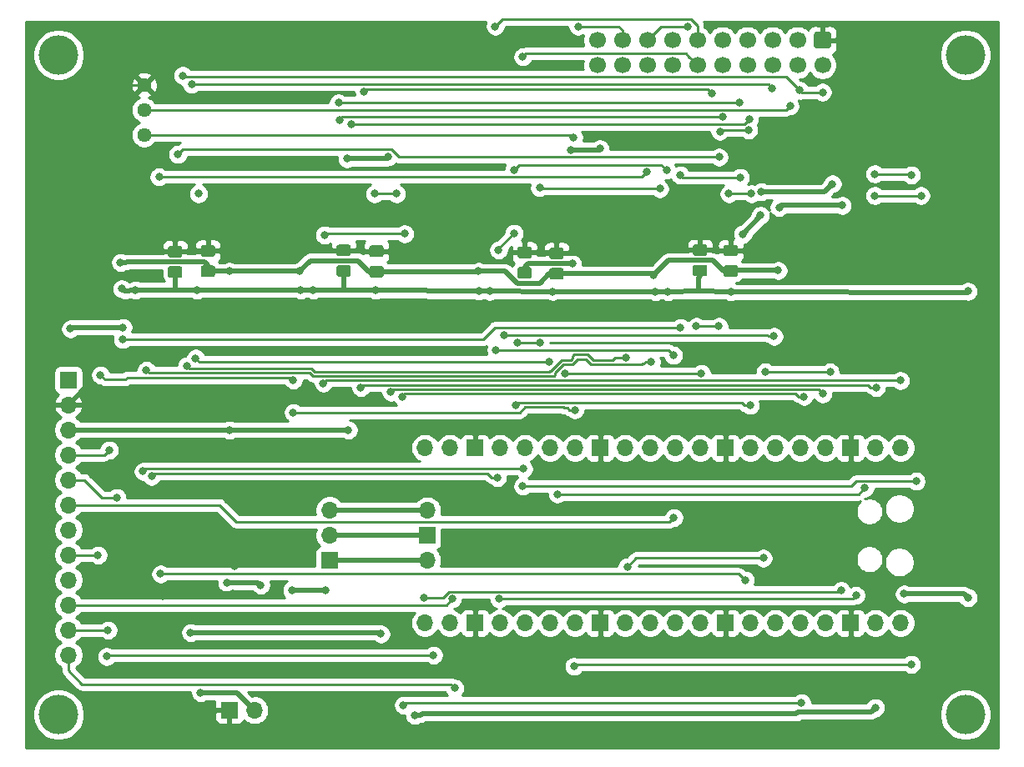
<source format=gbr>
G04 #@! TF.GenerationSoftware,KiCad,Pcbnew,5.1.5+dfsg1-2build2*
G04 #@! TF.CreationDate,2024-06-21T19:04:03+01:00*
G04 #@! TF.ProjectId,desktop_esc,6465736b-746f-4705-9f65-73632e6b6963,rev?*
G04 #@! TF.SameCoordinates,Original*
G04 #@! TF.FileFunction,Copper,L2,Bot*
G04 #@! TF.FilePolarity,Positive*
%FSLAX46Y46*%
G04 Gerber Fmt 4.6, Leading zero omitted, Abs format (unit mm)*
G04 Created by KiCad (PCBNEW 5.1.5+dfsg1-2build2) date 2024-06-21 19:04:03*
%MOMM*%
%LPD*%
G04 APERTURE LIST*
%ADD10O,1.700000X1.700000*%
%ADD11R,1.700000X1.700000*%
%ADD12C,1.440000*%
%ADD13C,1.700000*%
%ADD14C,0.100000*%
%ADD15C,4.000000*%
%ADD16C,0.800000*%
%ADD17C,0.500000*%
%ADD18C,0.250000*%
%ADD19C,0.254000*%
G04 APERTURE END LIST*
D10*
X126492000Y-110236000D03*
X126492000Y-112776000D03*
D11*
X126492000Y-115316000D03*
D10*
X100000000Y-124940000D03*
X100000000Y-122400000D03*
X100000000Y-119860000D03*
X100000000Y-117320000D03*
X100000000Y-114780000D03*
X100000000Y-112240000D03*
X100000000Y-109700000D03*
X100000000Y-107160000D03*
X100000000Y-104620000D03*
X100000000Y-102080000D03*
X100000000Y-99540000D03*
D11*
X100000000Y-97000000D03*
D12*
X107696000Y-67056000D03*
X107696000Y-69596000D03*
X107696000Y-72136000D03*
D13*
X153640000Y-65040000D03*
X156180000Y-65040000D03*
X158720000Y-65040000D03*
X161260000Y-65040000D03*
X163800000Y-65040000D03*
X166340000Y-65040000D03*
X168880000Y-65040000D03*
X171420000Y-65040000D03*
X173960000Y-65040000D03*
X176500000Y-65040000D03*
X153640000Y-62500000D03*
X156180000Y-62500000D03*
X158720000Y-62500000D03*
X161260000Y-62500000D03*
X163800000Y-62500000D03*
X166340000Y-62500000D03*
X168880000Y-62500000D03*
X171420000Y-62500000D03*
X173960000Y-62500000D03*
G04 #@! TA.AperFunction,ComponentPad*
D14*
G36*
X177124504Y-61651204D02*
G01*
X177148773Y-61654804D01*
X177172571Y-61660765D01*
X177195671Y-61669030D01*
X177217849Y-61679520D01*
X177238893Y-61692133D01*
X177258598Y-61706747D01*
X177276777Y-61723223D01*
X177293253Y-61741402D01*
X177307867Y-61761107D01*
X177320480Y-61782151D01*
X177330970Y-61804329D01*
X177339235Y-61827429D01*
X177345196Y-61851227D01*
X177348796Y-61875496D01*
X177350000Y-61900000D01*
X177350000Y-63100000D01*
X177348796Y-63124504D01*
X177345196Y-63148773D01*
X177339235Y-63172571D01*
X177330970Y-63195671D01*
X177320480Y-63217849D01*
X177307867Y-63238893D01*
X177293253Y-63258598D01*
X177276777Y-63276777D01*
X177258598Y-63293253D01*
X177238893Y-63307867D01*
X177217849Y-63320480D01*
X177195671Y-63330970D01*
X177172571Y-63339235D01*
X177148773Y-63345196D01*
X177124504Y-63348796D01*
X177100000Y-63350000D01*
X175900000Y-63350000D01*
X175875496Y-63348796D01*
X175851227Y-63345196D01*
X175827429Y-63339235D01*
X175804329Y-63330970D01*
X175782151Y-63320480D01*
X175761107Y-63307867D01*
X175741402Y-63293253D01*
X175723223Y-63276777D01*
X175706747Y-63258598D01*
X175692133Y-63238893D01*
X175679520Y-63217849D01*
X175669030Y-63195671D01*
X175660765Y-63172571D01*
X175654804Y-63148773D01*
X175651204Y-63124504D01*
X175650000Y-63100000D01*
X175650000Y-61900000D01*
X175651204Y-61875496D01*
X175654804Y-61851227D01*
X175660765Y-61827429D01*
X175669030Y-61804329D01*
X175679520Y-61782151D01*
X175692133Y-61761107D01*
X175706747Y-61741402D01*
X175723223Y-61723223D01*
X175741402Y-61706747D01*
X175761107Y-61692133D01*
X175782151Y-61679520D01*
X175804329Y-61669030D01*
X175827429Y-61660765D01*
X175851227Y-61654804D01*
X175875496Y-61651204D01*
X175900000Y-61650000D01*
X177100000Y-61650000D01*
X177124504Y-61651204D01*
G37*
G04 #@! TD.AperFunction*
G04 #@! TA.AperFunction,SMDPad,CuDef*
G36*
X164578424Y-83242684D02*
G01*
X164602693Y-83246284D01*
X164626491Y-83252245D01*
X164649591Y-83260510D01*
X164671769Y-83271000D01*
X164692813Y-83283613D01*
X164712518Y-83298227D01*
X164730697Y-83314703D01*
X164747173Y-83332882D01*
X164761787Y-83352587D01*
X164774400Y-83373631D01*
X164784890Y-83395809D01*
X164793155Y-83418909D01*
X164799116Y-83442707D01*
X164802716Y-83466976D01*
X164803920Y-83491480D01*
X164803920Y-84166480D01*
X164802716Y-84190984D01*
X164799116Y-84215253D01*
X164793155Y-84239051D01*
X164784890Y-84262151D01*
X164774400Y-84284329D01*
X164761787Y-84305373D01*
X164747173Y-84325078D01*
X164730697Y-84343257D01*
X164712518Y-84359733D01*
X164692813Y-84374347D01*
X164671769Y-84386960D01*
X164649591Y-84397450D01*
X164626491Y-84405715D01*
X164602693Y-84411676D01*
X164578424Y-84415276D01*
X164553920Y-84416480D01*
X163603920Y-84416480D01*
X163579416Y-84415276D01*
X163555147Y-84411676D01*
X163531349Y-84405715D01*
X163508249Y-84397450D01*
X163486071Y-84386960D01*
X163465027Y-84374347D01*
X163445322Y-84359733D01*
X163427143Y-84343257D01*
X163410667Y-84325078D01*
X163396053Y-84305373D01*
X163383440Y-84284329D01*
X163372950Y-84262151D01*
X163364685Y-84239051D01*
X163358724Y-84215253D01*
X163355124Y-84190984D01*
X163353920Y-84166480D01*
X163353920Y-83491480D01*
X163355124Y-83466976D01*
X163358724Y-83442707D01*
X163364685Y-83418909D01*
X163372950Y-83395809D01*
X163383440Y-83373631D01*
X163396053Y-83352587D01*
X163410667Y-83332882D01*
X163427143Y-83314703D01*
X163445322Y-83298227D01*
X163465027Y-83283613D01*
X163486071Y-83271000D01*
X163508249Y-83260510D01*
X163531349Y-83252245D01*
X163555147Y-83246284D01*
X163579416Y-83242684D01*
X163603920Y-83241480D01*
X164553920Y-83241480D01*
X164578424Y-83242684D01*
G37*
G04 #@! TD.AperFunction*
G04 #@! TA.AperFunction,SMDPad,CuDef*
G36*
X164578424Y-85317684D02*
G01*
X164602693Y-85321284D01*
X164626491Y-85327245D01*
X164649591Y-85335510D01*
X164671769Y-85346000D01*
X164692813Y-85358613D01*
X164712518Y-85373227D01*
X164730697Y-85389703D01*
X164747173Y-85407882D01*
X164761787Y-85427587D01*
X164774400Y-85448631D01*
X164784890Y-85470809D01*
X164793155Y-85493909D01*
X164799116Y-85517707D01*
X164802716Y-85541976D01*
X164803920Y-85566480D01*
X164803920Y-86241480D01*
X164802716Y-86265984D01*
X164799116Y-86290253D01*
X164793155Y-86314051D01*
X164784890Y-86337151D01*
X164774400Y-86359329D01*
X164761787Y-86380373D01*
X164747173Y-86400078D01*
X164730697Y-86418257D01*
X164712518Y-86434733D01*
X164692813Y-86449347D01*
X164671769Y-86461960D01*
X164649591Y-86472450D01*
X164626491Y-86480715D01*
X164602693Y-86486676D01*
X164578424Y-86490276D01*
X164553920Y-86491480D01*
X163603920Y-86491480D01*
X163579416Y-86490276D01*
X163555147Y-86486676D01*
X163531349Y-86480715D01*
X163508249Y-86472450D01*
X163486071Y-86461960D01*
X163465027Y-86449347D01*
X163445322Y-86434733D01*
X163427143Y-86418257D01*
X163410667Y-86400078D01*
X163396053Y-86380373D01*
X163383440Y-86359329D01*
X163372950Y-86337151D01*
X163364685Y-86314051D01*
X163358724Y-86290253D01*
X163355124Y-86265984D01*
X163353920Y-86241480D01*
X163353920Y-85566480D01*
X163355124Y-85541976D01*
X163358724Y-85517707D01*
X163364685Y-85493909D01*
X163372950Y-85470809D01*
X163383440Y-85448631D01*
X163396053Y-85427587D01*
X163410667Y-85407882D01*
X163427143Y-85389703D01*
X163445322Y-85373227D01*
X163465027Y-85358613D01*
X163486071Y-85346000D01*
X163508249Y-85335510D01*
X163531349Y-85327245D01*
X163555147Y-85321284D01*
X163579416Y-85317684D01*
X163603920Y-85316480D01*
X164553920Y-85316480D01*
X164578424Y-85317684D01*
G37*
G04 #@! TD.AperFunction*
G04 #@! TA.AperFunction,SMDPad,CuDef*
G36*
X167692464Y-83283324D02*
G01*
X167716733Y-83286924D01*
X167740531Y-83292885D01*
X167763631Y-83301150D01*
X167785809Y-83311640D01*
X167806853Y-83324253D01*
X167826558Y-83338867D01*
X167844737Y-83355343D01*
X167861213Y-83373522D01*
X167875827Y-83393227D01*
X167888440Y-83414271D01*
X167898930Y-83436449D01*
X167907195Y-83459549D01*
X167913156Y-83483347D01*
X167916756Y-83507616D01*
X167917960Y-83532120D01*
X167917960Y-84207120D01*
X167916756Y-84231624D01*
X167913156Y-84255893D01*
X167907195Y-84279691D01*
X167898930Y-84302791D01*
X167888440Y-84324969D01*
X167875827Y-84346013D01*
X167861213Y-84365718D01*
X167844737Y-84383897D01*
X167826558Y-84400373D01*
X167806853Y-84414987D01*
X167785809Y-84427600D01*
X167763631Y-84438090D01*
X167740531Y-84446355D01*
X167716733Y-84452316D01*
X167692464Y-84455916D01*
X167667960Y-84457120D01*
X166717960Y-84457120D01*
X166693456Y-84455916D01*
X166669187Y-84452316D01*
X166645389Y-84446355D01*
X166622289Y-84438090D01*
X166600111Y-84427600D01*
X166579067Y-84414987D01*
X166559362Y-84400373D01*
X166541183Y-84383897D01*
X166524707Y-84365718D01*
X166510093Y-84346013D01*
X166497480Y-84324969D01*
X166486990Y-84302791D01*
X166478725Y-84279691D01*
X166472764Y-84255893D01*
X166469164Y-84231624D01*
X166467960Y-84207120D01*
X166467960Y-83532120D01*
X166469164Y-83507616D01*
X166472764Y-83483347D01*
X166478725Y-83459549D01*
X166486990Y-83436449D01*
X166497480Y-83414271D01*
X166510093Y-83393227D01*
X166524707Y-83373522D01*
X166541183Y-83355343D01*
X166559362Y-83338867D01*
X166579067Y-83324253D01*
X166600111Y-83311640D01*
X166622289Y-83301150D01*
X166645389Y-83292885D01*
X166669187Y-83286924D01*
X166693456Y-83283324D01*
X166717960Y-83282120D01*
X167667960Y-83282120D01*
X167692464Y-83283324D01*
G37*
G04 #@! TD.AperFunction*
G04 #@! TA.AperFunction,SMDPad,CuDef*
G36*
X167692464Y-85358324D02*
G01*
X167716733Y-85361924D01*
X167740531Y-85367885D01*
X167763631Y-85376150D01*
X167785809Y-85386640D01*
X167806853Y-85399253D01*
X167826558Y-85413867D01*
X167844737Y-85430343D01*
X167861213Y-85448522D01*
X167875827Y-85468227D01*
X167888440Y-85489271D01*
X167898930Y-85511449D01*
X167907195Y-85534549D01*
X167913156Y-85558347D01*
X167916756Y-85582616D01*
X167917960Y-85607120D01*
X167917960Y-86282120D01*
X167916756Y-86306624D01*
X167913156Y-86330893D01*
X167907195Y-86354691D01*
X167898930Y-86377791D01*
X167888440Y-86399969D01*
X167875827Y-86421013D01*
X167861213Y-86440718D01*
X167844737Y-86458897D01*
X167826558Y-86475373D01*
X167806853Y-86489987D01*
X167785809Y-86502600D01*
X167763631Y-86513090D01*
X167740531Y-86521355D01*
X167716733Y-86527316D01*
X167692464Y-86530916D01*
X167667960Y-86532120D01*
X166717960Y-86532120D01*
X166693456Y-86530916D01*
X166669187Y-86527316D01*
X166645389Y-86521355D01*
X166622289Y-86513090D01*
X166600111Y-86502600D01*
X166579067Y-86489987D01*
X166559362Y-86475373D01*
X166541183Y-86458897D01*
X166524707Y-86440718D01*
X166510093Y-86421013D01*
X166497480Y-86399969D01*
X166486990Y-86377791D01*
X166478725Y-86354691D01*
X166472764Y-86330893D01*
X166469164Y-86306624D01*
X166467960Y-86282120D01*
X166467960Y-85607120D01*
X166469164Y-85582616D01*
X166472764Y-85558347D01*
X166478725Y-85534549D01*
X166486990Y-85511449D01*
X166497480Y-85489271D01*
X166510093Y-85468227D01*
X166524707Y-85448522D01*
X166541183Y-85430343D01*
X166559362Y-85413867D01*
X166579067Y-85399253D01*
X166600111Y-85386640D01*
X166622289Y-85376150D01*
X166645389Y-85367885D01*
X166669187Y-85361924D01*
X166693456Y-85358324D01*
X166717960Y-85357120D01*
X167667960Y-85357120D01*
X167692464Y-85358324D01*
G37*
G04 #@! TD.AperFunction*
G04 #@! TA.AperFunction,SMDPad,CuDef*
G36*
X111324784Y-83395084D02*
G01*
X111349053Y-83398684D01*
X111372851Y-83404645D01*
X111395951Y-83412910D01*
X111418129Y-83423400D01*
X111439173Y-83436013D01*
X111458878Y-83450627D01*
X111477057Y-83467103D01*
X111493533Y-83485282D01*
X111508147Y-83504987D01*
X111520760Y-83526031D01*
X111531250Y-83548209D01*
X111539515Y-83571309D01*
X111545476Y-83595107D01*
X111549076Y-83619376D01*
X111550280Y-83643880D01*
X111550280Y-84318880D01*
X111549076Y-84343384D01*
X111545476Y-84367653D01*
X111539515Y-84391451D01*
X111531250Y-84414551D01*
X111520760Y-84436729D01*
X111508147Y-84457773D01*
X111493533Y-84477478D01*
X111477057Y-84495657D01*
X111458878Y-84512133D01*
X111439173Y-84526747D01*
X111418129Y-84539360D01*
X111395951Y-84549850D01*
X111372851Y-84558115D01*
X111349053Y-84564076D01*
X111324784Y-84567676D01*
X111300280Y-84568880D01*
X110350280Y-84568880D01*
X110325776Y-84567676D01*
X110301507Y-84564076D01*
X110277709Y-84558115D01*
X110254609Y-84549850D01*
X110232431Y-84539360D01*
X110211387Y-84526747D01*
X110191682Y-84512133D01*
X110173503Y-84495657D01*
X110157027Y-84477478D01*
X110142413Y-84457773D01*
X110129800Y-84436729D01*
X110119310Y-84414551D01*
X110111045Y-84391451D01*
X110105084Y-84367653D01*
X110101484Y-84343384D01*
X110100280Y-84318880D01*
X110100280Y-83643880D01*
X110101484Y-83619376D01*
X110105084Y-83595107D01*
X110111045Y-83571309D01*
X110119310Y-83548209D01*
X110129800Y-83526031D01*
X110142413Y-83504987D01*
X110157027Y-83485282D01*
X110173503Y-83467103D01*
X110191682Y-83450627D01*
X110211387Y-83436013D01*
X110232431Y-83423400D01*
X110254609Y-83412910D01*
X110277709Y-83404645D01*
X110301507Y-83398684D01*
X110325776Y-83395084D01*
X110350280Y-83393880D01*
X111300280Y-83393880D01*
X111324784Y-83395084D01*
G37*
G04 #@! TD.AperFunction*
G04 #@! TA.AperFunction,SMDPad,CuDef*
G36*
X111324784Y-85470084D02*
G01*
X111349053Y-85473684D01*
X111372851Y-85479645D01*
X111395951Y-85487910D01*
X111418129Y-85498400D01*
X111439173Y-85511013D01*
X111458878Y-85525627D01*
X111477057Y-85542103D01*
X111493533Y-85560282D01*
X111508147Y-85579987D01*
X111520760Y-85601031D01*
X111531250Y-85623209D01*
X111539515Y-85646309D01*
X111545476Y-85670107D01*
X111549076Y-85694376D01*
X111550280Y-85718880D01*
X111550280Y-86393880D01*
X111549076Y-86418384D01*
X111545476Y-86442653D01*
X111539515Y-86466451D01*
X111531250Y-86489551D01*
X111520760Y-86511729D01*
X111508147Y-86532773D01*
X111493533Y-86552478D01*
X111477057Y-86570657D01*
X111458878Y-86587133D01*
X111439173Y-86601747D01*
X111418129Y-86614360D01*
X111395951Y-86624850D01*
X111372851Y-86633115D01*
X111349053Y-86639076D01*
X111324784Y-86642676D01*
X111300280Y-86643880D01*
X110350280Y-86643880D01*
X110325776Y-86642676D01*
X110301507Y-86639076D01*
X110277709Y-86633115D01*
X110254609Y-86624850D01*
X110232431Y-86614360D01*
X110211387Y-86601747D01*
X110191682Y-86587133D01*
X110173503Y-86570657D01*
X110157027Y-86552478D01*
X110142413Y-86532773D01*
X110129800Y-86511729D01*
X110119310Y-86489551D01*
X110111045Y-86466451D01*
X110105084Y-86442653D01*
X110101484Y-86418384D01*
X110100280Y-86393880D01*
X110100280Y-85718880D01*
X110101484Y-85694376D01*
X110105084Y-85670107D01*
X110111045Y-85646309D01*
X110119310Y-85623209D01*
X110129800Y-85601031D01*
X110142413Y-85579987D01*
X110157027Y-85560282D01*
X110173503Y-85542103D01*
X110191682Y-85525627D01*
X110211387Y-85511013D01*
X110232431Y-85498400D01*
X110254609Y-85487910D01*
X110277709Y-85479645D01*
X110301507Y-85473684D01*
X110325776Y-85470084D01*
X110350280Y-85468880D01*
X111300280Y-85468880D01*
X111324784Y-85470084D01*
G37*
G04 #@! TD.AperFunction*
G04 #@! TA.AperFunction,SMDPad,CuDef*
G36*
X114647104Y-83313804D02*
G01*
X114671373Y-83317404D01*
X114695171Y-83323365D01*
X114718271Y-83331630D01*
X114740449Y-83342120D01*
X114761493Y-83354733D01*
X114781198Y-83369347D01*
X114799377Y-83385823D01*
X114815853Y-83404002D01*
X114830467Y-83423707D01*
X114843080Y-83444751D01*
X114853570Y-83466929D01*
X114861835Y-83490029D01*
X114867796Y-83513827D01*
X114871396Y-83538096D01*
X114872600Y-83562600D01*
X114872600Y-84237600D01*
X114871396Y-84262104D01*
X114867796Y-84286373D01*
X114861835Y-84310171D01*
X114853570Y-84333271D01*
X114843080Y-84355449D01*
X114830467Y-84376493D01*
X114815853Y-84396198D01*
X114799377Y-84414377D01*
X114781198Y-84430853D01*
X114761493Y-84445467D01*
X114740449Y-84458080D01*
X114718271Y-84468570D01*
X114695171Y-84476835D01*
X114671373Y-84482796D01*
X114647104Y-84486396D01*
X114622600Y-84487600D01*
X113672600Y-84487600D01*
X113648096Y-84486396D01*
X113623827Y-84482796D01*
X113600029Y-84476835D01*
X113576929Y-84468570D01*
X113554751Y-84458080D01*
X113533707Y-84445467D01*
X113514002Y-84430853D01*
X113495823Y-84414377D01*
X113479347Y-84396198D01*
X113464733Y-84376493D01*
X113452120Y-84355449D01*
X113441630Y-84333271D01*
X113433365Y-84310171D01*
X113427404Y-84286373D01*
X113423804Y-84262104D01*
X113422600Y-84237600D01*
X113422600Y-83562600D01*
X113423804Y-83538096D01*
X113427404Y-83513827D01*
X113433365Y-83490029D01*
X113441630Y-83466929D01*
X113452120Y-83444751D01*
X113464733Y-83423707D01*
X113479347Y-83404002D01*
X113495823Y-83385823D01*
X113514002Y-83369347D01*
X113533707Y-83354733D01*
X113554751Y-83342120D01*
X113576929Y-83331630D01*
X113600029Y-83323365D01*
X113623827Y-83317404D01*
X113648096Y-83313804D01*
X113672600Y-83312600D01*
X114622600Y-83312600D01*
X114647104Y-83313804D01*
G37*
G04 #@! TD.AperFunction*
G04 #@! TA.AperFunction,SMDPad,CuDef*
G36*
X114647104Y-85388804D02*
G01*
X114671373Y-85392404D01*
X114695171Y-85398365D01*
X114718271Y-85406630D01*
X114740449Y-85417120D01*
X114761493Y-85429733D01*
X114781198Y-85444347D01*
X114799377Y-85460823D01*
X114815853Y-85479002D01*
X114830467Y-85498707D01*
X114843080Y-85519751D01*
X114853570Y-85541929D01*
X114861835Y-85565029D01*
X114867796Y-85588827D01*
X114871396Y-85613096D01*
X114872600Y-85637600D01*
X114872600Y-86312600D01*
X114871396Y-86337104D01*
X114867796Y-86361373D01*
X114861835Y-86385171D01*
X114853570Y-86408271D01*
X114843080Y-86430449D01*
X114830467Y-86451493D01*
X114815853Y-86471198D01*
X114799377Y-86489377D01*
X114781198Y-86505853D01*
X114761493Y-86520467D01*
X114740449Y-86533080D01*
X114718271Y-86543570D01*
X114695171Y-86551835D01*
X114671373Y-86557796D01*
X114647104Y-86561396D01*
X114622600Y-86562600D01*
X113672600Y-86562600D01*
X113648096Y-86561396D01*
X113623827Y-86557796D01*
X113600029Y-86551835D01*
X113576929Y-86543570D01*
X113554751Y-86533080D01*
X113533707Y-86520467D01*
X113514002Y-86505853D01*
X113495823Y-86489377D01*
X113479347Y-86471198D01*
X113464733Y-86451493D01*
X113452120Y-86430449D01*
X113441630Y-86408271D01*
X113433365Y-86385171D01*
X113427404Y-86361373D01*
X113423804Y-86337104D01*
X113422600Y-86312600D01*
X113422600Y-85637600D01*
X113423804Y-85613096D01*
X113427404Y-85588827D01*
X113433365Y-85565029D01*
X113441630Y-85541929D01*
X113452120Y-85519751D01*
X113464733Y-85498707D01*
X113479347Y-85479002D01*
X113495823Y-85460823D01*
X113514002Y-85444347D01*
X113533707Y-85429733D01*
X113554751Y-85417120D01*
X113576929Y-85406630D01*
X113600029Y-85398365D01*
X113623827Y-85392404D01*
X113648096Y-85388804D01*
X113672600Y-85387600D01*
X114622600Y-85387600D01*
X114647104Y-85388804D01*
G37*
G04 #@! TD.AperFunction*
G04 #@! TA.AperFunction,SMDPad,CuDef*
G36*
X146783184Y-83486524D02*
G01*
X146807453Y-83490124D01*
X146831251Y-83496085D01*
X146854351Y-83504350D01*
X146876529Y-83514840D01*
X146897573Y-83527453D01*
X146917278Y-83542067D01*
X146935457Y-83558543D01*
X146951933Y-83576722D01*
X146966547Y-83596427D01*
X146979160Y-83617471D01*
X146989650Y-83639649D01*
X146997915Y-83662749D01*
X147003876Y-83686547D01*
X147007476Y-83710816D01*
X147008680Y-83735320D01*
X147008680Y-84410320D01*
X147007476Y-84434824D01*
X147003876Y-84459093D01*
X146997915Y-84482891D01*
X146989650Y-84505991D01*
X146979160Y-84528169D01*
X146966547Y-84549213D01*
X146951933Y-84568918D01*
X146935457Y-84587097D01*
X146917278Y-84603573D01*
X146897573Y-84618187D01*
X146876529Y-84630800D01*
X146854351Y-84641290D01*
X146831251Y-84649555D01*
X146807453Y-84655516D01*
X146783184Y-84659116D01*
X146758680Y-84660320D01*
X145808680Y-84660320D01*
X145784176Y-84659116D01*
X145759907Y-84655516D01*
X145736109Y-84649555D01*
X145713009Y-84641290D01*
X145690831Y-84630800D01*
X145669787Y-84618187D01*
X145650082Y-84603573D01*
X145631903Y-84587097D01*
X145615427Y-84568918D01*
X145600813Y-84549213D01*
X145588200Y-84528169D01*
X145577710Y-84505991D01*
X145569445Y-84482891D01*
X145563484Y-84459093D01*
X145559884Y-84434824D01*
X145558680Y-84410320D01*
X145558680Y-83735320D01*
X145559884Y-83710816D01*
X145563484Y-83686547D01*
X145569445Y-83662749D01*
X145577710Y-83639649D01*
X145588200Y-83617471D01*
X145600813Y-83596427D01*
X145615427Y-83576722D01*
X145631903Y-83558543D01*
X145650082Y-83542067D01*
X145669787Y-83527453D01*
X145690831Y-83514840D01*
X145713009Y-83504350D01*
X145736109Y-83496085D01*
X145759907Y-83490124D01*
X145784176Y-83486524D01*
X145808680Y-83485320D01*
X146758680Y-83485320D01*
X146783184Y-83486524D01*
G37*
G04 #@! TD.AperFunction*
G04 #@! TA.AperFunction,SMDPad,CuDef*
G36*
X146783184Y-85561524D02*
G01*
X146807453Y-85565124D01*
X146831251Y-85571085D01*
X146854351Y-85579350D01*
X146876529Y-85589840D01*
X146897573Y-85602453D01*
X146917278Y-85617067D01*
X146935457Y-85633543D01*
X146951933Y-85651722D01*
X146966547Y-85671427D01*
X146979160Y-85692471D01*
X146989650Y-85714649D01*
X146997915Y-85737749D01*
X147003876Y-85761547D01*
X147007476Y-85785816D01*
X147008680Y-85810320D01*
X147008680Y-86485320D01*
X147007476Y-86509824D01*
X147003876Y-86534093D01*
X146997915Y-86557891D01*
X146989650Y-86580991D01*
X146979160Y-86603169D01*
X146966547Y-86624213D01*
X146951933Y-86643918D01*
X146935457Y-86662097D01*
X146917278Y-86678573D01*
X146897573Y-86693187D01*
X146876529Y-86705800D01*
X146854351Y-86716290D01*
X146831251Y-86724555D01*
X146807453Y-86730516D01*
X146783184Y-86734116D01*
X146758680Y-86735320D01*
X145808680Y-86735320D01*
X145784176Y-86734116D01*
X145759907Y-86730516D01*
X145736109Y-86724555D01*
X145713009Y-86716290D01*
X145690831Y-86705800D01*
X145669787Y-86693187D01*
X145650082Y-86678573D01*
X145631903Y-86662097D01*
X145615427Y-86643918D01*
X145600813Y-86624213D01*
X145588200Y-86603169D01*
X145577710Y-86580991D01*
X145569445Y-86557891D01*
X145563484Y-86534093D01*
X145559884Y-86509824D01*
X145558680Y-86485320D01*
X145558680Y-85810320D01*
X145559884Y-85785816D01*
X145563484Y-85761547D01*
X145569445Y-85737749D01*
X145577710Y-85714649D01*
X145588200Y-85692471D01*
X145600813Y-85671427D01*
X145615427Y-85651722D01*
X145631903Y-85633543D01*
X145650082Y-85617067D01*
X145669787Y-85602453D01*
X145690831Y-85589840D01*
X145713009Y-85579350D01*
X145736109Y-85571085D01*
X145759907Y-85565124D01*
X145784176Y-85561524D01*
X145808680Y-85560320D01*
X146758680Y-85560320D01*
X146783184Y-85561524D01*
G37*
G04 #@! TD.AperFunction*
G04 #@! TA.AperFunction,SMDPad,CuDef*
G36*
X150019144Y-83567804D02*
G01*
X150043413Y-83571404D01*
X150067211Y-83577365D01*
X150090311Y-83585630D01*
X150112489Y-83596120D01*
X150133533Y-83608733D01*
X150153238Y-83623347D01*
X150171417Y-83639823D01*
X150187893Y-83658002D01*
X150202507Y-83677707D01*
X150215120Y-83698751D01*
X150225610Y-83720929D01*
X150233875Y-83744029D01*
X150239836Y-83767827D01*
X150243436Y-83792096D01*
X150244640Y-83816600D01*
X150244640Y-84491600D01*
X150243436Y-84516104D01*
X150239836Y-84540373D01*
X150233875Y-84564171D01*
X150225610Y-84587271D01*
X150215120Y-84609449D01*
X150202507Y-84630493D01*
X150187893Y-84650198D01*
X150171417Y-84668377D01*
X150153238Y-84684853D01*
X150133533Y-84699467D01*
X150112489Y-84712080D01*
X150090311Y-84722570D01*
X150067211Y-84730835D01*
X150043413Y-84736796D01*
X150019144Y-84740396D01*
X149994640Y-84741600D01*
X149044640Y-84741600D01*
X149020136Y-84740396D01*
X148995867Y-84736796D01*
X148972069Y-84730835D01*
X148948969Y-84722570D01*
X148926791Y-84712080D01*
X148905747Y-84699467D01*
X148886042Y-84684853D01*
X148867863Y-84668377D01*
X148851387Y-84650198D01*
X148836773Y-84630493D01*
X148824160Y-84609449D01*
X148813670Y-84587271D01*
X148805405Y-84564171D01*
X148799444Y-84540373D01*
X148795844Y-84516104D01*
X148794640Y-84491600D01*
X148794640Y-83816600D01*
X148795844Y-83792096D01*
X148799444Y-83767827D01*
X148805405Y-83744029D01*
X148813670Y-83720929D01*
X148824160Y-83698751D01*
X148836773Y-83677707D01*
X148851387Y-83658002D01*
X148867863Y-83639823D01*
X148886042Y-83623347D01*
X148905747Y-83608733D01*
X148926791Y-83596120D01*
X148948969Y-83585630D01*
X148972069Y-83577365D01*
X148995867Y-83571404D01*
X149020136Y-83567804D01*
X149044640Y-83566600D01*
X149994640Y-83566600D01*
X150019144Y-83567804D01*
G37*
G04 #@! TD.AperFunction*
G04 #@! TA.AperFunction,SMDPad,CuDef*
G36*
X150019144Y-85642804D02*
G01*
X150043413Y-85646404D01*
X150067211Y-85652365D01*
X150090311Y-85660630D01*
X150112489Y-85671120D01*
X150133533Y-85683733D01*
X150153238Y-85698347D01*
X150171417Y-85714823D01*
X150187893Y-85733002D01*
X150202507Y-85752707D01*
X150215120Y-85773751D01*
X150225610Y-85795929D01*
X150233875Y-85819029D01*
X150239836Y-85842827D01*
X150243436Y-85867096D01*
X150244640Y-85891600D01*
X150244640Y-86566600D01*
X150243436Y-86591104D01*
X150239836Y-86615373D01*
X150233875Y-86639171D01*
X150225610Y-86662271D01*
X150215120Y-86684449D01*
X150202507Y-86705493D01*
X150187893Y-86725198D01*
X150171417Y-86743377D01*
X150153238Y-86759853D01*
X150133533Y-86774467D01*
X150112489Y-86787080D01*
X150090311Y-86797570D01*
X150067211Y-86805835D01*
X150043413Y-86811796D01*
X150019144Y-86815396D01*
X149994640Y-86816600D01*
X149044640Y-86816600D01*
X149020136Y-86815396D01*
X148995867Y-86811796D01*
X148972069Y-86805835D01*
X148948969Y-86797570D01*
X148926791Y-86787080D01*
X148905747Y-86774467D01*
X148886042Y-86759853D01*
X148867863Y-86743377D01*
X148851387Y-86725198D01*
X148836773Y-86705493D01*
X148824160Y-86684449D01*
X148813670Y-86662271D01*
X148805405Y-86639171D01*
X148799444Y-86615373D01*
X148795844Y-86591104D01*
X148794640Y-86566600D01*
X148794640Y-85891600D01*
X148795844Y-85867096D01*
X148799444Y-85842827D01*
X148805405Y-85819029D01*
X148813670Y-85795929D01*
X148824160Y-85773751D01*
X148836773Y-85752707D01*
X148851387Y-85733002D01*
X148867863Y-85714823D01*
X148886042Y-85698347D01*
X148905747Y-85683733D01*
X148926791Y-85671120D01*
X148948969Y-85660630D01*
X148972069Y-85652365D01*
X148995867Y-85646404D01*
X149020136Y-85642804D01*
X149044640Y-85641600D01*
X149994640Y-85641600D01*
X150019144Y-85642804D01*
G37*
G04 #@! TD.AperFunction*
G04 #@! TA.AperFunction,SMDPad,CuDef*
G36*
X128424064Y-83273164D02*
G01*
X128448333Y-83276764D01*
X128472131Y-83282725D01*
X128495231Y-83290990D01*
X128517409Y-83301480D01*
X128538453Y-83314093D01*
X128558158Y-83328707D01*
X128576337Y-83345183D01*
X128592813Y-83363362D01*
X128607427Y-83383067D01*
X128620040Y-83404111D01*
X128630530Y-83426289D01*
X128638795Y-83449389D01*
X128644756Y-83473187D01*
X128648356Y-83497456D01*
X128649560Y-83521960D01*
X128649560Y-84196960D01*
X128648356Y-84221464D01*
X128644756Y-84245733D01*
X128638795Y-84269531D01*
X128630530Y-84292631D01*
X128620040Y-84314809D01*
X128607427Y-84335853D01*
X128592813Y-84355558D01*
X128576337Y-84373737D01*
X128558158Y-84390213D01*
X128538453Y-84404827D01*
X128517409Y-84417440D01*
X128495231Y-84427930D01*
X128472131Y-84436195D01*
X128448333Y-84442156D01*
X128424064Y-84445756D01*
X128399560Y-84446960D01*
X127449560Y-84446960D01*
X127425056Y-84445756D01*
X127400787Y-84442156D01*
X127376989Y-84436195D01*
X127353889Y-84427930D01*
X127331711Y-84417440D01*
X127310667Y-84404827D01*
X127290962Y-84390213D01*
X127272783Y-84373737D01*
X127256307Y-84355558D01*
X127241693Y-84335853D01*
X127229080Y-84314809D01*
X127218590Y-84292631D01*
X127210325Y-84269531D01*
X127204364Y-84245733D01*
X127200764Y-84221464D01*
X127199560Y-84196960D01*
X127199560Y-83521960D01*
X127200764Y-83497456D01*
X127204364Y-83473187D01*
X127210325Y-83449389D01*
X127218590Y-83426289D01*
X127229080Y-83404111D01*
X127241693Y-83383067D01*
X127256307Y-83363362D01*
X127272783Y-83345183D01*
X127290962Y-83328707D01*
X127310667Y-83314093D01*
X127331711Y-83301480D01*
X127353889Y-83290990D01*
X127376989Y-83282725D01*
X127400787Y-83276764D01*
X127425056Y-83273164D01*
X127449560Y-83271960D01*
X128399560Y-83271960D01*
X128424064Y-83273164D01*
G37*
G04 #@! TD.AperFunction*
G04 #@! TA.AperFunction,SMDPad,CuDef*
G36*
X128424064Y-85348164D02*
G01*
X128448333Y-85351764D01*
X128472131Y-85357725D01*
X128495231Y-85365990D01*
X128517409Y-85376480D01*
X128538453Y-85389093D01*
X128558158Y-85403707D01*
X128576337Y-85420183D01*
X128592813Y-85438362D01*
X128607427Y-85458067D01*
X128620040Y-85479111D01*
X128630530Y-85501289D01*
X128638795Y-85524389D01*
X128644756Y-85548187D01*
X128648356Y-85572456D01*
X128649560Y-85596960D01*
X128649560Y-86271960D01*
X128648356Y-86296464D01*
X128644756Y-86320733D01*
X128638795Y-86344531D01*
X128630530Y-86367631D01*
X128620040Y-86389809D01*
X128607427Y-86410853D01*
X128592813Y-86430558D01*
X128576337Y-86448737D01*
X128558158Y-86465213D01*
X128538453Y-86479827D01*
X128517409Y-86492440D01*
X128495231Y-86502930D01*
X128472131Y-86511195D01*
X128448333Y-86517156D01*
X128424064Y-86520756D01*
X128399560Y-86521960D01*
X127449560Y-86521960D01*
X127425056Y-86520756D01*
X127400787Y-86517156D01*
X127376989Y-86511195D01*
X127353889Y-86502930D01*
X127331711Y-86492440D01*
X127310667Y-86479827D01*
X127290962Y-86465213D01*
X127272783Y-86448737D01*
X127256307Y-86430558D01*
X127241693Y-86410853D01*
X127229080Y-86389809D01*
X127218590Y-86367631D01*
X127210325Y-86344531D01*
X127204364Y-86320733D01*
X127200764Y-86296464D01*
X127199560Y-86271960D01*
X127199560Y-85596960D01*
X127200764Y-85572456D01*
X127204364Y-85548187D01*
X127210325Y-85524389D01*
X127218590Y-85501289D01*
X127229080Y-85479111D01*
X127241693Y-85458067D01*
X127256307Y-85438362D01*
X127272783Y-85420183D01*
X127290962Y-85403707D01*
X127310667Y-85389093D01*
X127331711Y-85376480D01*
X127353889Y-85365990D01*
X127376989Y-85357725D01*
X127400787Y-85351764D01*
X127425056Y-85348164D01*
X127449560Y-85346960D01*
X128399560Y-85346960D01*
X128424064Y-85348164D01*
G37*
G04 #@! TD.AperFunction*
G04 #@! TA.AperFunction,SMDPad,CuDef*
G36*
X131746384Y-83354444D02*
G01*
X131770653Y-83358044D01*
X131794451Y-83364005D01*
X131817551Y-83372270D01*
X131839729Y-83382760D01*
X131860773Y-83395373D01*
X131880478Y-83409987D01*
X131898657Y-83426463D01*
X131915133Y-83444642D01*
X131929747Y-83464347D01*
X131942360Y-83485391D01*
X131952850Y-83507569D01*
X131961115Y-83530669D01*
X131967076Y-83554467D01*
X131970676Y-83578736D01*
X131971880Y-83603240D01*
X131971880Y-84278240D01*
X131970676Y-84302744D01*
X131967076Y-84327013D01*
X131961115Y-84350811D01*
X131952850Y-84373911D01*
X131942360Y-84396089D01*
X131929747Y-84417133D01*
X131915133Y-84436838D01*
X131898657Y-84455017D01*
X131880478Y-84471493D01*
X131860773Y-84486107D01*
X131839729Y-84498720D01*
X131817551Y-84509210D01*
X131794451Y-84517475D01*
X131770653Y-84523436D01*
X131746384Y-84527036D01*
X131721880Y-84528240D01*
X130771880Y-84528240D01*
X130747376Y-84527036D01*
X130723107Y-84523436D01*
X130699309Y-84517475D01*
X130676209Y-84509210D01*
X130654031Y-84498720D01*
X130632987Y-84486107D01*
X130613282Y-84471493D01*
X130595103Y-84455017D01*
X130578627Y-84436838D01*
X130564013Y-84417133D01*
X130551400Y-84396089D01*
X130540910Y-84373911D01*
X130532645Y-84350811D01*
X130526684Y-84327013D01*
X130523084Y-84302744D01*
X130521880Y-84278240D01*
X130521880Y-83603240D01*
X130523084Y-83578736D01*
X130526684Y-83554467D01*
X130532645Y-83530669D01*
X130540910Y-83507569D01*
X130551400Y-83485391D01*
X130564013Y-83464347D01*
X130578627Y-83444642D01*
X130595103Y-83426463D01*
X130613282Y-83409987D01*
X130632987Y-83395373D01*
X130654031Y-83382760D01*
X130676209Y-83372270D01*
X130699309Y-83364005D01*
X130723107Y-83358044D01*
X130747376Y-83354444D01*
X130771880Y-83353240D01*
X131721880Y-83353240D01*
X131746384Y-83354444D01*
G37*
G04 #@! TD.AperFunction*
G04 #@! TA.AperFunction,SMDPad,CuDef*
G36*
X131746384Y-85429444D02*
G01*
X131770653Y-85433044D01*
X131794451Y-85439005D01*
X131817551Y-85447270D01*
X131839729Y-85457760D01*
X131860773Y-85470373D01*
X131880478Y-85484987D01*
X131898657Y-85501463D01*
X131915133Y-85519642D01*
X131929747Y-85539347D01*
X131942360Y-85560391D01*
X131952850Y-85582569D01*
X131961115Y-85605669D01*
X131967076Y-85629467D01*
X131970676Y-85653736D01*
X131971880Y-85678240D01*
X131971880Y-86353240D01*
X131970676Y-86377744D01*
X131967076Y-86402013D01*
X131961115Y-86425811D01*
X131952850Y-86448911D01*
X131942360Y-86471089D01*
X131929747Y-86492133D01*
X131915133Y-86511838D01*
X131898657Y-86530017D01*
X131880478Y-86546493D01*
X131860773Y-86561107D01*
X131839729Y-86573720D01*
X131817551Y-86584210D01*
X131794451Y-86592475D01*
X131770653Y-86598436D01*
X131746384Y-86602036D01*
X131721880Y-86603240D01*
X130771880Y-86603240D01*
X130747376Y-86602036D01*
X130723107Y-86598436D01*
X130699309Y-86592475D01*
X130676209Y-86584210D01*
X130654031Y-86573720D01*
X130632987Y-86561107D01*
X130613282Y-86546493D01*
X130595103Y-86530017D01*
X130578627Y-86511838D01*
X130564013Y-86492133D01*
X130551400Y-86471089D01*
X130540910Y-86448911D01*
X130532645Y-86425811D01*
X130526684Y-86402013D01*
X130523084Y-86377744D01*
X130521880Y-86353240D01*
X130521880Y-85678240D01*
X130523084Y-85653736D01*
X130526684Y-85629467D01*
X130532645Y-85605669D01*
X130540910Y-85582569D01*
X130551400Y-85560391D01*
X130564013Y-85539347D01*
X130578627Y-85519642D01*
X130595103Y-85501463D01*
X130613282Y-85484987D01*
X130632987Y-85470373D01*
X130654031Y-85457760D01*
X130676209Y-85447270D01*
X130699309Y-85439005D01*
X130723107Y-85433044D01*
X130747376Y-85429444D01*
X130771880Y-85428240D01*
X131721880Y-85428240D01*
X131746384Y-85429444D01*
G37*
G04 #@! TD.AperFunction*
D10*
X136400000Y-115340000D03*
D11*
X136400000Y-112800000D03*
D10*
X136400000Y-110260000D03*
X184430000Y-121690000D03*
X181890000Y-121690000D03*
D11*
X179350000Y-121690000D03*
D10*
X176810000Y-121690000D03*
X174270000Y-121690000D03*
X171730000Y-121690000D03*
X169190000Y-121690000D03*
D11*
X166650000Y-121690000D03*
D10*
X164110000Y-121690000D03*
X161570000Y-121690000D03*
X159030000Y-121690000D03*
X156490000Y-121690000D03*
D11*
X153950000Y-121690000D03*
D10*
X151410000Y-121690000D03*
X148870000Y-121690000D03*
X146330000Y-121690000D03*
X143790000Y-121690000D03*
D11*
X141250000Y-121690000D03*
D10*
X138710000Y-121690000D03*
X136170000Y-121690000D03*
X136170000Y-103910000D03*
X138710000Y-103910000D03*
D11*
X141250000Y-103910000D03*
D10*
X143790000Y-103910000D03*
X146330000Y-103910000D03*
X148870000Y-103910000D03*
X151410000Y-103910000D03*
D11*
X153950000Y-103910000D03*
D10*
X156490000Y-103910000D03*
X159030000Y-103910000D03*
X161570000Y-103910000D03*
X164110000Y-103910000D03*
D11*
X166650000Y-103910000D03*
D10*
X169190000Y-103910000D03*
X171730000Y-103910000D03*
X174270000Y-103910000D03*
X176810000Y-103910000D03*
D11*
X179350000Y-103910000D03*
D10*
X181890000Y-103910000D03*
X184430000Y-103910000D03*
X118872000Y-130556000D03*
D11*
X116332000Y-130556000D03*
D15*
X191000000Y-64000000D03*
X191000000Y-131000000D03*
X99000000Y-131000000D03*
X99000000Y-64000000D03*
D16*
X109601000Y-118999000D03*
X116840000Y-115951000D03*
X108331000Y-115824000D03*
X114173000Y-97917000D03*
X111252000Y-97917000D03*
X116713000Y-118745000D03*
X103759000Y-83693000D03*
X168275000Y-91440000D03*
X170180000Y-83947000D03*
X132461000Y-91440000D03*
X152273000Y-84074000D03*
X182340001Y-86000000D03*
X188700000Y-86000000D03*
X103300000Y-66800000D03*
X161000000Y-73100000D03*
X156300000Y-73200000D03*
X165200000Y-73000000D03*
X172600000Y-73000000D03*
X174800000Y-73500000D03*
X181864000Y-130302000D03*
X112395000Y-122682000D03*
X131699000Y-122809000D03*
X135128000Y-131064000D03*
X122682000Y-118364000D03*
X126111000Y-118364000D03*
X116078000Y-117602000D03*
X119507000Y-117856000D03*
X113411000Y-128778000D03*
X128397000Y-102108000D03*
X116332000Y-85979000D03*
X116332000Y-102108000D03*
X105283000Y-85090000D03*
X123444000Y-85979000D03*
X141605000Y-85979000D03*
X159385000Y-86360000D03*
X178500000Y-79300000D03*
X172100000Y-79500000D03*
X172000000Y-85900000D03*
X174371000Y-129794000D03*
X133985000Y-130048000D03*
X136100000Y-119100000D03*
X178400000Y-118400000D03*
X143700000Y-119252999D03*
X179900000Y-118900000D03*
X146100000Y-107800000D03*
X186000000Y-107300000D03*
X186500000Y-78300000D03*
X181800000Y-78300000D03*
X180800000Y-108000000D03*
X149600000Y-108600000D03*
X181800000Y-76100000D03*
X185500000Y-76200000D03*
X185500000Y-125900000D03*
X151300000Y-126100000D03*
X156700000Y-115988000D03*
X170500000Y-115100000D03*
X170700000Y-96200000D03*
X177275001Y-96200000D03*
X161417000Y-110998000D03*
X105500000Y-92900000D03*
X162100000Y-91700000D03*
X168656000Y-117348000D03*
X109347000Y-116713000D03*
X113200000Y-78100000D03*
X148791001Y-95191001D03*
X112900000Y-94800000D03*
X184785000Y-118745000D03*
X191262000Y-119126000D03*
X138938000Y-119253000D03*
X143510000Y-106934000D03*
X108426495Y-106813497D03*
X146177000Y-106045000D03*
X107569000Y-106299000D03*
X151384000Y-100048770D03*
X103251000Y-96520000D03*
X102997000Y-114808000D03*
X122809000Y-100330000D03*
X122809000Y-97022919D03*
X156591000Y-94723700D03*
X112014000Y-95572919D03*
X159131000Y-95173710D03*
X107904211Y-96022929D03*
X161378280Y-94513264D03*
X143383000Y-93980000D03*
X143637000Y-83820000D03*
X145201769Y-82128231D03*
X164211000Y-96348720D03*
X150368000Y-96348720D03*
X169164000Y-99598760D03*
X145415000Y-99598760D03*
X145542000Y-93218000D03*
X147828000Y-93218000D03*
X171577000Y-92583000D03*
X144175010Y-92456000D03*
X174625000Y-98698740D03*
X133858000Y-98698740D03*
X134112000Y-82169000D03*
X125984000Y-82296000D03*
X176530000Y-98425000D03*
X132715000Y-98248730D03*
X133295000Y-78105000D03*
X131064000Y-78105000D03*
X181940200Y-97798720D03*
X129667000Y-97798720D03*
X184398920Y-97073720D03*
X125857000Y-97348710D03*
X191262000Y-88011000D03*
X105410000Y-87757000D03*
X106807000Y-87884000D03*
X113030000Y-87884000D03*
X124841000Y-87884000D03*
X123571000Y-87884000D03*
X131177819Y-87897181D03*
X142748000Y-88011000D03*
X141616134Y-87999866D03*
X149114667Y-88027667D03*
X160829333Y-88058333D03*
X159556000Y-88055000D03*
X167195002Y-88074998D03*
X132461000Y-74348000D03*
X128270000Y-74549000D03*
X151003000Y-73660000D03*
X153924000Y-73533000D03*
X105537000Y-91694000D03*
X100203000Y-91821000D03*
X151130000Y-85217000D03*
X177500000Y-77100000D03*
X170300000Y-77900000D03*
X170200000Y-80300000D03*
X168400000Y-82200000D03*
X158700000Y-75900000D03*
X109200000Y-76400000D03*
X160674990Y-75700000D03*
X145200000Y-75675000D03*
X146100000Y-64200000D03*
X166405380Y-70321000D03*
X127500000Y-70600000D03*
X169100000Y-70500000D03*
X128700000Y-71046000D03*
X171400000Y-67400000D03*
X112500000Y-67000000D03*
X174200000Y-67600000D03*
X111600000Y-66100000D03*
X176500000Y-67800000D03*
X151257000Y-72390000D03*
X151700000Y-61100000D03*
X162800000Y-61100000D03*
X160000000Y-77600000D03*
X147800000Y-77500000D03*
X143300000Y-61100000D03*
X165300000Y-67900000D03*
X130000000Y-67725000D03*
X168100000Y-68871000D03*
X127400000Y-68871000D03*
X111100000Y-74100000D03*
X168993458Y-71622630D03*
X166100000Y-71771000D03*
X166014999Y-74385001D03*
X173200000Y-69200000D03*
X104902000Y-108966000D03*
X104140000Y-104140000D03*
X163703000Y-91567000D03*
X165989000Y-91567000D03*
X169291000Y-78105000D03*
X167005000Y-78105000D03*
X168148000Y-76454000D03*
X162052000Y-76200000D03*
X139192000Y-128307000D03*
X137033000Y-124968000D03*
X103886000Y-125095000D03*
X104013000Y-122428000D03*
D17*
X108603999Y-115551001D02*
X108331000Y-115824000D01*
X116440001Y-115551001D02*
X108603999Y-115551001D01*
X116840000Y-115951000D02*
X116440001Y-115551001D01*
X100000000Y-99540000D02*
X101623000Y-97917000D01*
X114066320Y-83981380D02*
X114147600Y-83900100D01*
X110825280Y-83981380D02*
X114066320Y-83981380D01*
X111252000Y-97917000D02*
X114173000Y-97917000D01*
X101623000Y-97917000D02*
X111252000Y-97917000D01*
X109855000Y-118745000D02*
X109601000Y-118999000D01*
X116713000Y-118745000D02*
X109855000Y-118745000D01*
X104047380Y-83981380D02*
X103759000Y-83693000D01*
X110825280Y-83981380D02*
X104047380Y-83981380D01*
D18*
X164119560Y-83869620D02*
X164078920Y-83828980D01*
X167192960Y-83869620D02*
X164119560Y-83869620D01*
X170102620Y-83869620D02*
X170180000Y-83947000D01*
X167192960Y-83869620D02*
X170102620Y-83869620D01*
D17*
X149438360Y-84072820D02*
X149519640Y-84154100D01*
X146283680Y-84072820D02*
X149438360Y-84072820D01*
X152192900Y-84154100D02*
X152273000Y-84074000D01*
X149519640Y-84154100D02*
X152192900Y-84154100D01*
D18*
X182340001Y-86000000D02*
X188700000Y-86000000D01*
X103556000Y-67056000D02*
X103300000Y-66800000D01*
X107696000Y-67056000D02*
X103556000Y-67056000D01*
D17*
X156400000Y-73100000D02*
X156300000Y-73200000D01*
X161000000Y-73100000D02*
X156400000Y-73100000D01*
X165100000Y-73100000D02*
X165200000Y-73000000D01*
X161000000Y-73100000D02*
X165100000Y-73100000D01*
X181464001Y-130701999D02*
X174020997Y-130701999D01*
X181864000Y-130302000D02*
X181464001Y-130701999D01*
X174020997Y-130701999D02*
X173824995Y-130898001D01*
X122936000Y-122682000D02*
X112395000Y-122682000D01*
X131572000Y-122682000D02*
X131699000Y-122809000D01*
X122936000Y-122682000D02*
X131572000Y-122682000D01*
X135859684Y-130898001D02*
X173824995Y-130898001D01*
X135693685Y-131064000D02*
X135859684Y-130898001D01*
X135128000Y-131064000D02*
X135693685Y-131064000D01*
X122682000Y-118364000D02*
X126111000Y-118364000D01*
X119253000Y-117602000D02*
X119507000Y-117856000D01*
X116078000Y-117602000D02*
X119253000Y-117602000D01*
X117094000Y-128778000D02*
X113411000Y-128778000D01*
X118872000Y-130556000D02*
X117094000Y-128778000D01*
X100028000Y-102108000D02*
X100000000Y-102080000D01*
X116328100Y-85975100D02*
X116332000Y-85979000D01*
X114147600Y-85975100D02*
X116328100Y-85975100D01*
X116332000Y-102108000D02*
X100028000Y-102108000D01*
X128397000Y-102108000D02*
X116332000Y-102108000D01*
X114147600Y-85387600D02*
X114147600Y-85975100D01*
X113778880Y-85018880D02*
X114147600Y-85387600D01*
X105919805Y-85018880D02*
X113778880Y-85018880D01*
X105848685Y-85090000D02*
X105919805Y-85018880D01*
X105283000Y-85090000D02*
X105848685Y-85090000D01*
X116332000Y-85979000D02*
X123444000Y-85979000D01*
X130521880Y-86015740D02*
X131246880Y-86015740D01*
X124526040Y-84896960D02*
X129403100Y-84896960D01*
X129403100Y-84896960D02*
X130521880Y-86015740D01*
X123444000Y-85979000D02*
X124526040Y-84896960D01*
X141568260Y-86015740D02*
X141605000Y-85979000D01*
X131246880Y-86015740D02*
X141568260Y-86015740D01*
X148794640Y-86229100D02*
X149519640Y-86229100D01*
X147838410Y-87185330D02*
X148794640Y-86229100D01*
X145518724Y-87185330D02*
X147838410Y-87185330D01*
X144312394Y-85979000D02*
X145518724Y-87185330D01*
X141605000Y-85979000D02*
X144312394Y-85979000D01*
X159254100Y-86229100D02*
X159385000Y-86360000D01*
X149519640Y-86229100D02*
X159254100Y-86229100D01*
X165389820Y-84866480D02*
X166467960Y-85944620D01*
X166467960Y-85944620D02*
X167192960Y-85944620D01*
X160878520Y-84866480D02*
X165389820Y-84866480D01*
X159385000Y-86360000D02*
X160878520Y-84866480D01*
X172300000Y-79300000D02*
X172100000Y-79500000D01*
X178500000Y-79300000D02*
X172300000Y-79300000D01*
X167237580Y-85900000D02*
X167192960Y-85944620D01*
X172000000Y-85900000D02*
X167237580Y-85900000D01*
D18*
X134239000Y-129794000D02*
X133985000Y-130048000D01*
X174371000Y-129794000D02*
X134239000Y-129794000D01*
X138589999Y-118527999D02*
X139286001Y-118527999D01*
X138017998Y-119100000D02*
X138589999Y-118527999D01*
X136100000Y-119100000D02*
X138017998Y-119100000D01*
X178272001Y-118527999D02*
X178400000Y-118400000D01*
X139286001Y-118527999D02*
X178272001Y-118527999D01*
X179547001Y-119252999D02*
X179900000Y-118900000D01*
X143700000Y-119252999D02*
X179547001Y-119252999D01*
X146100000Y-107800000D02*
X158800000Y-107800000D01*
X158800000Y-107800000D02*
X179400000Y-107800000D01*
X185974999Y-107274999D02*
X186000000Y-107300000D01*
X179925001Y-107274999D02*
X185974999Y-107274999D01*
X179400000Y-107800000D02*
X179925001Y-107274999D01*
X186500000Y-78300000D02*
X181800000Y-78300000D01*
X180200000Y-108600000D02*
X149600000Y-108600000D01*
X180800000Y-108000000D02*
X180200000Y-108600000D01*
X185400000Y-76100000D02*
X185500000Y-76200000D01*
X181800000Y-76100000D02*
X185400000Y-76100000D01*
X151500000Y-125900000D02*
X151300000Y-126100000D01*
X185500000Y-125900000D02*
X151500000Y-125900000D01*
X157588000Y-115100000D02*
X170500000Y-115100000D01*
X156700000Y-115988000D02*
X157588000Y-115100000D01*
X170700000Y-96200000D02*
X177275001Y-96200000D01*
X160979999Y-111435001D02*
X117023001Y-111435001D01*
X161417000Y-110998000D02*
X160979999Y-111435001D01*
X115288000Y-109700000D02*
X100000000Y-109700000D01*
X117023001Y-111435001D02*
X115288000Y-109700000D01*
X105500000Y-92900000D02*
X142100000Y-92900000D01*
X143300000Y-91700000D02*
X162100000Y-91700000D01*
X142100000Y-92900000D02*
X143300000Y-91700000D01*
X168021000Y-116713000D02*
X109347000Y-116713000D01*
X168656000Y-117348000D02*
X168021000Y-116713000D01*
X113291001Y-95191001D02*
X112900000Y-94800000D01*
X148791001Y-95191001D02*
X113291001Y-95191001D01*
D17*
X190881000Y-118745000D02*
X191262000Y-119126000D01*
X184785000Y-118745000D02*
X190881000Y-118745000D01*
D18*
X138331000Y-119860000D02*
X100000000Y-119860000D01*
X138938000Y-119253000D02*
X138331000Y-119860000D01*
X142944315Y-106934000D02*
X142505325Y-106495010D01*
X143510000Y-106934000D02*
X142944315Y-106934000D01*
X108744982Y-106495010D02*
X108426495Y-106813497D01*
X142505325Y-106495010D02*
X108744982Y-106495010D01*
X107823000Y-106045000D02*
X107569000Y-106299000D01*
X146177000Y-106045000D02*
X107823000Y-106045000D01*
X150818315Y-100048770D02*
X150622000Y-99852455D01*
X151384000Y-100048770D02*
X150818315Y-100048770D01*
X150271455Y-99852455D02*
X150192780Y-99773780D01*
X150622000Y-99852455D02*
X150271455Y-99852455D01*
X150192780Y-99773780D02*
X146352220Y-99773780D01*
X146352220Y-99773780D02*
X145802239Y-100323761D01*
X122401929Y-96747929D02*
X106001073Y-96747929D01*
X105758001Y-96991001D02*
X103722001Y-96991001D01*
X103722001Y-96991001D02*
X103251000Y-96520000D01*
X106001073Y-96747929D02*
X105758001Y-96991001D01*
X100028000Y-114808000D02*
X100000000Y-114780000D01*
X102997000Y-114808000D02*
X100028000Y-114808000D01*
X122815239Y-100323761D02*
X122809000Y-100330000D01*
X145802239Y-100323761D02*
X122815239Y-100323761D01*
X122676919Y-97022919D02*
X122401929Y-96747929D01*
X122809000Y-97022919D02*
X122676919Y-97022919D01*
X156591000Y-94723700D02*
X155468990Y-94723700D01*
X155468990Y-94723700D02*
X155194000Y-94998690D01*
X152671419Y-94448709D02*
X151296291Y-94448709D01*
X153221400Y-94998690D02*
X152671419Y-94448709D01*
X155194000Y-94998690D02*
X153221400Y-94998690D01*
X151130000Y-94615000D02*
X151130000Y-94803308D01*
X151296291Y-94448709D02*
X151130000Y-94615000D01*
X150017599Y-94989709D02*
X148901991Y-96105317D01*
X150943600Y-94989708D02*
X150017599Y-94989709D01*
X151130000Y-94803308D02*
X150943600Y-94989708D01*
X148877683Y-96105317D02*
X148809300Y-96173700D01*
X148901991Y-96105317D02*
X148877683Y-96105317D01*
X125004110Y-96173700D02*
X124678319Y-95847909D01*
X148809300Y-96173700D02*
X125004110Y-96173700D01*
X112288990Y-95847909D02*
X112014000Y-95572919D01*
X124678319Y-95847909D02*
X112288990Y-95847909D01*
X158565315Y-95173710D02*
X158369000Y-95370025D01*
X159131000Y-95173710D02*
X158565315Y-95173710D01*
X158248975Y-95370025D02*
X158170300Y-95448700D01*
X158369000Y-95370025D02*
X158248975Y-95370025D01*
X158170300Y-95448700D02*
X153035000Y-95448700D01*
X151670999Y-94898719D02*
X151130000Y-95439718D01*
X152485019Y-94898719D02*
X151670999Y-94898719D01*
X153035000Y-95448700D02*
X152485019Y-94898719D01*
X149352000Y-96291718D02*
X149352000Y-96520000D01*
X150204000Y-95439718D02*
X149352000Y-96291718D01*
X149352000Y-96520000D02*
X149248290Y-96623710D01*
X151130000Y-95439718D02*
X150204000Y-95439718D01*
X149248290Y-96623710D02*
X124817710Y-96623710D01*
X124817710Y-96623710D02*
X124491919Y-96297919D01*
X108179201Y-96297919D02*
X107904211Y-96022929D01*
X124491919Y-96297919D02*
X108179201Y-96297919D01*
X160845016Y-93980000D02*
X143383000Y-93980000D01*
X161378280Y-94513264D02*
X160845016Y-93980000D01*
X143637000Y-83693000D02*
X145201769Y-82128231D01*
X143637000Y-83820000D02*
X143637000Y-83693000D01*
X164211000Y-96348720D02*
X150666280Y-96348720D01*
X150666280Y-96348720D02*
X150368000Y-96348720D01*
X168598315Y-99598760D02*
X168323325Y-99323770D01*
X169164000Y-99598760D02*
X168598315Y-99598760D01*
X145689990Y-99323770D02*
X145415000Y-99598760D01*
X168323325Y-99323770D02*
X145689990Y-99323770D01*
X145542000Y-93218000D02*
X147828000Y-93218000D01*
X170884315Y-92456000D02*
X144175010Y-92456000D01*
X171011315Y-92583000D02*
X170884315Y-92456000D01*
X171577000Y-92583000D02*
X171011315Y-92583000D01*
X174059315Y-98698740D02*
X173784325Y-98423750D01*
X174625000Y-98698740D02*
X174059315Y-98698740D01*
X134132990Y-98423750D02*
X133858000Y-98698740D01*
X173784325Y-98423750D02*
X134132990Y-98423750D01*
X126111000Y-82169000D02*
X125984000Y-82296000D01*
X134112000Y-82169000D02*
X126111000Y-82169000D01*
X176530000Y-98425000D02*
X176078740Y-97973740D01*
X132989990Y-97973740D02*
X132715000Y-98248730D01*
X176078740Y-97973740D02*
X132989990Y-97973740D01*
X133295000Y-78105000D02*
X131064000Y-78105000D01*
X181374515Y-97798720D02*
X181099525Y-97523730D01*
X181940200Y-97798720D02*
X181374515Y-97798720D01*
X129941990Y-97523730D02*
X129667000Y-97798720D01*
X181099525Y-97523730D02*
X129941990Y-97523730D01*
X126131990Y-97073720D02*
X125857000Y-97348710D01*
X184398920Y-97073720D02*
X126131990Y-97073720D01*
D17*
X105664000Y-88011000D02*
X105410000Y-87757000D01*
X106807000Y-87884000D02*
X105664000Y-88011000D01*
X123571000Y-87884000D02*
X113030000Y-87884000D01*
X124841000Y-87884000D02*
X123571000Y-87884000D01*
X127889000Y-87884000D02*
X124841000Y-87884000D01*
X127924560Y-87848440D02*
X127889000Y-87884000D01*
X127924560Y-85934460D02*
X127924560Y-87848440D01*
X131177819Y-87897181D02*
X127889000Y-87884000D01*
X141616134Y-87999866D02*
X131177819Y-87897181D01*
X142748000Y-88011000D02*
X141616134Y-87999866D01*
X149114667Y-88027667D02*
X142748000Y-88011000D01*
X159556000Y-88055000D02*
X149114667Y-88027667D01*
X160829333Y-88058333D02*
X159556000Y-88055000D01*
X191262000Y-88138000D02*
X167195002Y-88074998D01*
X163957000Y-86613400D02*
X163957000Y-88011000D01*
X164078920Y-86491480D02*
X163957000Y-86613400D01*
X163957000Y-88011000D02*
X160829333Y-88058333D01*
X164078920Y-85903980D02*
X164078920Y-86491480D01*
X167195002Y-88074998D02*
X163957000Y-88011000D01*
X132260000Y-74549000D02*
X128270000Y-74549000D01*
X132461000Y-74348000D02*
X132260000Y-74549000D01*
X153797000Y-73660000D02*
X153924000Y-73533000D01*
X151003000Y-73660000D02*
X153797000Y-73660000D01*
X100330000Y-91694000D02*
X100203000Y-91821000D01*
X105537000Y-91694000D02*
X100330000Y-91694000D01*
X110871000Y-86689600D02*
X110871000Y-87884000D01*
X110825280Y-86643880D02*
X110871000Y-86689600D01*
X110825280Y-86056380D02*
X110825280Y-86643880D01*
X110871000Y-87884000D02*
X106807000Y-87884000D01*
X113030000Y-87884000D02*
X110871000Y-87884000D01*
X151104600Y-85191600D02*
X151130000Y-85217000D01*
X146652400Y-85191600D02*
X151104600Y-85191600D01*
X146283680Y-85560320D02*
X146652400Y-85191600D01*
X146283680Y-86147820D02*
X146283680Y-85560320D01*
X176700000Y-77900000D02*
X170300000Y-77900000D01*
X177500000Y-77100000D02*
X176700000Y-77900000D01*
X170200000Y-80400000D02*
X168400000Y-82200000D01*
X170200000Y-80300000D02*
X170200000Y-80400000D01*
D18*
X158200000Y-76400000D02*
X109200000Y-76400000D01*
X158700000Y-75900000D02*
X158200000Y-76400000D01*
X145700001Y-75174999D02*
X145200000Y-75675000D01*
X160149989Y-75174999D02*
X145700001Y-75174999D01*
X160674990Y-75700000D02*
X160149989Y-75174999D01*
X162950001Y-64190001D02*
X163800000Y-65040000D01*
X162624999Y-63864999D02*
X162950001Y-64190001D01*
X146435001Y-63864999D02*
X162624999Y-63864999D01*
X146100000Y-64200000D02*
X146435001Y-63864999D01*
X127779000Y-70321000D02*
X127500000Y-70600000D01*
X166405380Y-70321000D02*
X127779000Y-70321000D01*
X168554000Y-71046000D02*
X128700000Y-71046000D01*
X169100000Y-70500000D02*
X168554000Y-71046000D01*
X171000000Y-67000000D02*
X112500000Y-67000000D01*
X171400000Y-67400000D02*
X171000000Y-67000000D01*
X111715001Y-66215001D02*
X111600000Y-66100000D01*
X172815001Y-66215001D02*
X111715001Y-66215001D01*
X174200000Y-67600000D02*
X172815001Y-66215001D01*
X174400000Y-67800000D02*
X174200000Y-67600000D01*
X176500000Y-67800000D02*
X174400000Y-67800000D01*
X151003000Y-72136000D02*
X151257000Y-72390000D01*
X107696000Y-72136000D02*
X151003000Y-72136000D01*
X151700000Y-61100000D02*
X155800000Y-61100000D01*
X155800000Y-61100000D02*
X156200000Y-61500000D01*
X156200000Y-62480000D02*
X156180000Y-62500000D01*
X156200000Y-61500000D02*
X156200000Y-62480000D01*
X160120000Y-61100000D02*
X158720000Y-62500000D01*
X162800000Y-61100000D02*
X160120000Y-61100000D01*
X147900000Y-77600000D02*
X147800000Y-77500000D01*
X160000000Y-77600000D02*
X147900000Y-77600000D01*
X163800000Y-61297919D02*
X163800000Y-62500000D01*
X163800000Y-61026998D02*
X163800000Y-61297919D01*
X144025001Y-60374999D02*
X163148001Y-60374999D01*
X163148001Y-60374999D02*
X163800000Y-61026998D01*
X143300000Y-61100000D02*
X144025001Y-60374999D01*
X165300000Y-67900000D02*
X164850010Y-67450010D01*
X130274990Y-67450010D02*
X130000000Y-67725000D01*
X164850010Y-67450010D02*
X130274990Y-67450010D01*
X168100000Y-68871000D02*
X127400000Y-68871000D01*
X111577001Y-73622999D02*
X111100000Y-74100000D01*
X133571003Y-74385001D02*
X132809001Y-73622999D01*
X166014999Y-74385001D02*
X133571003Y-74385001D01*
X132809001Y-73622999D02*
X111577001Y-73622999D01*
X166248370Y-71622630D02*
X166100000Y-71771000D01*
X168993458Y-71622630D02*
X166248370Y-71622630D01*
X172804000Y-69596000D02*
X173200000Y-69200000D01*
X107696000Y-69596000D02*
X172804000Y-69596000D01*
X104902000Y-108966000D02*
X103378000Y-108966000D01*
X101572000Y-107160000D02*
X100000000Y-107160000D01*
X103378000Y-108966000D02*
X101572000Y-107160000D01*
X103660000Y-104620000D02*
X100000000Y-104620000D01*
X104140000Y-104140000D02*
X103660000Y-104620000D01*
X163703000Y-91567000D02*
X165989000Y-91567000D01*
X169291000Y-78105000D02*
X167005000Y-78105000D01*
X162306000Y-76454000D02*
X162052000Y-76200000D01*
X168148000Y-76454000D02*
X162306000Y-76454000D01*
X138792001Y-127907001D02*
X101364001Y-127907001D01*
X139192000Y-128307000D02*
X138792001Y-127907001D01*
X100000000Y-126543000D02*
X100000000Y-124940000D01*
X101364001Y-127907001D02*
X100000000Y-126543000D01*
X104013000Y-124968000D02*
X103886000Y-125095000D01*
X137033000Y-124968000D02*
X104013000Y-124968000D01*
X100028000Y-122428000D02*
X100000000Y-122400000D01*
X104013000Y-122428000D02*
X100028000Y-122428000D01*
D17*
X136376000Y-110236000D02*
X136400000Y-110260000D01*
X126492000Y-110236000D02*
X136376000Y-110236000D01*
X136376000Y-112776000D02*
X136400000Y-112800000D01*
X126492000Y-112776000D02*
X136376000Y-112776000D01*
X136376000Y-115316000D02*
X136400000Y-115340000D01*
X126492000Y-115316000D02*
X136376000Y-115316000D01*
D19*
G36*
X142304774Y-60798102D02*
G01*
X142265000Y-60998061D01*
X142265000Y-61201939D01*
X142304774Y-61401898D01*
X142382795Y-61590256D01*
X142496063Y-61759774D01*
X142640226Y-61903937D01*
X142809744Y-62017205D01*
X142998102Y-62095226D01*
X143198061Y-62135000D01*
X143401939Y-62135000D01*
X143601898Y-62095226D01*
X143790256Y-62017205D01*
X143959774Y-61903937D01*
X144103937Y-61759774D01*
X144217205Y-61590256D01*
X144295226Y-61401898D01*
X144335000Y-61201939D01*
X144335000Y-61139802D01*
X144339803Y-61134999D01*
X150665000Y-61134999D01*
X150665000Y-61201939D01*
X150704774Y-61401898D01*
X150782795Y-61590256D01*
X150896063Y-61759774D01*
X151040226Y-61903937D01*
X151209744Y-62017205D01*
X151398102Y-62095226D01*
X151598061Y-62135000D01*
X151801939Y-62135000D01*
X152001898Y-62095226D01*
X152190256Y-62017205D01*
X152248843Y-61978058D01*
X152212068Y-62066842D01*
X152155000Y-62353740D01*
X152155000Y-62646260D01*
X152212068Y-62933158D01*
X152283247Y-63104999D01*
X146472324Y-63104999D01*
X146435001Y-63101323D01*
X146397678Y-63104999D01*
X146397668Y-63104999D01*
X146286015Y-63115996D01*
X146142754Y-63159453D01*
X146132376Y-63165000D01*
X145998061Y-63165000D01*
X145798102Y-63204774D01*
X145609744Y-63282795D01*
X145440226Y-63396063D01*
X145296063Y-63540226D01*
X145182795Y-63709744D01*
X145104774Y-63898102D01*
X145065000Y-64098061D01*
X145065000Y-64301939D01*
X145104774Y-64501898D01*
X145182795Y-64690256D01*
X145296063Y-64859774D01*
X145440226Y-65003937D01*
X145609744Y-65117205D01*
X145798102Y-65195226D01*
X145998061Y-65235000D01*
X146201939Y-65235000D01*
X146401898Y-65195226D01*
X146590256Y-65117205D01*
X146759774Y-65003937D01*
X146903937Y-64859774D01*
X147017205Y-64690256D01*
X147044236Y-64624999D01*
X152213247Y-64624999D01*
X152164661Y-64816411D01*
X152149389Y-65108531D01*
X152191401Y-65398019D01*
X152211588Y-65455001D01*
X112413809Y-65455001D01*
X112403937Y-65440226D01*
X112259774Y-65296063D01*
X112090256Y-65182795D01*
X111901898Y-65104774D01*
X111701939Y-65065000D01*
X111498061Y-65065000D01*
X111298102Y-65104774D01*
X111109744Y-65182795D01*
X110940226Y-65296063D01*
X110796063Y-65440226D01*
X110682795Y-65609744D01*
X110604774Y-65798102D01*
X110565000Y-65998061D01*
X110565000Y-66201939D01*
X110604774Y-66401898D01*
X110682795Y-66590256D01*
X110796063Y-66759774D01*
X110940226Y-66903937D01*
X111109744Y-67017205D01*
X111298102Y-67095226D01*
X111470485Y-67129515D01*
X111504774Y-67301898D01*
X111582795Y-67490256D01*
X111696063Y-67659774D01*
X111840226Y-67803937D01*
X112009744Y-67917205D01*
X112198102Y-67995226D01*
X112398061Y-68035000D01*
X112601939Y-68035000D01*
X112801898Y-67995226D01*
X112990256Y-67917205D01*
X113159774Y-67803937D01*
X113203711Y-67760000D01*
X128965000Y-67760000D01*
X128965000Y-67826939D01*
X129004774Y-68026898D01*
X129039610Y-68111000D01*
X128103711Y-68111000D01*
X128059774Y-68067063D01*
X127890256Y-67953795D01*
X127701898Y-67875774D01*
X127501939Y-67836000D01*
X127298061Y-67836000D01*
X127098102Y-67875774D01*
X126909744Y-67953795D01*
X126740226Y-68067063D01*
X126596063Y-68211226D01*
X126482795Y-68380744D01*
X126404774Y-68569102D01*
X126365000Y-68769061D01*
X126365000Y-68836000D01*
X108817828Y-68836000D01*
X108748497Y-68732238D01*
X108559762Y-68543503D01*
X108337833Y-68395215D01*
X108169676Y-68325562D01*
X108284353Y-68283875D01*
X108390068Y-68227368D01*
X108451955Y-67991560D01*
X107696000Y-67235605D01*
X106940045Y-67991560D01*
X107001932Y-68227368D01*
X107217007Y-68327764D01*
X107054167Y-68395215D01*
X106832238Y-68543503D01*
X106643503Y-68732238D01*
X106495215Y-68954167D01*
X106393072Y-69200761D01*
X106341000Y-69462544D01*
X106341000Y-69729456D01*
X106393072Y-69991239D01*
X106495215Y-70237833D01*
X106643503Y-70459762D01*
X106832238Y-70648497D01*
X107054167Y-70796785D01*
X107221266Y-70866000D01*
X107054167Y-70935215D01*
X106832238Y-71083503D01*
X106643503Y-71272238D01*
X106495215Y-71494167D01*
X106393072Y-71740761D01*
X106341000Y-72002544D01*
X106341000Y-72269456D01*
X106393072Y-72531239D01*
X106495215Y-72777833D01*
X106643503Y-72999762D01*
X106832238Y-73188497D01*
X107054167Y-73336785D01*
X107300761Y-73438928D01*
X107562544Y-73491000D01*
X107829456Y-73491000D01*
X108091239Y-73438928D01*
X108337833Y-73336785D01*
X108559762Y-73188497D01*
X108748497Y-72999762D01*
X108817828Y-72896000D01*
X111355476Y-72896000D01*
X111284754Y-72917453D01*
X111152725Y-72988025D01*
X111058931Y-73065000D01*
X110998061Y-73065000D01*
X110798102Y-73104774D01*
X110609744Y-73182795D01*
X110440226Y-73296063D01*
X110296063Y-73440226D01*
X110182795Y-73609744D01*
X110104774Y-73798102D01*
X110065000Y-73998061D01*
X110065000Y-74201939D01*
X110104774Y-74401898D01*
X110182795Y-74590256D01*
X110296063Y-74759774D01*
X110440226Y-74903937D01*
X110609744Y-75017205D01*
X110798102Y-75095226D01*
X110998061Y-75135000D01*
X111201939Y-75135000D01*
X111401898Y-75095226D01*
X111590256Y-75017205D01*
X111759774Y-74903937D01*
X111903937Y-74759774D01*
X112017205Y-74590256D01*
X112095226Y-74401898D01*
X112098985Y-74382999D01*
X127247743Y-74382999D01*
X127235000Y-74447061D01*
X127235000Y-74650939D01*
X127274774Y-74850898D01*
X127352795Y-75039256D01*
X127466063Y-75208774D01*
X127610226Y-75352937D01*
X127779744Y-75466205D01*
X127968102Y-75544226D01*
X128168061Y-75584000D01*
X128371939Y-75584000D01*
X128571898Y-75544226D01*
X128760256Y-75466205D01*
X128808454Y-75434000D01*
X132216531Y-75434000D01*
X132260000Y-75438281D01*
X132303469Y-75434000D01*
X132303477Y-75434000D01*
X132433490Y-75421195D01*
X132559400Y-75383000D01*
X132562939Y-75383000D01*
X132762898Y-75343226D01*
X132951256Y-75265205D01*
X133120774Y-75151937D01*
X133215810Y-75056901D01*
X133278756Y-75090547D01*
X133422017Y-75134004D01*
X133571003Y-75148678D01*
X133608336Y-75145001D01*
X144309350Y-75145001D01*
X144282795Y-75184744D01*
X144204774Y-75373102D01*
X144165000Y-75573061D01*
X144165000Y-75640000D01*
X109903711Y-75640000D01*
X109859774Y-75596063D01*
X109690256Y-75482795D01*
X109501898Y-75404774D01*
X109301939Y-75365000D01*
X109098061Y-75365000D01*
X108898102Y-75404774D01*
X108709744Y-75482795D01*
X108540226Y-75596063D01*
X108396063Y-75740226D01*
X108282795Y-75909744D01*
X108204774Y-76098102D01*
X108165000Y-76298061D01*
X108165000Y-76501939D01*
X108204774Y-76701898D01*
X108282795Y-76890256D01*
X108396063Y-77059774D01*
X108540226Y-77203937D01*
X108709744Y-77317205D01*
X108898102Y-77395226D01*
X109098061Y-77435000D01*
X109301939Y-77435000D01*
X109501898Y-77395226D01*
X109690256Y-77317205D01*
X109859774Y-77203937D01*
X109903711Y-77160000D01*
X112764776Y-77160000D01*
X112709744Y-77182795D01*
X112540226Y-77296063D01*
X112396063Y-77440226D01*
X112282795Y-77609744D01*
X112204774Y-77798102D01*
X112165000Y-77998061D01*
X112165000Y-78201939D01*
X112204774Y-78401898D01*
X112282795Y-78590256D01*
X112396063Y-78759774D01*
X112540226Y-78903937D01*
X112709744Y-79017205D01*
X112898102Y-79095226D01*
X113098061Y-79135000D01*
X113301939Y-79135000D01*
X113501898Y-79095226D01*
X113690256Y-79017205D01*
X113859774Y-78903937D01*
X114003937Y-78759774D01*
X114117205Y-78590256D01*
X114195226Y-78401898D01*
X114235000Y-78201939D01*
X114235000Y-77998061D01*
X114195226Y-77798102D01*
X114117205Y-77609744D01*
X114003937Y-77440226D01*
X113859774Y-77296063D01*
X113690256Y-77182795D01*
X113635224Y-77160000D01*
X130640847Y-77160000D01*
X130573744Y-77187795D01*
X130404226Y-77301063D01*
X130260063Y-77445226D01*
X130146795Y-77614744D01*
X130068774Y-77803102D01*
X130029000Y-78003061D01*
X130029000Y-78206939D01*
X130068774Y-78406898D01*
X130146795Y-78595256D01*
X130260063Y-78764774D01*
X130404226Y-78908937D01*
X130573744Y-79022205D01*
X130762102Y-79100226D01*
X130962061Y-79140000D01*
X131165939Y-79140000D01*
X131365898Y-79100226D01*
X131554256Y-79022205D01*
X131723774Y-78908937D01*
X131767711Y-78865000D01*
X132591289Y-78865000D01*
X132635226Y-78908937D01*
X132804744Y-79022205D01*
X132993102Y-79100226D01*
X133193061Y-79140000D01*
X133396939Y-79140000D01*
X133596898Y-79100226D01*
X133785256Y-79022205D01*
X133954774Y-78908937D01*
X134098937Y-78764774D01*
X134212205Y-78595256D01*
X134290226Y-78406898D01*
X134330000Y-78206939D01*
X134330000Y-78003061D01*
X134290226Y-77803102D01*
X134212205Y-77614744D01*
X134098937Y-77445226D01*
X133954774Y-77301063D01*
X133785256Y-77187795D01*
X133718153Y-77160000D01*
X146820556Y-77160000D01*
X146804774Y-77198102D01*
X146765000Y-77398061D01*
X146765000Y-77601939D01*
X146804774Y-77801898D01*
X146882795Y-77990256D01*
X146996063Y-78159774D01*
X147140226Y-78303937D01*
X147309744Y-78417205D01*
X147498102Y-78495226D01*
X147698061Y-78535000D01*
X147901939Y-78535000D01*
X148101898Y-78495226D01*
X148290256Y-78417205D01*
X148375870Y-78360000D01*
X159296289Y-78360000D01*
X159340226Y-78403937D01*
X159509744Y-78517205D01*
X159698102Y-78595226D01*
X159898061Y-78635000D01*
X160101939Y-78635000D01*
X160301898Y-78595226D01*
X160490256Y-78517205D01*
X160659774Y-78403937D01*
X160803937Y-78259774D01*
X160917205Y-78090256D01*
X160995226Y-77901898D01*
X161035000Y-77701939D01*
X161035000Y-77498061D01*
X160995226Y-77298102D01*
X160917205Y-77109744D01*
X160803937Y-76940226D01*
X160659774Y-76796063D01*
X160566409Y-76733679D01*
X160573051Y-76735000D01*
X160776929Y-76735000D01*
X160976888Y-76695226D01*
X161113427Y-76638669D01*
X161134795Y-76690256D01*
X161248063Y-76859774D01*
X161392226Y-77003937D01*
X161561744Y-77117205D01*
X161750102Y-77195226D01*
X161950061Y-77235000D01*
X162153939Y-77235000D01*
X162262545Y-77213397D01*
X162268667Y-77214000D01*
X162268676Y-77214000D01*
X162305999Y-77217676D01*
X162343322Y-77214000D01*
X166475525Y-77214000D01*
X166345226Y-77301063D01*
X166201063Y-77445226D01*
X166087795Y-77614744D01*
X166009774Y-77803102D01*
X165970000Y-78003061D01*
X165970000Y-78206939D01*
X166009774Y-78406898D01*
X166087795Y-78595256D01*
X166201063Y-78764774D01*
X166345226Y-78908937D01*
X166514744Y-79022205D01*
X166703102Y-79100226D01*
X166903061Y-79140000D01*
X167106939Y-79140000D01*
X167306898Y-79100226D01*
X167495256Y-79022205D01*
X167664774Y-78908937D01*
X167708711Y-78865000D01*
X168587289Y-78865000D01*
X168631226Y-78908937D01*
X168800744Y-79022205D01*
X168989102Y-79100226D01*
X169189061Y-79140000D01*
X169392939Y-79140000D01*
X169592898Y-79100226D01*
X169781256Y-79022205D01*
X169950774Y-78908937D01*
X169974331Y-78885380D01*
X169998102Y-78895226D01*
X170198061Y-78935000D01*
X170401939Y-78935000D01*
X170601898Y-78895226D01*
X170790256Y-78817205D01*
X170838454Y-78785000D01*
X171351289Y-78785000D01*
X171296063Y-78840226D01*
X171182795Y-79009744D01*
X171104774Y-79198102D01*
X171065000Y-79398061D01*
X171065000Y-79601939D01*
X171101727Y-79786579D01*
X171003937Y-79640226D01*
X170859774Y-79496063D01*
X170690256Y-79382795D01*
X170501898Y-79304774D01*
X170301939Y-79265000D01*
X170098061Y-79265000D01*
X169898102Y-79304774D01*
X169709744Y-79382795D01*
X169540226Y-79496063D01*
X169396063Y-79640226D01*
X169282795Y-79809744D01*
X169204774Y-79998102D01*
X169168635Y-80179786D01*
X168154957Y-81193465D01*
X168098102Y-81204774D01*
X167909744Y-81282795D01*
X167740226Y-81396063D01*
X167596063Y-81540226D01*
X167482795Y-81709744D01*
X167404774Y-81898102D01*
X167365000Y-82098061D01*
X167365000Y-82301939D01*
X167404774Y-82501898D01*
X167468964Y-82656866D01*
X167319960Y-82805870D01*
X167319960Y-83742620D01*
X168394210Y-83742620D01*
X168552960Y-83583870D01*
X168556032Y-83282120D01*
X168550441Y-83225352D01*
X168701898Y-83195226D01*
X168890256Y-83117205D01*
X169059774Y-83003937D01*
X169203937Y-82859774D01*
X169317205Y-82690256D01*
X169395226Y-82501898D01*
X169406535Y-82445043D01*
X170594859Y-81256720D01*
X170690256Y-81217205D01*
X170859774Y-81103937D01*
X171003937Y-80959774D01*
X171117205Y-80790256D01*
X171195226Y-80601898D01*
X171235000Y-80401939D01*
X171235000Y-80198061D01*
X171198273Y-80013421D01*
X171296063Y-80159774D01*
X171440226Y-80303937D01*
X171609744Y-80417205D01*
X171798102Y-80495226D01*
X171998061Y-80535000D01*
X172201939Y-80535000D01*
X172401898Y-80495226D01*
X172590256Y-80417205D01*
X172759774Y-80303937D01*
X172878711Y-80185000D01*
X177961546Y-80185000D01*
X178009744Y-80217205D01*
X178198102Y-80295226D01*
X178398061Y-80335000D01*
X178601939Y-80335000D01*
X178801898Y-80295226D01*
X178990256Y-80217205D01*
X179159774Y-80103937D01*
X179303937Y-79959774D01*
X179417205Y-79790256D01*
X179495226Y-79601898D01*
X179535000Y-79401939D01*
X179535000Y-79198061D01*
X179495226Y-78998102D01*
X179417205Y-78809744D01*
X179303937Y-78640226D01*
X179159774Y-78496063D01*
X178990256Y-78382795D01*
X178801898Y-78304774D01*
X178601939Y-78265000D01*
X178398061Y-78265000D01*
X178198102Y-78304774D01*
X178009744Y-78382795D01*
X177961546Y-78415000D01*
X177436578Y-78415000D01*
X177653517Y-78198061D01*
X180765000Y-78198061D01*
X180765000Y-78401939D01*
X180804774Y-78601898D01*
X180882795Y-78790256D01*
X180996063Y-78959774D01*
X181140226Y-79103937D01*
X181309744Y-79217205D01*
X181498102Y-79295226D01*
X181698061Y-79335000D01*
X181901939Y-79335000D01*
X182101898Y-79295226D01*
X182290256Y-79217205D01*
X182459774Y-79103937D01*
X182503711Y-79060000D01*
X185796289Y-79060000D01*
X185840226Y-79103937D01*
X186009744Y-79217205D01*
X186198102Y-79295226D01*
X186398061Y-79335000D01*
X186601939Y-79335000D01*
X186801898Y-79295226D01*
X186990256Y-79217205D01*
X187159774Y-79103937D01*
X187303937Y-78959774D01*
X187417205Y-78790256D01*
X187495226Y-78601898D01*
X187535000Y-78401939D01*
X187535000Y-78198061D01*
X187495226Y-77998102D01*
X187417205Y-77809744D01*
X187303937Y-77640226D01*
X187159774Y-77496063D01*
X186990256Y-77382795D01*
X186801898Y-77304774D01*
X186601939Y-77265000D01*
X186398061Y-77265000D01*
X186198102Y-77304774D01*
X186009744Y-77382795D01*
X185840226Y-77496063D01*
X185796289Y-77540000D01*
X182503711Y-77540000D01*
X182459774Y-77496063D01*
X182290256Y-77382795D01*
X182101898Y-77304774D01*
X181901939Y-77265000D01*
X181698061Y-77265000D01*
X181498102Y-77304774D01*
X181309744Y-77382795D01*
X181140226Y-77496063D01*
X180996063Y-77640226D01*
X180882795Y-77809744D01*
X180804774Y-77998102D01*
X180765000Y-78198061D01*
X177653517Y-78198061D01*
X177745044Y-78106535D01*
X177801898Y-78095226D01*
X177990256Y-78017205D01*
X178159774Y-77903937D01*
X178303937Y-77759774D01*
X178417205Y-77590256D01*
X178495226Y-77401898D01*
X178535000Y-77201939D01*
X178535000Y-76998061D01*
X178495226Y-76798102D01*
X178417205Y-76609744D01*
X178303937Y-76440226D01*
X178159774Y-76296063D01*
X177990256Y-76182795D01*
X177801898Y-76104774D01*
X177601939Y-76065000D01*
X177398061Y-76065000D01*
X177198102Y-76104774D01*
X177009744Y-76182795D01*
X176840226Y-76296063D01*
X176696063Y-76440226D01*
X176582795Y-76609744D01*
X176504774Y-76798102D01*
X176493465Y-76854956D01*
X176333422Y-77015000D01*
X170838454Y-77015000D01*
X170790256Y-76982795D01*
X170601898Y-76904774D01*
X170401939Y-76865000D01*
X170198061Y-76865000D01*
X169998102Y-76904774D01*
X169809744Y-76982795D01*
X169640226Y-77096063D01*
X169616669Y-77119620D01*
X169592898Y-77109774D01*
X169392939Y-77070000D01*
X169189061Y-77070000D01*
X168989102Y-77109774D01*
X168932486Y-77133225D01*
X168951937Y-77113774D01*
X169065205Y-76944256D01*
X169143226Y-76755898D01*
X169183000Y-76555939D01*
X169183000Y-76352061D01*
X169143226Y-76152102D01*
X169079420Y-75998061D01*
X180765000Y-75998061D01*
X180765000Y-76201939D01*
X180804774Y-76401898D01*
X180882795Y-76590256D01*
X180996063Y-76759774D01*
X181140226Y-76903937D01*
X181309744Y-77017205D01*
X181498102Y-77095226D01*
X181698061Y-77135000D01*
X181901939Y-77135000D01*
X182101898Y-77095226D01*
X182290256Y-77017205D01*
X182459774Y-76903937D01*
X182503711Y-76860000D01*
X184696289Y-76860000D01*
X184840226Y-77003937D01*
X185009744Y-77117205D01*
X185198102Y-77195226D01*
X185398061Y-77235000D01*
X185601939Y-77235000D01*
X185801898Y-77195226D01*
X185990256Y-77117205D01*
X186159774Y-77003937D01*
X186303937Y-76859774D01*
X186417205Y-76690256D01*
X186495226Y-76501898D01*
X186535000Y-76301939D01*
X186535000Y-76098061D01*
X186495226Y-75898102D01*
X186417205Y-75709744D01*
X186303937Y-75540226D01*
X186159774Y-75396063D01*
X185990256Y-75282795D01*
X185801898Y-75204774D01*
X185601939Y-75165000D01*
X185398061Y-75165000D01*
X185198102Y-75204774D01*
X185009744Y-75282795D01*
X184924130Y-75340000D01*
X182503711Y-75340000D01*
X182459774Y-75296063D01*
X182290256Y-75182795D01*
X182101898Y-75104774D01*
X181901939Y-75065000D01*
X181698061Y-75065000D01*
X181498102Y-75104774D01*
X181309744Y-75182795D01*
X181140226Y-75296063D01*
X180996063Y-75440226D01*
X180882795Y-75609744D01*
X180804774Y-75798102D01*
X180765000Y-75998061D01*
X169079420Y-75998061D01*
X169065205Y-75963744D01*
X168951937Y-75794226D01*
X168807774Y-75650063D01*
X168638256Y-75536795D01*
X168449898Y-75458774D01*
X168249939Y-75419000D01*
X168046061Y-75419000D01*
X167846102Y-75458774D01*
X167657744Y-75536795D01*
X167488226Y-75650063D01*
X167444289Y-75694000D01*
X162958685Y-75694000D01*
X162855937Y-75540226D01*
X162711774Y-75396063D01*
X162542256Y-75282795D01*
X162353898Y-75204774D01*
X162153939Y-75165000D01*
X161950061Y-75165000D01*
X161750102Y-75204774D01*
X161613563Y-75261331D01*
X161592195Y-75209744D01*
X161548935Y-75145001D01*
X165311288Y-75145001D01*
X165355225Y-75188938D01*
X165524743Y-75302206D01*
X165713101Y-75380227D01*
X165913060Y-75420001D01*
X166116938Y-75420001D01*
X166316897Y-75380227D01*
X166505255Y-75302206D01*
X166674773Y-75188938D01*
X166818936Y-75044775D01*
X166932204Y-74875257D01*
X167010225Y-74686899D01*
X167049999Y-74486940D01*
X167049999Y-74283062D01*
X167010225Y-74083103D01*
X166932204Y-73894745D01*
X166818936Y-73725227D01*
X166674773Y-73581064D01*
X166505255Y-73467796D01*
X166316897Y-73389775D01*
X166116938Y-73350001D01*
X165913060Y-73350001D01*
X165713101Y-73389775D01*
X165524743Y-73467796D01*
X165355225Y-73581064D01*
X165311288Y-73625001D01*
X154959000Y-73625001D01*
X154959000Y-73431061D01*
X154919226Y-73231102D01*
X154841205Y-73042744D01*
X154727937Y-72873226D01*
X154583774Y-72729063D01*
X154414256Y-72615795D01*
X154225898Y-72537774D01*
X154025939Y-72498000D01*
X153822061Y-72498000D01*
X153622102Y-72537774D01*
X153433744Y-72615795D01*
X153264226Y-72729063D01*
X153218289Y-72775000D01*
X152217804Y-72775000D01*
X152252226Y-72691898D01*
X152292000Y-72491939D01*
X152292000Y-72288061D01*
X152252226Y-72088102D01*
X152174205Y-71899744D01*
X152111567Y-71806000D01*
X165065000Y-71806000D01*
X165065000Y-71872939D01*
X165104774Y-72072898D01*
X165182795Y-72261256D01*
X165296063Y-72430774D01*
X165440226Y-72574937D01*
X165609744Y-72688205D01*
X165798102Y-72766226D01*
X165998061Y-72806000D01*
X166201939Y-72806000D01*
X166401898Y-72766226D01*
X166590256Y-72688205D01*
X166759774Y-72574937D01*
X166903937Y-72430774D01*
X166936106Y-72382630D01*
X168289747Y-72382630D01*
X168333684Y-72426567D01*
X168503202Y-72539835D01*
X168691560Y-72617856D01*
X168891519Y-72657630D01*
X169095397Y-72657630D01*
X169295356Y-72617856D01*
X169483714Y-72539835D01*
X169653232Y-72426567D01*
X169797395Y-72282404D01*
X169910663Y-72112886D01*
X169988684Y-71924528D01*
X170028458Y-71724569D01*
X170028458Y-71520691D01*
X169988684Y-71320732D01*
X169915095Y-71143074D01*
X170017205Y-70990256D01*
X170095226Y-70801898D01*
X170135000Y-70601939D01*
X170135000Y-70398061D01*
X170126634Y-70356000D01*
X172766678Y-70356000D01*
X172804000Y-70359676D01*
X172841322Y-70356000D01*
X172841333Y-70356000D01*
X172952986Y-70345003D01*
X173096247Y-70301546D01*
X173220744Y-70235000D01*
X173301939Y-70235000D01*
X173501898Y-70195226D01*
X173690256Y-70117205D01*
X173859774Y-70003937D01*
X174003937Y-69859774D01*
X174117205Y-69690256D01*
X174195226Y-69501898D01*
X174235000Y-69301939D01*
X174235000Y-69098061D01*
X174195226Y-68898102D01*
X174117205Y-68709744D01*
X174062542Y-68627935D01*
X174098061Y-68635000D01*
X174301939Y-68635000D01*
X174501898Y-68595226D01*
X174586940Y-68560000D01*
X175796289Y-68560000D01*
X175840226Y-68603937D01*
X176009744Y-68717205D01*
X176198102Y-68795226D01*
X176398061Y-68835000D01*
X176601939Y-68835000D01*
X176801898Y-68795226D01*
X176990256Y-68717205D01*
X177159774Y-68603937D01*
X177303937Y-68459774D01*
X177417205Y-68290256D01*
X177495226Y-68101898D01*
X177535000Y-67901939D01*
X177535000Y-67698061D01*
X177495226Y-67498102D01*
X177417205Y-67309744D01*
X177303937Y-67140226D01*
X177159774Y-66996063D01*
X176990256Y-66882795D01*
X176801898Y-66804774D01*
X176601939Y-66765000D01*
X176398061Y-66765000D01*
X176198102Y-66804774D01*
X176009744Y-66882795D01*
X175840226Y-66996063D01*
X175796289Y-67040000D01*
X175070604Y-67040000D01*
X175003937Y-66940226D01*
X174859774Y-66796063D01*
X174690256Y-66682795D01*
X174501898Y-66604774D01*
X174301939Y-66565000D01*
X174239802Y-66565000D01*
X174184282Y-66509480D01*
X174393158Y-66467932D01*
X174663411Y-66355990D01*
X174906632Y-66193475D01*
X175113475Y-65986632D01*
X175230000Y-65812240D01*
X175346525Y-65986632D01*
X175553368Y-66193475D01*
X175796589Y-66355990D01*
X176066842Y-66467932D01*
X176353740Y-66525000D01*
X176646260Y-66525000D01*
X176933158Y-66467932D01*
X177203411Y-66355990D01*
X177446632Y-66193475D01*
X177653475Y-65986632D01*
X177815990Y-65743411D01*
X177927932Y-65473158D01*
X177985000Y-65186260D01*
X177985000Y-64893740D01*
X177927932Y-64606842D01*
X177815990Y-64336589D01*
X177653475Y-64093368D01*
X177521620Y-63961513D01*
X177594180Y-63939502D01*
X177704494Y-63880537D01*
X177801185Y-63801185D01*
X177851008Y-63740475D01*
X188365000Y-63740475D01*
X188365000Y-64259525D01*
X188466261Y-64768601D01*
X188664893Y-65248141D01*
X188953262Y-65679715D01*
X189320285Y-66046738D01*
X189751859Y-66335107D01*
X190231399Y-66533739D01*
X190740475Y-66635000D01*
X191259525Y-66635000D01*
X191768601Y-66533739D01*
X192248141Y-66335107D01*
X192679715Y-66046738D01*
X193046738Y-65679715D01*
X193335107Y-65248141D01*
X193533739Y-64768601D01*
X193635000Y-64259525D01*
X193635000Y-63740475D01*
X193533739Y-63231399D01*
X193335107Y-62751859D01*
X193046738Y-62320285D01*
X192679715Y-61953262D01*
X192248141Y-61664893D01*
X191768601Y-61466261D01*
X191259525Y-61365000D01*
X190740475Y-61365000D01*
X190231399Y-61466261D01*
X189751859Y-61664893D01*
X189320285Y-61953262D01*
X188953262Y-62320285D01*
X188664893Y-62751859D01*
X188466261Y-63231399D01*
X188365000Y-63740475D01*
X177851008Y-63740475D01*
X177880537Y-63704494D01*
X177939502Y-63594180D01*
X177975812Y-63474482D01*
X177988072Y-63350000D01*
X177985000Y-62785750D01*
X177826250Y-62627000D01*
X176627000Y-62627000D01*
X176627000Y-62647000D01*
X176373000Y-62647000D01*
X176373000Y-62627000D01*
X176353000Y-62627000D01*
X176353000Y-62373000D01*
X176373000Y-62373000D01*
X176373000Y-61173750D01*
X176627000Y-61173750D01*
X176627000Y-62373000D01*
X177826250Y-62373000D01*
X177985000Y-62214250D01*
X177988072Y-61650000D01*
X177975812Y-61525518D01*
X177939502Y-61405820D01*
X177880537Y-61295506D01*
X177801185Y-61198815D01*
X177704494Y-61119463D01*
X177594180Y-61060498D01*
X177474482Y-61024188D01*
X177350000Y-61011928D01*
X176785750Y-61015000D01*
X176627000Y-61173750D01*
X176373000Y-61173750D01*
X176214250Y-61015000D01*
X175650000Y-61011928D01*
X175525518Y-61024188D01*
X175405820Y-61060498D01*
X175295506Y-61119463D01*
X175198815Y-61198815D01*
X175119463Y-61295506D01*
X175060498Y-61405820D01*
X175038487Y-61478380D01*
X174906632Y-61346525D01*
X174663411Y-61184010D01*
X174393158Y-61072068D01*
X174106260Y-61015000D01*
X173813740Y-61015000D01*
X173526842Y-61072068D01*
X173256589Y-61184010D01*
X173013368Y-61346525D01*
X172806525Y-61553368D01*
X172690000Y-61727760D01*
X172573475Y-61553368D01*
X172366632Y-61346525D01*
X172123411Y-61184010D01*
X171853158Y-61072068D01*
X171566260Y-61015000D01*
X171273740Y-61015000D01*
X170986842Y-61072068D01*
X170716589Y-61184010D01*
X170473368Y-61346525D01*
X170266525Y-61553368D01*
X170150000Y-61727760D01*
X170033475Y-61553368D01*
X169826632Y-61346525D01*
X169583411Y-61184010D01*
X169313158Y-61072068D01*
X169026260Y-61015000D01*
X168733740Y-61015000D01*
X168446842Y-61072068D01*
X168176589Y-61184010D01*
X167933368Y-61346525D01*
X167726525Y-61553368D01*
X167610000Y-61727760D01*
X167493475Y-61553368D01*
X167286632Y-61346525D01*
X167043411Y-61184010D01*
X166773158Y-61072068D01*
X166486260Y-61015000D01*
X166193740Y-61015000D01*
X165906842Y-61072068D01*
X165636589Y-61184010D01*
X165393368Y-61346525D01*
X165186525Y-61553368D01*
X165070000Y-61727760D01*
X164953475Y-61553368D01*
X164746632Y-61346525D01*
X164560000Y-61221822D01*
X164560000Y-61064321D01*
X164563676Y-61026998D01*
X164560000Y-60989675D01*
X164560000Y-60989665D01*
X164549003Y-60878012D01*
X164505546Y-60734751D01*
X164465590Y-60660000D01*
X194340001Y-60660000D01*
X194340000Y-134340000D01*
X95660000Y-134340000D01*
X95660000Y-130740475D01*
X96365000Y-130740475D01*
X96365000Y-131259525D01*
X96466261Y-131768601D01*
X96664893Y-132248141D01*
X96953262Y-132679715D01*
X97320285Y-133046738D01*
X97751859Y-133335107D01*
X98231399Y-133533739D01*
X98740475Y-133635000D01*
X99259525Y-133635000D01*
X99768601Y-133533739D01*
X100248141Y-133335107D01*
X100679715Y-133046738D01*
X101046738Y-132679715D01*
X101335107Y-132248141D01*
X101533739Y-131768601D01*
X101605864Y-131406000D01*
X114843928Y-131406000D01*
X114856188Y-131530482D01*
X114892498Y-131650180D01*
X114951463Y-131760494D01*
X115030815Y-131857185D01*
X115127506Y-131936537D01*
X115237820Y-131995502D01*
X115357518Y-132031812D01*
X115482000Y-132044072D01*
X116046250Y-132041000D01*
X116205000Y-131882250D01*
X116205000Y-130683000D01*
X115005750Y-130683000D01*
X114847000Y-130841750D01*
X114843928Y-131406000D01*
X101605864Y-131406000D01*
X101635000Y-131259525D01*
X101635000Y-130740475D01*
X101533739Y-130231399D01*
X101335107Y-129751859D01*
X101046738Y-129320285D01*
X100679715Y-128953262D01*
X100248141Y-128664893D01*
X99768601Y-128466261D01*
X99259525Y-128365000D01*
X98740475Y-128365000D01*
X98231399Y-128466261D01*
X97751859Y-128664893D01*
X97320285Y-128953262D01*
X96953262Y-129320285D01*
X96664893Y-129751859D01*
X96466261Y-130231399D01*
X96365000Y-130740475D01*
X95660000Y-130740475D01*
X95660000Y-101933740D01*
X98515000Y-101933740D01*
X98515000Y-102226260D01*
X98572068Y-102513158D01*
X98684010Y-102783411D01*
X98846525Y-103026632D01*
X99053368Y-103233475D01*
X99227760Y-103350000D01*
X99053368Y-103466525D01*
X98846525Y-103673368D01*
X98684010Y-103916589D01*
X98572068Y-104186842D01*
X98515000Y-104473740D01*
X98515000Y-104766260D01*
X98572068Y-105053158D01*
X98684010Y-105323411D01*
X98846525Y-105566632D01*
X99053368Y-105773475D01*
X99227760Y-105890000D01*
X99053368Y-106006525D01*
X98846525Y-106213368D01*
X98684010Y-106456589D01*
X98572068Y-106726842D01*
X98515000Y-107013740D01*
X98515000Y-107306260D01*
X98572068Y-107593158D01*
X98684010Y-107863411D01*
X98846525Y-108106632D01*
X99053368Y-108313475D01*
X99227760Y-108430000D01*
X99053368Y-108546525D01*
X98846525Y-108753368D01*
X98684010Y-108996589D01*
X98572068Y-109266842D01*
X98515000Y-109553740D01*
X98515000Y-109846260D01*
X98572068Y-110133158D01*
X98684010Y-110403411D01*
X98846525Y-110646632D01*
X99053368Y-110853475D01*
X99227760Y-110970000D01*
X99053368Y-111086525D01*
X98846525Y-111293368D01*
X98684010Y-111536589D01*
X98572068Y-111806842D01*
X98515000Y-112093740D01*
X98515000Y-112386260D01*
X98572068Y-112673158D01*
X98684010Y-112943411D01*
X98846525Y-113186632D01*
X99053368Y-113393475D01*
X99227760Y-113510000D01*
X99053368Y-113626525D01*
X98846525Y-113833368D01*
X98684010Y-114076589D01*
X98572068Y-114346842D01*
X98515000Y-114633740D01*
X98515000Y-114926260D01*
X98572068Y-115213158D01*
X98684010Y-115483411D01*
X98846525Y-115726632D01*
X99053368Y-115933475D01*
X99227760Y-116050000D01*
X99053368Y-116166525D01*
X98846525Y-116373368D01*
X98684010Y-116616589D01*
X98572068Y-116886842D01*
X98515000Y-117173740D01*
X98515000Y-117466260D01*
X98572068Y-117753158D01*
X98684010Y-118023411D01*
X98846525Y-118266632D01*
X99053368Y-118473475D01*
X99227760Y-118590000D01*
X99053368Y-118706525D01*
X98846525Y-118913368D01*
X98684010Y-119156589D01*
X98572068Y-119426842D01*
X98515000Y-119713740D01*
X98515000Y-120006260D01*
X98572068Y-120293158D01*
X98684010Y-120563411D01*
X98846525Y-120806632D01*
X99053368Y-121013475D01*
X99227760Y-121130000D01*
X99053368Y-121246525D01*
X98846525Y-121453368D01*
X98684010Y-121696589D01*
X98572068Y-121966842D01*
X98515000Y-122253740D01*
X98515000Y-122546260D01*
X98572068Y-122833158D01*
X98684010Y-123103411D01*
X98846525Y-123346632D01*
X99053368Y-123553475D01*
X99227760Y-123670000D01*
X99053368Y-123786525D01*
X98846525Y-123993368D01*
X98684010Y-124236589D01*
X98572068Y-124506842D01*
X98515000Y-124793740D01*
X98515000Y-125086260D01*
X98572068Y-125373158D01*
X98684010Y-125643411D01*
X98846525Y-125886632D01*
X99053368Y-126093475D01*
X99240000Y-126218179D01*
X99240000Y-126505677D01*
X99236324Y-126543000D01*
X99240000Y-126580322D01*
X99240000Y-126580332D01*
X99250997Y-126691985D01*
X99294454Y-126835246D01*
X99365026Y-126967276D01*
X99404871Y-127015826D01*
X99459999Y-127083001D01*
X99489003Y-127106804D01*
X100800201Y-128418003D01*
X100824000Y-128447002D01*
X100939725Y-128541975D01*
X101071754Y-128612547D01*
X101215015Y-128656004D01*
X101326668Y-128667001D01*
X101326676Y-128667001D01*
X101364001Y-128670677D01*
X101401326Y-128667001D01*
X112377802Y-128667001D01*
X112376000Y-128676061D01*
X112376000Y-128879939D01*
X112415774Y-129079898D01*
X112493795Y-129268256D01*
X112607063Y-129437774D01*
X112751226Y-129581937D01*
X112920744Y-129695205D01*
X113109102Y-129773226D01*
X113309061Y-129813000D01*
X113512939Y-129813000D01*
X113712898Y-129773226D01*
X113901256Y-129695205D01*
X113949454Y-129663000D01*
X114848163Y-129663000D01*
X114843928Y-129706000D01*
X114847000Y-130270250D01*
X115005750Y-130429000D01*
X116205000Y-130429000D01*
X116205000Y-130409000D01*
X116459000Y-130409000D01*
X116459000Y-130429000D01*
X116479000Y-130429000D01*
X116479000Y-130683000D01*
X116459000Y-130683000D01*
X116459000Y-131882250D01*
X116617750Y-132041000D01*
X117182000Y-132044072D01*
X117306482Y-132031812D01*
X117426180Y-131995502D01*
X117536494Y-131936537D01*
X117633185Y-131857185D01*
X117712537Y-131760494D01*
X117771502Y-131650180D01*
X117793513Y-131577620D01*
X117925368Y-131709475D01*
X118168589Y-131871990D01*
X118438842Y-131983932D01*
X118725740Y-132041000D01*
X119018260Y-132041000D01*
X119305158Y-131983932D01*
X119575411Y-131871990D01*
X119818632Y-131709475D01*
X120025475Y-131502632D01*
X120187990Y-131259411D01*
X120299932Y-130989158D01*
X120357000Y-130702260D01*
X120357000Y-130409740D01*
X120299932Y-130122842D01*
X120187990Y-129852589D01*
X120025475Y-129609368D01*
X119818632Y-129402525D01*
X119575411Y-129240010D01*
X119305158Y-129128068D01*
X119018260Y-129071000D01*
X118725740Y-129071000D01*
X118653040Y-129085461D01*
X118234579Y-128667001D01*
X138220841Y-128667001D01*
X138274795Y-128797256D01*
X138388063Y-128966774D01*
X138455289Y-129034000D01*
X134276322Y-129034000D01*
X134238999Y-129030324D01*
X134201676Y-129034000D01*
X134201667Y-129034000D01*
X134195545Y-129034603D01*
X134086939Y-129013000D01*
X133883061Y-129013000D01*
X133683102Y-129052774D01*
X133494744Y-129130795D01*
X133325226Y-129244063D01*
X133181063Y-129388226D01*
X133067795Y-129557744D01*
X132989774Y-129746102D01*
X132950000Y-129946061D01*
X132950000Y-130149939D01*
X132989774Y-130349898D01*
X133067795Y-130538256D01*
X133181063Y-130707774D01*
X133325226Y-130851937D01*
X133494744Y-130965205D01*
X133683102Y-131043226D01*
X133883061Y-131083000D01*
X134086939Y-131083000D01*
X134093000Y-131081794D01*
X134093000Y-131165939D01*
X134132774Y-131365898D01*
X134210795Y-131554256D01*
X134324063Y-131723774D01*
X134468226Y-131867937D01*
X134637744Y-131981205D01*
X134826102Y-132059226D01*
X135026061Y-132099000D01*
X135229939Y-132099000D01*
X135429898Y-132059226D01*
X135618256Y-131981205D01*
X135664368Y-131950394D01*
X135693685Y-131953281D01*
X135737154Y-131949000D01*
X135737162Y-131949000D01*
X135867175Y-131936195D01*
X136033998Y-131885589D01*
X136187744Y-131803411D01*
X136212613Y-131783001D01*
X173781526Y-131783001D01*
X173824995Y-131787282D01*
X173868464Y-131783001D01*
X173868472Y-131783001D01*
X173998485Y-131770196D01*
X174165308Y-131719590D01*
X174319054Y-131637412D01*
X174380482Y-131586999D01*
X181420532Y-131586999D01*
X181464001Y-131591280D01*
X181507470Y-131586999D01*
X181507478Y-131586999D01*
X181637491Y-131574194D01*
X181804314Y-131523588D01*
X181958060Y-131441410D01*
X182092818Y-131330816D01*
X182111506Y-131308045D01*
X182165898Y-131297226D01*
X182354256Y-131219205D01*
X182523774Y-131105937D01*
X182667937Y-130961774D01*
X182781205Y-130792256D01*
X182802653Y-130740475D01*
X188365000Y-130740475D01*
X188365000Y-131259525D01*
X188466261Y-131768601D01*
X188664893Y-132248141D01*
X188953262Y-132679715D01*
X189320285Y-133046738D01*
X189751859Y-133335107D01*
X190231399Y-133533739D01*
X190740475Y-133635000D01*
X191259525Y-133635000D01*
X191768601Y-133533739D01*
X192248141Y-133335107D01*
X192679715Y-133046738D01*
X193046738Y-132679715D01*
X193335107Y-132248141D01*
X193533739Y-131768601D01*
X193635000Y-131259525D01*
X193635000Y-130740475D01*
X193533739Y-130231399D01*
X193335107Y-129751859D01*
X193046738Y-129320285D01*
X192679715Y-128953262D01*
X192248141Y-128664893D01*
X191768601Y-128466261D01*
X191259525Y-128365000D01*
X190740475Y-128365000D01*
X190231399Y-128466261D01*
X189751859Y-128664893D01*
X189320285Y-128953262D01*
X188953262Y-129320285D01*
X188664893Y-129751859D01*
X188466261Y-130231399D01*
X188365000Y-130740475D01*
X182802653Y-130740475D01*
X182859226Y-130603898D01*
X182899000Y-130403939D01*
X182899000Y-130200061D01*
X182859226Y-130000102D01*
X182781205Y-129811744D01*
X182667937Y-129642226D01*
X182523774Y-129498063D01*
X182354256Y-129384795D01*
X182165898Y-129306774D01*
X181965939Y-129267000D01*
X181762061Y-129267000D01*
X181562102Y-129306774D01*
X181373744Y-129384795D01*
X181204226Y-129498063D01*
X181060063Y-129642226D01*
X180946795Y-129811744D01*
X180944618Y-129816999D01*
X175406000Y-129816999D01*
X175406000Y-129692061D01*
X175366226Y-129492102D01*
X175288205Y-129303744D01*
X175174937Y-129134226D01*
X175030774Y-128990063D01*
X174861256Y-128876795D01*
X174672898Y-128798774D01*
X174472939Y-128759000D01*
X174269061Y-128759000D01*
X174069102Y-128798774D01*
X173880744Y-128876795D01*
X173711226Y-128990063D01*
X173667289Y-129034000D01*
X139928711Y-129034000D01*
X139995937Y-128966774D01*
X140109205Y-128797256D01*
X140187226Y-128608898D01*
X140227000Y-128408939D01*
X140227000Y-128205061D01*
X140187226Y-128005102D01*
X140109205Y-127816744D01*
X139995937Y-127647226D01*
X139851774Y-127503063D01*
X139682256Y-127389795D01*
X139493898Y-127311774D01*
X139293939Y-127272000D01*
X139216226Y-127272000D01*
X139084248Y-127201455D01*
X138940987Y-127157998D01*
X138829334Y-127147001D01*
X138829323Y-127147001D01*
X138792001Y-127143325D01*
X138754679Y-127147001D01*
X101678803Y-127147001D01*
X100760000Y-126228199D01*
X100760000Y-126218178D01*
X100946632Y-126093475D01*
X101153475Y-125886632D01*
X101315990Y-125643411D01*
X101427932Y-125373158D01*
X101485000Y-125086260D01*
X101485000Y-124993061D01*
X102851000Y-124993061D01*
X102851000Y-125196939D01*
X102890774Y-125396898D01*
X102968795Y-125585256D01*
X103082063Y-125754774D01*
X103226226Y-125898937D01*
X103395744Y-126012205D01*
X103584102Y-126090226D01*
X103784061Y-126130000D01*
X103987939Y-126130000D01*
X104187898Y-126090226D01*
X104376256Y-126012205D01*
X104545774Y-125898937D01*
X104689937Y-125754774D01*
X104707827Y-125728000D01*
X136329289Y-125728000D01*
X136373226Y-125771937D01*
X136542744Y-125885205D01*
X136731102Y-125963226D01*
X136931061Y-126003000D01*
X137134939Y-126003000D01*
X137159769Y-125998061D01*
X150265000Y-125998061D01*
X150265000Y-126201939D01*
X150304774Y-126401898D01*
X150382795Y-126590256D01*
X150496063Y-126759774D01*
X150640226Y-126903937D01*
X150809744Y-127017205D01*
X150998102Y-127095226D01*
X151198061Y-127135000D01*
X151401939Y-127135000D01*
X151601898Y-127095226D01*
X151790256Y-127017205D01*
X151959774Y-126903937D01*
X152103937Y-126759774D01*
X152170604Y-126660000D01*
X184796289Y-126660000D01*
X184840226Y-126703937D01*
X185009744Y-126817205D01*
X185198102Y-126895226D01*
X185398061Y-126935000D01*
X185601939Y-126935000D01*
X185801898Y-126895226D01*
X185990256Y-126817205D01*
X186159774Y-126703937D01*
X186303937Y-126559774D01*
X186417205Y-126390256D01*
X186495226Y-126201898D01*
X186535000Y-126001939D01*
X186535000Y-125798061D01*
X186495226Y-125598102D01*
X186417205Y-125409744D01*
X186303937Y-125240226D01*
X186159774Y-125096063D01*
X185990256Y-124982795D01*
X185801898Y-124904774D01*
X185601939Y-124865000D01*
X185398061Y-124865000D01*
X185198102Y-124904774D01*
X185009744Y-124982795D01*
X184840226Y-125096063D01*
X184796289Y-125140000D01*
X151686940Y-125140000D01*
X151601898Y-125104774D01*
X151401939Y-125065000D01*
X151198061Y-125065000D01*
X150998102Y-125104774D01*
X150809744Y-125182795D01*
X150640226Y-125296063D01*
X150496063Y-125440226D01*
X150382795Y-125609744D01*
X150304774Y-125798102D01*
X150265000Y-125998061D01*
X137159769Y-125998061D01*
X137334898Y-125963226D01*
X137523256Y-125885205D01*
X137692774Y-125771937D01*
X137836937Y-125627774D01*
X137950205Y-125458256D01*
X138028226Y-125269898D01*
X138068000Y-125069939D01*
X138068000Y-124866061D01*
X138028226Y-124666102D01*
X137950205Y-124477744D01*
X137836937Y-124308226D01*
X137692774Y-124164063D01*
X137523256Y-124050795D01*
X137334898Y-123972774D01*
X137134939Y-123933000D01*
X136931061Y-123933000D01*
X136731102Y-123972774D01*
X136542744Y-124050795D01*
X136373226Y-124164063D01*
X136329289Y-124208000D01*
X104421461Y-124208000D01*
X104376256Y-124177795D01*
X104187898Y-124099774D01*
X103987939Y-124060000D01*
X103784061Y-124060000D01*
X103584102Y-124099774D01*
X103395744Y-124177795D01*
X103226226Y-124291063D01*
X103082063Y-124435226D01*
X102968795Y-124604744D01*
X102890774Y-124793102D01*
X102851000Y-124993061D01*
X101485000Y-124993061D01*
X101485000Y-124793740D01*
X101427932Y-124506842D01*
X101315990Y-124236589D01*
X101153475Y-123993368D01*
X100946632Y-123786525D01*
X100772240Y-123670000D01*
X100946632Y-123553475D01*
X101153475Y-123346632D01*
X101259469Y-123188000D01*
X103309289Y-123188000D01*
X103353226Y-123231937D01*
X103522744Y-123345205D01*
X103711102Y-123423226D01*
X103911061Y-123463000D01*
X104114939Y-123463000D01*
X104314898Y-123423226D01*
X104503256Y-123345205D01*
X104672774Y-123231937D01*
X104816937Y-123087774D01*
X104930205Y-122918256D01*
X105008226Y-122729898D01*
X105038030Y-122580061D01*
X111360000Y-122580061D01*
X111360000Y-122783939D01*
X111399774Y-122983898D01*
X111477795Y-123172256D01*
X111591063Y-123341774D01*
X111735226Y-123485937D01*
X111904744Y-123599205D01*
X112093102Y-123677226D01*
X112293061Y-123717000D01*
X112496939Y-123717000D01*
X112696898Y-123677226D01*
X112885256Y-123599205D01*
X112933454Y-123567000D01*
X130993289Y-123567000D01*
X131039226Y-123612937D01*
X131208744Y-123726205D01*
X131397102Y-123804226D01*
X131597061Y-123844000D01*
X131800939Y-123844000D01*
X132000898Y-123804226D01*
X132189256Y-123726205D01*
X132358774Y-123612937D01*
X132502937Y-123468774D01*
X132616205Y-123299256D01*
X132694226Y-123110898D01*
X132734000Y-122910939D01*
X132734000Y-122707061D01*
X132694226Y-122507102D01*
X132616205Y-122318744D01*
X132502937Y-122149226D01*
X132358774Y-122005063D01*
X132189256Y-121891795D01*
X132000898Y-121813774D01*
X131800939Y-121774000D01*
X131597061Y-121774000D01*
X131481431Y-121797000D01*
X112933454Y-121797000D01*
X112885256Y-121764795D01*
X112696898Y-121686774D01*
X112496939Y-121647000D01*
X112293061Y-121647000D01*
X112093102Y-121686774D01*
X111904744Y-121764795D01*
X111735226Y-121878063D01*
X111591063Y-122022226D01*
X111477795Y-122191744D01*
X111399774Y-122380102D01*
X111360000Y-122580061D01*
X105038030Y-122580061D01*
X105048000Y-122529939D01*
X105048000Y-122326061D01*
X105008226Y-122126102D01*
X104930205Y-121937744D01*
X104816937Y-121768226D01*
X104672774Y-121624063D01*
X104503256Y-121510795D01*
X104314898Y-121432774D01*
X104114939Y-121393000D01*
X103911061Y-121393000D01*
X103711102Y-121432774D01*
X103522744Y-121510795D01*
X103353226Y-121624063D01*
X103309289Y-121668000D01*
X101296887Y-121668000D01*
X101153475Y-121453368D01*
X100946632Y-121246525D01*
X100772240Y-121130000D01*
X100946632Y-121013475D01*
X101153475Y-120806632D01*
X101278178Y-120620000D01*
X135139893Y-120620000D01*
X135016525Y-120743368D01*
X134854010Y-120986589D01*
X134742068Y-121256842D01*
X134685000Y-121543740D01*
X134685000Y-121836260D01*
X134742068Y-122123158D01*
X134854010Y-122393411D01*
X135016525Y-122636632D01*
X135223368Y-122843475D01*
X135466589Y-123005990D01*
X135736842Y-123117932D01*
X136023740Y-123175000D01*
X136316260Y-123175000D01*
X136603158Y-123117932D01*
X136873411Y-123005990D01*
X137116632Y-122843475D01*
X137323475Y-122636632D01*
X137440000Y-122462240D01*
X137556525Y-122636632D01*
X137763368Y-122843475D01*
X138006589Y-123005990D01*
X138276842Y-123117932D01*
X138563740Y-123175000D01*
X138856260Y-123175000D01*
X139143158Y-123117932D01*
X139413411Y-123005990D01*
X139656632Y-122843475D01*
X139788487Y-122711620D01*
X139810498Y-122784180D01*
X139869463Y-122894494D01*
X139948815Y-122991185D01*
X140045506Y-123070537D01*
X140155820Y-123129502D01*
X140275518Y-123165812D01*
X140400000Y-123178072D01*
X140964250Y-123175000D01*
X141123000Y-123016250D01*
X141123000Y-121817000D01*
X141103000Y-121817000D01*
X141103000Y-121563000D01*
X141123000Y-121563000D01*
X141123000Y-120363750D01*
X140964250Y-120205000D01*
X140400000Y-120201928D01*
X140275518Y-120214188D01*
X140155820Y-120250498D01*
X140045506Y-120309463D01*
X139948815Y-120388815D01*
X139869463Y-120485506D01*
X139810498Y-120595820D01*
X139788487Y-120668380D01*
X139656632Y-120536525D01*
X139413411Y-120374010D01*
X139151966Y-120265717D01*
X139239898Y-120248226D01*
X139428256Y-120170205D01*
X139597774Y-120056937D01*
X139741937Y-119912774D01*
X139855205Y-119743256D01*
X139933226Y-119554898D01*
X139973000Y-119354939D01*
X139973000Y-119287999D01*
X142665000Y-119287999D01*
X142665000Y-119354938D01*
X142704774Y-119554897D01*
X142782795Y-119743255D01*
X142896063Y-119912773D01*
X143040226Y-120056936D01*
X143209744Y-120170204D01*
X143398102Y-120248225D01*
X143412269Y-120251043D01*
X143356842Y-120262068D01*
X143086589Y-120374010D01*
X142843368Y-120536525D01*
X142711513Y-120668380D01*
X142689502Y-120595820D01*
X142630537Y-120485506D01*
X142551185Y-120388815D01*
X142454494Y-120309463D01*
X142344180Y-120250498D01*
X142224482Y-120214188D01*
X142100000Y-120201928D01*
X141535750Y-120205000D01*
X141377000Y-120363750D01*
X141377000Y-121563000D01*
X141397000Y-121563000D01*
X141397000Y-121817000D01*
X141377000Y-121817000D01*
X141377000Y-123016250D01*
X141535750Y-123175000D01*
X142100000Y-123178072D01*
X142224482Y-123165812D01*
X142344180Y-123129502D01*
X142454494Y-123070537D01*
X142551185Y-122991185D01*
X142630537Y-122894494D01*
X142689502Y-122784180D01*
X142711513Y-122711620D01*
X142843368Y-122843475D01*
X143086589Y-123005990D01*
X143356842Y-123117932D01*
X143643740Y-123175000D01*
X143936260Y-123175000D01*
X144223158Y-123117932D01*
X144493411Y-123005990D01*
X144736632Y-122843475D01*
X144943475Y-122636632D01*
X145060000Y-122462240D01*
X145176525Y-122636632D01*
X145383368Y-122843475D01*
X145626589Y-123005990D01*
X145896842Y-123117932D01*
X146183740Y-123175000D01*
X146476260Y-123175000D01*
X146763158Y-123117932D01*
X147033411Y-123005990D01*
X147276632Y-122843475D01*
X147483475Y-122636632D01*
X147600000Y-122462240D01*
X147716525Y-122636632D01*
X147923368Y-122843475D01*
X148166589Y-123005990D01*
X148436842Y-123117932D01*
X148723740Y-123175000D01*
X149016260Y-123175000D01*
X149303158Y-123117932D01*
X149573411Y-123005990D01*
X149816632Y-122843475D01*
X150023475Y-122636632D01*
X150140000Y-122462240D01*
X150256525Y-122636632D01*
X150463368Y-122843475D01*
X150706589Y-123005990D01*
X150976842Y-123117932D01*
X151263740Y-123175000D01*
X151556260Y-123175000D01*
X151843158Y-123117932D01*
X152113411Y-123005990D01*
X152356632Y-122843475D01*
X152488487Y-122711620D01*
X152510498Y-122784180D01*
X152569463Y-122894494D01*
X152648815Y-122991185D01*
X152745506Y-123070537D01*
X152855820Y-123129502D01*
X152975518Y-123165812D01*
X153100000Y-123178072D01*
X153664250Y-123175000D01*
X153823000Y-123016250D01*
X153823000Y-121817000D01*
X153803000Y-121817000D01*
X153803000Y-121563000D01*
X153823000Y-121563000D01*
X153823000Y-120363750D01*
X154077000Y-120363750D01*
X154077000Y-121563000D01*
X154097000Y-121563000D01*
X154097000Y-121817000D01*
X154077000Y-121817000D01*
X154077000Y-123016250D01*
X154235750Y-123175000D01*
X154800000Y-123178072D01*
X154924482Y-123165812D01*
X155044180Y-123129502D01*
X155154494Y-123070537D01*
X155251185Y-122991185D01*
X155330537Y-122894494D01*
X155389502Y-122784180D01*
X155411513Y-122711620D01*
X155543368Y-122843475D01*
X155786589Y-123005990D01*
X156056842Y-123117932D01*
X156343740Y-123175000D01*
X156636260Y-123175000D01*
X156923158Y-123117932D01*
X157193411Y-123005990D01*
X157436632Y-122843475D01*
X157643475Y-122636632D01*
X157760000Y-122462240D01*
X157876525Y-122636632D01*
X158083368Y-122843475D01*
X158326589Y-123005990D01*
X158596842Y-123117932D01*
X158883740Y-123175000D01*
X159176260Y-123175000D01*
X159463158Y-123117932D01*
X159733411Y-123005990D01*
X159976632Y-122843475D01*
X160183475Y-122636632D01*
X160300000Y-122462240D01*
X160416525Y-122636632D01*
X160623368Y-122843475D01*
X160866589Y-123005990D01*
X161136842Y-123117932D01*
X161423740Y-123175000D01*
X161716260Y-123175000D01*
X162003158Y-123117932D01*
X162273411Y-123005990D01*
X162516632Y-122843475D01*
X162723475Y-122636632D01*
X162840000Y-122462240D01*
X162956525Y-122636632D01*
X163163368Y-122843475D01*
X163406589Y-123005990D01*
X163676842Y-123117932D01*
X163963740Y-123175000D01*
X164256260Y-123175000D01*
X164543158Y-123117932D01*
X164813411Y-123005990D01*
X165056632Y-122843475D01*
X165188487Y-122711620D01*
X165210498Y-122784180D01*
X165269463Y-122894494D01*
X165348815Y-122991185D01*
X165445506Y-123070537D01*
X165555820Y-123129502D01*
X165675518Y-123165812D01*
X165800000Y-123178072D01*
X166364250Y-123175000D01*
X166523000Y-123016250D01*
X166523000Y-121817000D01*
X166503000Y-121817000D01*
X166503000Y-121563000D01*
X166523000Y-121563000D01*
X166523000Y-120363750D01*
X166777000Y-120363750D01*
X166777000Y-121563000D01*
X166797000Y-121563000D01*
X166797000Y-121817000D01*
X166777000Y-121817000D01*
X166777000Y-123016250D01*
X166935750Y-123175000D01*
X167500000Y-123178072D01*
X167624482Y-123165812D01*
X167744180Y-123129502D01*
X167854494Y-123070537D01*
X167951185Y-122991185D01*
X168030537Y-122894494D01*
X168089502Y-122784180D01*
X168111513Y-122711620D01*
X168243368Y-122843475D01*
X168486589Y-123005990D01*
X168756842Y-123117932D01*
X169043740Y-123175000D01*
X169336260Y-123175000D01*
X169623158Y-123117932D01*
X169893411Y-123005990D01*
X170136632Y-122843475D01*
X170343475Y-122636632D01*
X170460000Y-122462240D01*
X170576525Y-122636632D01*
X170783368Y-122843475D01*
X171026589Y-123005990D01*
X171296842Y-123117932D01*
X171583740Y-123175000D01*
X171876260Y-123175000D01*
X172163158Y-123117932D01*
X172433411Y-123005990D01*
X172676632Y-122843475D01*
X172883475Y-122636632D01*
X173000000Y-122462240D01*
X173116525Y-122636632D01*
X173323368Y-122843475D01*
X173566589Y-123005990D01*
X173836842Y-123117932D01*
X174123740Y-123175000D01*
X174416260Y-123175000D01*
X174703158Y-123117932D01*
X174973411Y-123005990D01*
X175216632Y-122843475D01*
X175423475Y-122636632D01*
X175540000Y-122462240D01*
X175656525Y-122636632D01*
X175863368Y-122843475D01*
X176106589Y-123005990D01*
X176376842Y-123117932D01*
X176663740Y-123175000D01*
X176956260Y-123175000D01*
X177243158Y-123117932D01*
X177513411Y-123005990D01*
X177756632Y-122843475D01*
X177888487Y-122711620D01*
X177910498Y-122784180D01*
X177969463Y-122894494D01*
X178048815Y-122991185D01*
X178145506Y-123070537D01*
X178255820Y-123129502D01*
X178375518Y-123165812D01*
X178500000Y-123178072D01*
X179064250Y-123175000D01*
X179223000Y-123016250D01*
X179223000Y-121817000D01*
X179203000Y-121817000D01*
X179203000Y-121563000D01*
X179223000Y-121563000D01*
X179223000Y-120363750D01*
X179477000Y-120363750D01*
X179477000Y-121563000D01*
X179497000Y-121563000D01*
X179497000Y-121817000D01*
X179477000Y-121817000D01*
X179477000Y-123016250D01*
X179635750Y-123175000D01*
X180200000Y-123178072D01*
X180324482Y-123165812D01*
X180444180Y-123129502D01*
X180554494Y-123070537D01*
X180651185Y-122991185D01*
X180730537Y-122894494D01*
X180789502Y-122784180D01*
X180811513Y-122711620D01*
X180943368Y-122843475D01*
X181186589Y-123005990D01*
X181456842Y-123117932D01*
X181743740Y-123175000D01*
X182036260Y-123175000D01*
X182323158Y-123117932D01*
X182593411Y-123005990D01*
X182836632Y-122843475D01*
X183043475Y-122636632D01*
X183160000Y-122462240D01*
X183276525Y-122636632D01*
X183483368Y-122843475D01*
X183726589Y-123005990D01*
X183996842Y-123117932D01*
X184283740Y-123175000D01*
X184576260Y-123175000D01*
X184863158Y-123117932D01*
X185133411Y-123005990D01*
X185376632Y-122843475D01*
X185583475Y-122636632D01*
X185745990Y-122393411D01*
X185857932Y-122123158D01*
X185915000Y-121836260D01*
X185915000Y-121543740D01*
X185857932Y-121256842D01*
X185745990Y-120986589D01*
X185583475Y-120743368D01*
X185376632Y-120536525D01*
X185133411Y-120374010D01*
X184863158Y-120262068D01*
X184576260Y-120205000D01*
X184283740Y-120205000D01*
X183996842Y-120262068D01*
X183726589Y-120374010D01*
X183483368Y-120536525D01*
X183276525Y-120743368D01*
X183160000Y-120917760D01*
X183043475Y-120743368D01*
X182836632Y-120536525D01*
X182593411Y-120374010D01*
X182323158Y-120262068D01*
X182036260Y-120205000D01*
X181743740Y-120205000D01*
X181456842Y-120262068D01*
X181186589Y-120374010D01*
X180943368Y-120536525D01*
X180811513Y-120668380D01*
X180789502Y-120595820D01*
X180730537Y-120485506D01*
X180651185Y-120388815D01*
X180554494Y-120309463D01*
X180444180Y-120250498D01*
X180324482Y-120214188D01*
X180200000Y-120201928D01*
X179635750Y-120205000D01*
X179477000Y-120363750D01*
X179223000Y-120363750D01*
X179064250Y-120205000D01*
X178500000Y-120201928D01*
X178375518Y-120214188D01*
X178255820Y-120250498D01*
X178145506Y-120309463D01*
X178048815Y-120388815D01*
X177969463Y-120485506D01*
X177910498Y-120595820D01*
X177888487Y-120668380D01*
X177756632Y-120536525D01*
X177513411Y-120374010D01*
X177243158Y-120262068D01*
X176956260Y-120205000D01*
X176663740Y-120205000D01*
X176376842Y-120262068D01*
X176106589Y-120374010D01*
X175863368Y-120536525D01*
X175656525Y-120743368D01*
X175540000Y-120917760D01*
X175423475Y-120743368D01*
X175216632Y-120536525D01*
X174973411Y-120374010D01*
X174703158Y-120262068D01*
X174416260Y-120205000D01*
X174123740Y-120205000D01*
X173836842Y-120262068D01*
X173566589Y-120374010D01*
X173323368Y-120536525D01*
X173116525Y-120743368D01*
X173000000Y-120917760D01*
X172883475Y-120743368D01*
X172676632Y-120536525D01*
X172433411Y-120374010D01*
X172163158Y-120262068D01*
X171876260Y-120205000D01*
X171583740Y-120205000D01*
X171296842Y-120262068D01*
X171026589Y-120374010D01*
X170783368Y-120536525D01*
X170576525Y-120743368D01*
X170460000Y-120917760D01*
X170343475Y-120743368D01*
X170136632Y-120536525D01*
X169893411Y-120374010D01*
X169623158Y-120262068D01*
X169336260Y-120205000D01*
X169043740Y-120205000D01*
X168756842Y-120262068D01*
X168486589Y-120374010D01*
X168243368Y-120536525D01*
X168111513Y-120668380D01*
X168089502Y-120595820D01*
X168030537Y-120485506D01*
X167951185Y-120388815D01*
X167854494Y-120309463D01*
X167744180Y-120250498D01*
X167624482Y-120214188D01*
X167500000Y-120201928D01*
X166935750Y-120205000D01*
X166777000Y-120363750D01*
X166523000Y-120363750D01*
X166364250Y-120205000D01*
X165800000Y-120201928D01*
X165675518Y-120214188D01*
X165555820Y-120250498D01*
X165445506Y-120309463D01*
X165348815Y-120388815D01*
X165269463Y-120485506D01*
X165210498Y-120595820D01*
X165188487Y-120668380D01*
X165056632Y-120536525D01*
X164813411Y-120374010D01*
X164543158Y-120262068D01*
X164256260Y-120205000D01*
X163963740Y-120205000D01*
X163676842Y-120262068D01*
X163406589Y-120374010D01*
X163163368Y-120536525D01*
X162956525Y-120743368D01*
X162840000Y-120917760D01*
X162723475Y-120743368D01*
X162516632Y-120536525D01*
X162273411Y-120374010D01*
X162003158Y-120262068D01*
X161716260Y-120205000D01*
X161423740Y-120205000D01*
X161136842Y-120262068D01*
X160866589Y-120374010D01*
X160623368Y-120536525D01*
X160416525Y-120743368D01*
X160300000Y-120917760D01*
X160183475Y-120743368D01*
X159976632Y-120536525D01*
X159733411Y-120374010D01*
X159463158Y-120262068D01*
X159176260Y-120205000D01*
X158883740Y-120205000D01*
X158596842Y-120262068D01*
X158326589Y-120374010D01*
X158083368Y-120536525D01*
X157876525Y-120743368D01*
X157760000Y-120917760D01*
X157643475Y-120743368D01*
X157436632Y-120536525D01*
X157193411Y-120374010D01*
X156923158Y-120262068D01*
X156636260Y-120205000D01*
X156343740Y-120205000D01*
X156056842Y-120262068D01*
X155786589Y-120374010D01*
X155543368Y-120536525D01*
X155411513Y-120668380D01*
X155389502Y-120595820D01*
X155330537Y-120485506D01*
X155251185Y-120388815D01*
X155154494Y-120309463D01*
X155044180Y-120250498D01*
X154924482Y-120214188D01*
X154800000Y-120201928D01*
X154235750Y-120205000D01*
X154077000Y-120363750D01*
X153823000Y-120363750D01*
X153664250Y-120205000D01*
X153100000Y-120201928D01*
X152975518Y-120214188D01*
X152855820Y-120250498D01*
X152745506Y-120309463D01*
X152648815Y-120388815D01*
X152569463Y-120485506D01*
X152510498Y-120595820D01*
X152488487Y-120668380D01*
X152356632Y-120536525D01*
X152113411Y-120374010D01*
X151843158Y-120262068D01*
X151556260Y-120205000D01*
X151263740Y-120205000D01*
X150976842Y-120262068D01*
X150706589Y-120374010D01*
X150463368Y-120536525D01*
X150256525Y-120743368D01*
X150140000Y-120917760D01*
X150023475Y-120743368D01*
X149816632Y-120536525D01*
X149573411Y-120374010D01*
X149303158Y-120262068D01*
X149016260Y-120205000D01*
X148723740Y-120205000D01*
X148436842Y-120262068D01*
X148166589Y-120374010D01*
X147923368Y-120536525D01*
X147716525Y-120743368D01*
X147600000Y-120917760D01*
X147483475Y-120743368D01*
X147276632Y-120536525D01*
X147033411Y-120374010D01*
X146763158Y-120262068D01*
X146476260Y-120205000D01*
X146183740Y-120205000D01*
X145896842Y-120262068D01*
X145626589Y-120374010D01*
X145383368Y-120536525D01*
X145176525Y-120743368D01*
X145060000Y-120917760D01*
X144943475Y-120743368D01*
X144736632Y-120536525D01*
X144493411Y-120374010D01*
X144223158Y-120262068D01*
X144051102Y-120227844D01*
X144190256Y-120170204D01*
X144359774Y-120056936D01*
X144403711Y-120012999D01*
X179509679Y-120012999D01*
X179547001Y-120016675D01*
X179584323Y-120012999D01*
X179584334Y-120012999D01*
X179695987Y-120002002D01*
X179839248Y-119958545D01*
X179883297Y-119935000D01*
X180001939Y-119935000D01*
X180201898Y-119895226D01*
X180390256Y-119817205D01*
X180559774Y-119703937D01*
X180703937Y-119559774D01*
X180817205Y-119390256D01*
X180895226Y-119201898D01*
X180935000Y-119001939D01*
X180935000Y-118798061D01*
X180904169Y-118643061D01*
X183750000Y-118643061D01*
X183750000Y-118846939D01*
X183789774Y-119046898D01*
X183867795Y-119235256D01*
X183981063Y-119404774D01*
X184125226Y-119548937D01*
X184294744Y-119662205D01*
X184483102Y-119740226D01*
X184683061Y-119780000D01*
X184886939Y-119780000D01*
X185086898Y-119740226D01*
X185275256Y-119662205D01*
X185323454Y-119630000D01*
X190353978Y-119630000D01*
X190458063Y-119785774D01*
X190602226Y-119929937D01*
X190771744Y-120043205D01*
X190960102Y-120121226D01*
X191160061Y-120161000D01*
X191363939Y-120161000D01*
X191563898Y-120121226D01*
X191752256Y-120043205D01*
X191921774Y-119929937D01*
X192065937Y-119785774D01*
X192179205Y-119616256D01*
X192257226Y-119427898D01*
X192297000Y-119227939D01*
X192297000Y-119024061D01*
X192257226Y-118824102D01*
X192179205Y-118635744D01*
X192065937Y-118466226D01*
X191921774Y-118322063D01*
X191752256Y-118208795D01*
X191563898Y-118130774D01*
X191513577Y-118120765D01*
X191509817Y-118116183D01*
X191375059Y-118005589D01*
X191221313Y-117923411D01*
X191054490Y-117872805D01*
X190924477Y-117860000D01*
X190924469Y-117860000D01*
X190881000Y-117855719D01*
X190837531Y-117860000D01*
X185323454Y-117860000D01*
X185275256Y-117827795D01*
X185086898Y-117749774D01*
X184886939Y-117710000D01*
X184683061Y-117710000D01*
X184483102Y-117749774D01*
X184294744Y-117827795D01*
X184125226Y-117941063D01*
X183981063Y-118085226D01*
X183867795Y-118254744D01*
X183789774Y-118443102D01*
X183750000Y-118643061D01*
X180904169Y-118643061D01*
X180895226Y-118598102D01*
X180817205Y-118409744D01*
X180703937Y-118240226D01*
X180559774Y-118096063D01*
X180390256Y-117982795D01*
X180201898Y-117904774D01*
X180001939Y-117865000D01*
X179798061Y-117865000D01*
X179598102Y-117904774D01*
X179409744Y-117982795D01*
X179360965Y-118015388D01*
X179317205Y-117909744D01*
X179203937Y-117740226D01*
X179059774Y-117596063D01*
X178890256Y-117482795D01*
X178701898Y-117404774D01*
X178501939Y-117365000D01*
X178298061Y-117365000D01*
X178098102Y-117404774D01*
X177909744Y-117482795D01*
X177740226Y-117596063D01*
X177596063Y-117740226D01*
X177577506Y-117767999D01*
X169602307Y-117767999D01*
X169651226Y-117649898D01*
X169691000Y-117449939D01*
X169691000Y-117246061D01*
X169651226Y-117046102D01*
X169573205Y-116857744D01*
X169459937Y-116688226D01*
X169315774Y-116544063D01*
X169146256Y-116430795D01*
X168957898Y-116352774D01*
X168757939Y-116313000D01*
X168695801Y-116313000D01*
X168584803Y-116202002D01*
X168561001Y-116172999D01*
X168445276Y-116078026D01*
X168313247Y-116007454D01*
X168169986Y-115963997D01*
X168058333Y-115953000D01*
X168058322Y-115953000D01*
X168021000Y-115949324D01*
X167983678Y-115953000D01*
X157809802Y-115953000D01*
X157902802Y-115860000D01*
X169796289Y-115860000D01*
X169840226Y-115903937D01*
X170009744Y-116017205D01*
X170198102Y-116095226D01*
X170398061Y-116135000D01*
X170601939Y-116135000D01*
X170801898Y-116095226D01*
X170990256Y-116017205D01*
X171159774Y-115903937D01*
X171303937Y-115759774D01*
X171417205Y-115590256D01*
X171495226Y-115401898D01*
X171535000Y-115201939D01*
X171535000Y-115088589D01*
X179885000Y-115088589D01*
X179885000Y-115361411D01*
X179938225Y-115628989D01*
X180042629Y-115881043D01*
X180194201Y-116107886D01*
X180387114Y-116300799D01*
X180613957Y-116452371D01*
X180866011Y-116556775D01*
X181133589Y-116610000D01*
X181406411Y-116610000D01*
X181673989Y-116556775D01*
X181926043Y-116452371D01*
X182152886Y-116300799D01*
X182345799Y-116107886D01*
X182497371Y-115881043D01*
X182601775Y-115628989D01*
X182652532Y-115373816D01*
X182765000Y-115373816D01*
X182765000Y-115676184D01*
X182823989Y-115972743D01*
X182939701Y-116252095D01*
X183107688Y-116503505D01*
X183321495Y-116717312D01*
X183572905Y-116885299D01*
X183852257Y-117001011D01*
X184148816Y-117060000D01*
X184451184Y-117060000D01*
X184747743Y-117001011D01*
X185027095Y-116885299D01*
X185278505Y-116717312D01*
X185492312Y-116503505D01*
X185660299Y-116252095D01*
X185776011Y-115972743D01*
X185835000Y-115676184D01*
X185835000Y-115373816D01*
X185776011Y-115077257D01*
X185660299Y-114797905D01*
X185492312Y-114546495D01*
X185278505Y-114332688D01*
X185027095Y-114164701D01*
X184747743Y-114048989D01*
X184451184Y-113990000D01*
X184148816Y-113990000D01*
X183852257Y-114048989D01*
X183572905Y-114164701D01*
X183321495Y-114332688D01*
X183107688Y-114546495D01*
X182939701Y-114797905D01*
X182823989Y-115077257D01*
X182765000Y-115373816D01*
X182652532Y-115373816D01*
X182655000Y-115361411D01*
X182655000Y-115088589D01*
X182601775Y-114821011D01*
X182497371Y-114568957D01*
X182345799Y-114342114D01*
X182152886Y-114149201D01*
X181926043Y-113997629D01*
X181673989Y-113893225D01*
X181406411Y-113840000D01*
X181133589Y-113840000D01*
X180866011Y-113893225D01*
X180613957Y-113997629D01*
X180387114Y-114149201D01*
X180194201Y-114342114D01*
X180042629Y-114568957D01*
X179938225Y-114821011D01*
X179885000Y-115088589D01*
X171535000Y-115088589D01*
X171535000Y-114998061D01*
X171495226Y-114798102D01*
X171417205Y-114609744D01*
X171303937Y-114440226D01*
X171159774Y-114296063D01*
X170990256Y-114182795D01*
X170801898Y-114104774D01*
X170601939Y-114065000D01*
X170398061Y-114065000D01*
X170198102Y-114104774D01*
X170009744Y-114182795D01*
X169840226Y-114296063D01*
X169796289Y-114340000D01*
X157625325Y-114340000D01*
X157588000Y-114336324D01*
X157550675Y-114340000D01*
X157550667Y-114340000D01*
X157439014Y-114350997D01*
X157295753Y-114394454D01*
X157163724Y-114465026D01*
X157047999Y-114559999D01*
X157024201Y-114588997D01*
X156660198Y-114953000D01*
X156598061Y-114953000D01*
X156398102Y-114992774D01*
X156209744Y-115070795D01*
X156040226Y-115184063D01*
X155896063Y-115328226D01*
X155782795Y-115497744D01*
X155704774Y-115686102D01*
X155665000Y-115886061D01*
X155665000Y-115953000D01*
X137753439Y-115953000D01*
X137827932Y-115773158D01*
X137885000Y-115486260D01*
X137885000Y-115193740D01*
X137827932Y-114906842D01*
X137715990Y-114636589D01*
X137553475Y-114393368D01*
X137421620Y-114261513D01*
X137494180Y-114239502D01*
X137604494Y-114180537D01*
X137701185Y-114101185D01*
X137780537Y-114004494D01*
X137839502Y-113894180D01*
X137875812Y-113774482D01*
X137888072Y-113650000D01*
X137888072Y-112195001D01*
X160942677Y-112195001D01*
X160979999Y-112198677D01*
X161017321Y-112195001D01*
X161017332Y-112195001D01*
X161128985Y-112184004D01*
X161272246Y-112140547D01*
X161404275Y-112069975D01*
X161449329Y-112033000D01*
X161518939Y-112033000D01*
X161718898Y-111993226D01*
X161907256Y-111915205D01*
X162076774Y-111801937D01*
X162220937Y-111657774D01*
X162334205Y-111488256D01*
X162412226Y-111299898D01*
X162452000Y-111099939D01*
X162452000Y-110896061D01*
X162412226Y-110696102D01*
X162334205Y-110507744D01*
X162220937Y-110338226D01*
X162076774Y-110194063D01*
X161907256Y-110080795D01*
X161718898Y-110002774D01*
X161518939Y-109963000D01*
X161315061Y-109963000D01*
X161115102Y-110002774D01*
X160926744Y-110080795D01*
X160757226Y-110194063D01*
X160613063Y-110338226D01*
X160499795Y-110507744D01*
X160430514Y-110675001D01*
X137831544Y-110675001D01*
X137885000Y-110406260D01*
X137885000Y-110113740D01*
X137827932Y-109826842D01*
X137715990Y-109556589D01*
X137553475Y-109313368D01*
X137346632Y-109106525D01*
X137103411Y-108944010D01*
X136833158Y-108832068D01*
X136546260Y-108775000D01*
X136253740Y-108775000D01*
X135966842Y-108832068D01*
X135696589Y-108944010D01*
X135453368Y-109106525D01*
X135246525Y-109313368D01*
X135221380Y-109351000D01*
X127686656Y-109351000D01*
X127645475Y-109289368D01*
X127438632Y-109082525D01*
X127195411Y-108920010D01*
X126925158Y-108808068D01*
X126638260Y-108751000D01*
X126345740Y-108751000D01*
X126058842Y-108808068D01*
X125788589Y-108920010D01*
X125545368Y-109082525D01*
X125338525Y-109289368D01*
X125176010Y-109532589D01*
X125064068Y-109802842D01*
X125007000Y-110089740D01*
X125007000Y-110382260D01*
X125064068Y-110669158D01*
X125066488Y-110675001D01*
X117337803Y-110675001D01*
X115851804Y-109189003D01*
X115828001Y-109159999D01*
X115712276Y-109065026D01*
X115580247Y-108994454D01*
X115436986Y-108950997D01*
X115325333Y-108940000D01*
X115325322Y-108940000D01*
X115288000Y-108936324D01*
X115250678Y-108940000D01*
X105937000Y-108940000D01*
X105937000Y-108864061D01*
X105897226Y-108664102D01*
X105819205Y-108475744D01*
X105705937Y-108306226D01*
X105561774Y-108162063D01*
X105392256Y-108048795D01*
X105203898Y-107970774D01*
X105003939Y-107931000D01*
X104800061Y-107931000D01*
X104600102Y-107970774D01*
X104411744Y-108048795D01*
X104242226Y-108162063D01*
X104198289Y-108206000D01*
X103692802Y-108206000D01*
X102135804Y-106649003D01*
X102112001Y-106619999D01*
X101996276Y-106525026D01*
X101864247Y-106454454D01*
X101720986Y-106410997D01*
X101609333Y-106400000D01*
X101609322Y-106400000D01*
X101572000Y-106396324D01*
X101534678Y-106400000D01*
X101278178Y-106400000D01*
X101153475Y-106213368D01*
X101137168Y-106197061D01*
X106534000Y-106197061D01*
X106534000Y-106400939D01*
X106573774Y-106600898D01*
X106651795Y-106789256D01*
X106765063Y-106958774D01*
X106909226Y-107102937D01*
X107078744Y-107216205D01*
X107267102Y-107294226D01*
X107467061Y-107334000D01*
X107529500Y-107334000D01*
X107622558Y-107473271D01*
X107766721Y-107617434D01*
X107936239Y-107730702D01*
X108124597Y-107808723D01*
X108324556Y-107848497D01*
X108528434Y-107848497D01*
X108728393Y-107808723D01*
X108916751Y-107730702D01*
X109086269Y-107617434D01*
X109230432Y-107473271D01*
X109343700Y-107303753D01*
X109363890Y-107255010D01*
X142190524Y-107255010D01*
X142380511Y-107444997D01*
X142404314Y-107474001D01*
X142512149Y-107562499D01*
X142520039Y-107568974D01*
X142652068Y-107639546D01*
X142795276Y-107682987D01*
X142850226Y-107737937D01*
X143019744Y-107851205D01*
X143208102Y-107929226D01*
X143408061Y-107969000D01*
X143611939Y-107969000D01*
X143811898Y-107929226D01*
X144000256Y-107851205D01*
X144169774Y-107737937D01*
X144313937Y-107593774D01*
X144427205Y-107424256D01*
X144505226Y-107235898D01*
X144545000Y-107035939D01*
X144545000Y-106832061D01*
X144539617Y-106805000D01*
X145473289Y-106805000D01*
X145517226Y-106848937D01*
X145588821Y-106896775D01*
X145440226Y-106996063D01*
X145296063Y-107140226D01*
X145182795Y-107309744D01*
X145104774Y-107498102D01*
X145065000Y-107698061D01*
X145065000Y-107901939D01*
X145104774Y-108101898D01*
X145182795Y-108290256D01*
X145296063Y-108459774D01*
X145440226Y-108603937D01*
X145609744Y-108717205D01*
X145798102Y-108795226D01*
X145998061Y-108835000D01*
X146201939Y-108835000D01*
X146401898Y-108795226D01*
X146590256Y-108717205D01*
X146759774Y-108603937D01*
X146803711Y-108560000D01*
X148565000Y-108560000D01*
X148565000Y-108701939D01*
X148604774Y-108901898D01*
X148682795Y-109090256D01*
X148796063Y-109259774D01*
X148940226Y-109403937D01*
X149109744Y-109517205D01*
X149298102Y-109595226D01*
X149498061Y-109635000D01*
X149701939Y-109635000D01*
X149901898Y-109595226D01*
X150090256Y-109517205D01*
X150259774Y-109403937D01*
X150303711Y-109360000D01*
X180162678Y-109360000D01*
X180200000Y-109363676D01*
X180237322Y-109360000D01*
X180237333Y-109360000D01*
X180336037Y-109350278D01*
X180194201Y-109492114D01*
X180042629Y-109718957D01*
X179938225Y-109971011D01*
X179885000Y-110238589D01*
X179885000Y-110511411D01*
X179938225Y-110778989D01*
X180042629Y-111031043D01*
X180194201Y-111257886D01*
X180387114Y-111450799D01*
X180613957Y-111602371D01*
X180866011Y-111706775D01*
X181133589Y-111760000D01*
X181406411Y-111760000D01*
X181673989Y-111706775D01*
X181926043Y-111602371D01*
X182152886Y-111450799D01*
X182345799Y-111257886D01*
X182497371Y-111031043D01*
X182601775Y-110778989D01*
X182655000Y-110511411D01*
X182655000Y-110238589D01*
X182601775Y-109971011D01*
X182582227Y-109923816D01*
X182765000Y-109923816D01*
X182765000Y-110226184D01*
X182823989Y-110522743D01*
X182939701Y-110802095D01*
X183107688Y-111053505D01*
X183321495Y-111267312D01*
X183572905Y-111435299D01*
X183852257Y-111551011D01*
X184148816Y-111610000D01*
X184451184Y-111610000D01*
X184747743Y-111551011D01*
X185027095Y-111435299D01*
X185278505Y-111267312D01*
X185492312Y-111053505D01*
X185660299Y-110802095D01*
X185776011Y-110522743D01*
X185835000Y-110226184D01*
X185835000Y-109923816D01*
X185776011Y-109627257D01*
X185660299Y-109347905D01*
X185492312Y-109096495D01*
X185278505Y-108882688D01*
X185027095Y-108714701D01*
X184747743Y-108598989D01*
X184451184Y-108540000D01*
X184148816Y-108540000D01*
X183852257Y-108598989D01*
X183572905Y-108714701D01*
X183321495Y-108882688D01*
X183107688Y-109096495D01*
X182939701Y-109347905D01*
X182823989Y-109627257D01*
X182765000Y-109923816D01*
X182582227Y-109923816D01*
X182497371Y-109718957D01*
X182345799Y-109492114D01*
X182152886Y-109299201D01*
X181926043Y-109147629D01*
X181673989Y-109043225D01*
X181406411Y-108990000D01*
X181133589Y-108990000D01*
X180866011Y-109043225D01*
X180807227Y-109067574D01*
X180839801Y-109035000D01*
X180901939Y-109035000D01*
X181101898Y-108995226D01*
X181290256Y-108917205D01*
X181459774Y-108803937D01*
X181603937Y-108659774D01*
X181717205Y-108490256D01*
X181795226Y-108301898D01*
X181835000Y-108101939D01*
X181835000Y-108034999D01*
X185271288Y-108034999D01*
X185340226Y-108103937D01*
X185509744Y-108217205D01*
X185698102Y-108295226D01*
X185898061Y-108335000D01*
X186101939Y-108335000D01*
X186301898Y-108295226D01*
X186490256Y-108217205D01*
X186659774Y-108103937D01*
X186803937Y-107959774D01*
X186917205Y-107790256D01*
X186995226Y-107601898D01*
X187035000Y-107401939D01*
X187035000Y-107198061D01*
X186995226Y-106998102D01*
X186917205Y-106809744D01*
X186803937Y-106640226D01*
X186659774Y-106496063D01*
X186490256Y-106382795D01*
X186301898Y-106304774D01*
X186101939Y-106265000D01*
X185898061Y-106265000D01*
X185698102Y-106304774D01*
X185509744Y-106382795D01*
X185340226Y-106496063D01*
X185321290Y-106514999D01*
X179962334Y-106514999D01*
X179925001Y-106511322D01*
X179887668Y-106514999D01*
X179776015Y-106525996D01*
X179632754Y-106569453D01*
X179500725Y-106640025D01*
X179385000Y-106734998D01*
X179361201Y-106763997D01*
X179085199Y-107040000D01*
X146803711Y-107040000D01*
X146759774Y-106996063D01*
X146688179Y-106948225D01*
X146836774Y-106848937D01*
X146980937Y-106704774D01*
X147094205Y-106535256D01*
X147172226Y-106346898D01*
X147212000Y-106146939D01*
X147212000Y-105943061D01*
X147172226Y-105743102D01*
X147094205Y-105554744D01*
X146980937Y-105385226D01*
X146883709Y-105287998D01*
X147033411Y-105225990D01*
X147276632Y-105063475D01*
X147483475Y-104856632D01*
X147600000Y-104682240D01*
X147716525Y-104856632D01*
X147923368Y-105063475D01*
X148166589Y-105225990D01*
X148436842Y-105337932D01*
X148723740Y-105395000D01*
X149016260Y-105395000D01*
X149303158Y-105337932D01*
X149573411Y-105225990D01*
X149816632Y-105063475D01*
X150023475Y-104856632D01*
X150140000Y-104682240D01*
X150256525Y-104856632D01*
X150463368Y-105063475D01*
X150706589Y-105225990D01*
X150976842Y-105337932D01*
X151263740Y-105395000D01*
X151556260Y-105395000D01*
X151843158Y-105337932D01*
X152113411Y-105225990D01*
X152356632Y-105063475D01*
X152488487Y-104931620D01*
X152510498Y-105004180D01*
X152569463Y-105114494D01*
X152648815Y-105211185D01*
X152745506Y-105290537D01*
X152855820Y-105349502D01*
X152975518Y-105385812D01*
X153100000Y-105398072D01*
X153664250Y-105395000D01*
X153823000Y-105236250D01*
X153823000Y-104037000D01*
X153803000Y-104037000D01*
X153803000Y-103783000D01*
X153823000Y-103783000D01*
X153823000Y-102583750D01*
X154077000Y-102583750D01*
X154077000Y-103783000D01*
X154097000Y-103783000D01*
X154097000Y-104037000D01*
X154077000Y-104037000D01*
X154077000Y-105236250D01*
X154235750Y-105395000D01*
X154800000Y-105398072D01*
X154924482Y-105385812D01*
X155044180Y-105349502D01*
X155154494Y-105290537D01*
X155251185Y-105211185D01*
X155330537Y-105114494D01*
X155389502Y-105004180D01*
X155411513Y-104931620D01*
X155543368Y-105063475D01*
X155786589Y-105225990D01*
X156056842Y-105337932D01*
X156343740Y-105395000D01*
X156636260Y-105395000D01*
X156923158Y-105337932D01*
X157193411Y-105225990D01*
X157436632Y-105063475D01*
X157643475Y-104856632D01*
X157760000Y-104682240D01*
X157876525Y-104856632D01*
X158083368Y-105063475D01*
X158326589Y-105225990D01*
X158596842Y-105337932D01*
X158883740Y-105395000D01*
X159176260Y-105395000D01*
X159463158Y-105337932D01*
X159733411Y-105225990D01*
X159976632Y-105063475D01*
X160183475Y-104856632D01*
X160300000Y-104682240D01*
X160416525Y-104856632D01*
X160623368Y-105063475D01*
X160866589Y-105225990D01*
X161136842Y-105337932D01*
X161423740Y-105395000D01*
X161716260Y-105395000D01*
X162003158Y-105337932D01*
X162273411Y-105225990D01*
X162516632Y-105063475D01*
X162723475Y-104856632D01*
X162840000Y-104682240D01*
X162956525Y-104856632D01*
X163163368Y-105063475D01*
X163406589Y-105225990D01*
X163676842Y-105337932D01*
X163963740Y-105395000D01*
X164256260Y-105395000D01*
X164543158Y-105337932D01*
X164813411Y-105225990D01*
X165056632Y-105063475D01*
X165188487Y-104931620D01*
X165210498Y-105004180D01*
X165269463Y-105114494D01*
X165348815Y-105211185D01*
X165445506Y-105290537D01*
X165555820Y-105349502D01*
X165675518Y-105385812D01*
X165800000Y-105398072D01*
X166364250Y-105395000D01*
X166523000Y-105236250D01*
X166523000Y-104037000D01*
X166503000Y-104037000D01*
X166503000Y-103783000D01*
X166523000Y-103783000D01*
X166523000Y-102583750D01*
X166777000Y-102583750D01*
X166777000Y-103783000D01*
X166797000Y-103783000D01*
X166797000Y-104037000D01*
X166777000Y-104037000D01*
X166777000Y-105236250D01*
X166935750Y-105395000D01*
X167500000Y-105398072D01*
X167624482Y-105385812D01*
X167744180Y-105349502D01*
X167854494Y-105290537D01*
X167951185Y-105211185D01*
X168030537Y-105114494D01*
X168089502Y-105004180D01*
X168111513Y-104931620D01*
X168243368Y-105063475D01*
X168486589Y-105225990D01*
X168756842Y-105337932D01*
X169043740Y-105395000D01*
X169336260Y-105395000D01*
X169623158Y-105337932D01*
X169893411Y-105225990D01*
X170136632Y-105063475D01*
X170343475Y-104856632D01*
X170460000Y-104682240D01*
X170576525Y-104856632D01*
X170783368Y-105063475D01*
X171026589Y-105225990D01*
X171296842Y-105337932D01*
X171583740Y-105395000D01*
X171876260Y-105395000D01*
X172163158Y-105337932D01*
X172433411Y-105225990D01*
X172676632Y-105063475D01*
X172883475Y-104856632D01*
X173000000Y-104682240D01*
X173116525Y-104856632D01*
X173323368Y-105063475D01*
X173566589Y-105225990D01*
X173836842Y-105337932D01*
X174123740Y-105395000D01*
X174416260Y-105395000D01*
X174703158Y-105337932D01*
X174973411Y-105225990D01*
X175216632Y-105063475D01*
X175423475Y-104856632D01*
X175540000Y-104682240D01*
X175656525Y-104856632D01*
X175863368Y-105063475D01*
X176106589Y-105225990D01*
X176376842Y-105337932D01*
X176663740Y-105395000D01*
X176956260Y-105395000D01*
X177243158Y-105337932D01*
X177513411Y-105225990D01*
X177756632Y-105063475D01*
X177888487Y-104931620D01*
X177910498Y-105004180D01*
X177969463Y-105114494D01*
X178048815Y-105211185D01*
X178145506Y-105290537D01*
X178255820Y-105349502D01*
X178375518Y-105385812D01*
X178500000Y-105398072D01*
X179064250Y-105395000D01*
X179223000Y-105236250D01*
X179223000Y-104037000D01*
X179203000Y-104037000D01*
X179203000Y-103783000D01*
X179223000Y-103783000D01*
X179223000Y-102583750D01*
X179477000Y-102583750D01*
X179477000Y-103783000D01*
X179497000Y-103783000D01*
X179497000Y-104037000D01*
X179477000Y-104037000D01*
X179477000Y-105236250D01*
X179635750Y-105395000D01*
X180200000Y-105398072D01*
X180324482Y-105385812D01*
X180444180Y-105349502D01*
X180554494Y-105290537D01*
X180651185Y-105211185D01*
X180730537Y-105114494D01*
X180789502Y-105004180D01*
X180811513Y-104931620D01*
X180943368Y-105063475D01*
X181186589Y-105225990D01*
X181456842Y-105337932D01*
X181743740Y-105395000D01*
X182036260Y-105395000D01*
X182323158Y-105337932D01*
X182593411Y-105225990D01*
X182836632Y-105063475D01*
X183043475Y-104856632D01*
X183160000Y-104682240D01*
X183276525Y-104856632D01*
X183483368Y-105063475D01*
X183726589Y-105225990D01*
X183996842Y-105337932D01*
X184283740Y-105395000D01*
X184576260Y-105395000D01*
X184863158Y-105337932D01*
X185133411Y-105225990D01*
X185376632Y-105063475D01*
X185583475Y-104856632D01*
X185745990Y-104613411D01*
X185857932Y-104343158D01*
X185915000Y-104056260D01*
X185915000Y-103763740D01*
X185857932Y-103476842D01*
X185745990Y-103206589D01*
X185583475Y-102963368D01*
X185376632Y-102756525D01*
X185133411Y-102594010D01*
X184863158Y-102482068D01*
X184576260Y-102425000D01*
X184283740Y-102425000D01*
X183996842Y-102482068D01*
X183726589Y-102594010D01*
X183483368Y-102756525D01*
X183276525Y-102963368D01*
X183160000Y-103137760D01*
X183043475Y-102963368D01*
X182836632Y-102756525D01*
X182593411Y-102594010D01*
X182323158Y-102482068D01*
X182036260Y-102425000D01*
X181743740Y-102425000D01*
X181456842Y-102482068D01*
X181186589Y-102594010D01*
X180943368Y-102756525D01*
X180811513Y-102888380D01*
X180789502Y-102815820D01*
X180730537Y-102705506D01*
X180651185Y-102608815D01*
X180554494Y-102529463D01*
X180444180Y-102470498D01*
X180324482Y-102434188D01*
X180200000Y-102421928D01*
X179635750Y-102425000D01*
X179477000Y-102583750D01*
X179223000Y-102583750D01*
X179064250Y-102425000D01*
X178500000Y-102421928D01*
X178375518Y-102434188D01*
X178255820Y-102470498D01*
X178145506Y-102529463D01*
X178048815Y-102608815D01*
X177969463Y-102705506D01*
X177910498Y-102815820D01*
X177888487Y-102888380D01*
X177756632Y-102756525D01*
X177513411Y-102594010D01*
X177243158Y-102482068D01*
X176956260Y-102425000D01*
X176663740Y-102425000D01*
X176376842Y-102482068D01*
X176106589Y-102594010D01*
X175863368Y-102756525D01*
X175656525Y-102963368D01*
X175540000Y-103137760D01*
X175423475Y-102963368D01*
X175216632Y-102756525D01*
X174973411Y-102594010D01*
X174703158Y-102482068D01*
X174416260Y-102425000D01*
X174123740Y-102425000D01*
X173836842Y-102482068D01*
X173566589Y-102594010D01*
X173323368Y-102756525D01*
X173116525Y-102963368D01*
X173000000Y-103137760D01*
X172883475Y-102963368D01*
X172676632Y-102756525D01*
X172433411Y-102594010D01*
X172163158Y-102482068D01*
X171876260Y-102425000D01*
X171583740Y-102425000D01*
X171296842Y-102482068D01*
X171026589Y-102594010D01*
X170783368Y-102756525D01*
X170576525Y-102963368D01*
X170460000Y-103137760D01*
X170343475Y-102963368D01*
X170136632Y-102756525D01*
X169893411Y-102594010D01*
X169623158Y-102482068D01*
X169336260Y-102425000D01*
X169043740Y-102425000D01*
X168756842Y-102482068D01*
X168486589Y-102594010D01*
X168243368Y-102756525D01*
X168111513Y-102888380D01*
X168089502Y-102815820D01*
X168030537Y-102705506D01*
X167951185Y-102608815D01*
X167854494Y-102529463D01*
X167744180Y-102470498D01*
X167624482Y-102434188D01*
X167500000Y-102421928D01*
X166935750Y-102425000D01*
X166777000Y-102583750D01*
X166523000Y-102583750D01*
X166364250Y-102425000D01*
X165800000Y-102421928D01*
X165675518Y-102434188D01*
X165555820Y-102470498D01*
X165445506Y-102529463D01*
X165348815Y-102608815D01*
X165269463Y-102705506D01*
X165210498Y-102815820D01*
X165188487Y-102888380D01*
X165056632Y-102756525D01*
X164813411Y-102594010D01*
X164543158Y-102482068D01*
X164256260Y-102425000D01*
X163963740Y-102425000D01*
X163676842Y-102482068D01*
X163406589Y-102594010D01*
X163163368Y-102756525D01*
X162956525Y-102963368D01*
X162840000Y-103137760D01*
X162723475Y-102963368D01*
X162516632Y-102756525D01*
X162273411Y-102594010D01*
X162003158Y-102482068D01*
X161716260Y-102425000D01*
X161423740Y-102425000D01*
X161136842Y-102482068D01*
X160866589Y-102594010D01*
X160623368Y-102756525D01*
X160416525Y-102963368D01*
X160300000Y-103137760D01*
X160183475Y-102963368D01*
X159976632Y-102756525D01*
X159733411Y-102594010D01*
X159463158Y-102482068D01*
X159176260Y-102425000D01*
X158883740Y-102425000D01*
X158596842Y-102482068D01*
X158326589Y-102594010D01*
X158083368Y-102756525D01*
X157876525Y-102963368D01*
X157760000Y-103137760D01*
X157643475Y-102963368D01*
X157436632Y-102756525D01*
X157193411Y-102594010D01*
X156923158Y-102482068D01*
X156636260Y-102425000D01*
X156343740Y-102425000D01*
X156056842Y-102482068D01*
X155786589Y-102594010D01*
X155543368Y-102756525D01*
X155411513Y-102888380D01*
X155389502Y-102815820D01*
X155330537Y-102705506D01*
X155251185Y-102608815D01*
X155154494Y-102529463D01*
X155044180Y-102470498D01*
X154924482Y-102434188D01*
X154800000Y-102421928D01*
X154235750Y-102425000D01*
X154077000Y-102583750D01*
X153823000Y-102583750D01*
X153664250Y-102425000D01*
X153100000Y-102421928D01*
X152975518Y-102434188D01*
X152855820Y-102470498D01*
X152745506Y-102529463D01*
X152648815Y-102608815D01*
X152569463Y-102705506D01*
X152510498Y-102815820D01*
X152488487Y-102888380D01*
X152356632Y-102756525D01*
X152113411Y-102594010D01*
X151843158Y-102482068D01*
X151556260Y-102425000D01*
X151263740Y-102425000D01*
X150976842Y-102482068D01*
X150706589Y-102594010D01*
X150463368Y-102756525D01*
X150256525Y-102963368D01*
X150140000Y-103137760D01*
X150023475Y-102963368D01*
X149816632Y-102756525D01*
X149573411Y-102594010D01*
X149303158Y-102482068D01*
X149016260Y-102425000D01*
X148723740Y-102425000D01*
X148436842Y-102482068D01*
X148166589Y-102594010D01*
X147923368Y-102756525D01*
X147716525Y-102963368D01*
X147600000Y-103137760D01*
X147483475Y-102963368D01*
X147276632Y-102756525D01*
X147033411Y-102594010D01*
X146763158Y-102482068D01*
X146476260Y-102425000D01*
X146183740Y-102425000D01*
X145896842Y-102482068D01*
X145626589Y-102594010D01*
X145383368Y-102756525D01*
X145176525Y-102963368D01*
X145060000Y-103137760D01*
X144943475Y-102963368D01*
X144736632Y-102756525D01*
X144493411Y-102594010D01*
X144223158Y-102482068D01*
X143936260Y-102425000D01*
X143643740Y-102425000D01*
X143356842Y-102482068D01*
X143086589Y-102594010D01*
X142843368Y-102756525D01*
X142711513Y-102888380D01*
X142689502Y-102815820D01*
X142630537Y-102705506D01*
X142551185Y-102608815D01*
X142454494Y-102529463D01*
X142344180Y-102470498D01*
X142224482Y-102434188D01*
X142100000Y-102421928D01*
X141535750Y-102425000D01*
X141377000Y-102583750D01*
X141377000Y-103783000D01*
X141397000Y-103783000D01*
X141397000Y-104037000D01*
X141377000Y-104037000D01*
X141377000Y-104057000D01*
X141123000Y-104057000D01*
X141123000Y-104037000D01*
X141103000Y-104037000D01*
X141103000Y-103783000D01*
X141123000Y-103783000D01*
X141123000Y-102583750D01*
X140964250Y-102425000D01*
X140400000Y-102421928D01*
X140275518Y-102434188D01*
X140155820Y-102470498D01*
X140045506Y-102529463D01*
X139948815Y-102608815D01*
X139869463Y-102705506D01*
X139810498Y-102815820D01*
X139788487Y-102888380D01*
X139656632Y-102756525D01*
X139413411Y-102594010D01*
X139143158Y-102482068D01*
X138856260Y-102425000D01*
X138563740Y-102425000D01*
X138276842Y-102482068D01*
X138006589Y-102594010D01*
X137763368Y-102756525D01*
X137556525Y-102963368D01*
X137440000Y-103137760D01*
X137323475Y-102963368D01*
X137116632Y-102756525D01*
X136873411Y-102594010D01*
X136603158Y-102482068D01*
X136316260Y-102425000D01*
X136023740Y-102425000D01*
X135736842Y-102482068D01*
X135466589Y-102594010D01*
X135223368Y-102756525D01*
X135016525Y-102963368D01*
X134854010Y-103206589D01*
X134742068Y-103476842D01*
X134685000Y-103763740D01*
X134685000Y-104056260D01*
X134742068Y-104343158D01*
X134854010Y-104613411D01*
X135016525Y-104856632D01*
X135223368Y-105063475D01*
X135466589Y-105225990D01*
X135609052Y-105285000D01*
X107860322Y-105285000D01*
X107822999Y-105281324D01*
X107785676Y-105285000D01*
X107785667Y-105285000D01*
X107779545Y-105285603D01*
X107670939Y-105264000D01*
X107467061Y-105264000D01*
X107267102Y-105303774D01*
X107078744Y-105381795D01*
X106909226Y-105495063D01*
X106765063Y-105639226D01*
X106651795Y-105808744D01*
X106573774Y-105997102D01*
X106534000Y-106197061D01*
X101137168Y-106197061D01*
X100946632Y-106006525D01*
X100772240Y-105890000D01*
X100946632Y-105773475D01*
X101153475Y-105566632D01*
X101278178Y-105380000D01*
X103622678Y-105380000D01*
X103660000Y-105383676D01*
X103697322Y-105380000D01*
X103697333Y-105380000D01*
X103808986Y-105369003D01*
X103952247Y-105325546D01*
X104084276Y-105254974D01*
X104181725Y-105175000D01*
X104241939Y-105175000D01*
X104441898Y-105135226D01*
X104630256Y-105057205D01*
X104799774Y-104943937D01*
X104943937Y-104799774D01*
X105057205Y-104630256D01*
X105135226Y-104441898D01*
X105175000Y-104241939D01*
X105175000Y-104038061D01*
X105135226Y-103838102D01*
X105057205Y-103649744D01*
X104943937Y-103480226D01*
X104799774Y-103336063D01*
X104630256Y-103222795D01*
X104441898Y-103144774D01*
X104241939Y-103105000D01*
X104038061Y-103105000D01*
X103838102Y-103144774D01*
X103649744Y-103222795D01*
X103480226Y-103336063D01*
X103336063Y-103480226D01*
X103222795Y-103649744D01*
X103144774Y-103838102D01*
X103140418Y-103860000D01*
X101278178Y-103860000D01*
X101153475Y-103673368D01*
X100946632Y-103466525D01*
X100772240Y-103350000D01*
X100946632Y-103233475D01*
X101153475Y-103026632D01*
X101175947Y-102993000D01*
X115793546Y-102993000D01*
X115841744Y-103025205D01*
X116030102Y-103103226D01*
X116230061Y-103143000D01*
X116433939Y-103143000D01*
X116633898Y-103103226D01*
X116822256Y-103025205D01*
X116870454Y-102993000D01*
X127858546Y-102993000D01*
X127906744Y-103025205D01*
X128095102Y-103103226D01*
X128295061Y-103143000D01*
X128498939Y-103143000D01*
X128698898Y-103103226D01*
X128887256Y-103025205D01*
X129056774Y-102911937D01*
X129200937Y-102767774D01*
X129314205Y-102598256D01*
X129392226Y-102409898D01*
X129432000Y-102209939D01*
X129432000Y-102006061D01*
X129392226Y-101806102D01*
X129314205Y-101617744D01*
X129200937Y-101448226D01*
X129056774Y-101304063D01*
X128887256Y-101190795D01*
X128698898Y-101112774D01*
X128553039Y-101083761D01*
X145764917Y-101083761D01*
X145802239Y-101087437D01*
X145839561Y-101083761D01*
X145839572Y-101083761D01*
X145951225Y-101072764D01*
X146094486Y-101029307D01*
X146226515Y-100958735D01*
X146342240Y-100863762D01*
X146366042Y-100834759D01*
X146667022Y-100533780D01*
X149933894Y-100533780D01*
X149979208Y-100558001D01*
X150122469Y-100601458D01*
X150234122Y-100612455D01*
X150234132Y-100612455D01*
X150271454Y-100616131D01*
X150307345Y-100612596D01*
X150394039Y-100683744D01*
X150526068Y-100754316D01*
X150669276Y-100797757D01*
X150724226Y-100852707D01*
X150893744Y-100965975D01*
X151082102Y-101043996D01*
X151282061Y-101083770D01*
X151485939Y-101083770D01*
X151685898Y-101043996D01*
X151874256Y-100965975D01*
X152043774Y-100852707D01*
X152187937Y-100708544D01*
X152301205Y-100539026D01*
X152379226Y-100350668D01*
X152419000Y-100150709D01*
X152419000Y-100083770D01*
X168008524Y-100083770D01*
X168034511Y-100109757D01*
X168058314Y-100138761D01*
X168174039Y-100233734D01*
X168306068Y-100304306D01*
X168427087Y-100341016D01*
X168449276Y-100347747D01*
X168504226Y-100402697D01*
X168673744Y-100515965D01*
X168862102Y-100593986D01*
X169062061Y-100633760D01*
X169265939Y-100633760D01*
X169465898Y-100593986D01*
X169654256Y-100515965D01*
X169823774Y-100402697D01*
X169967937Y-100258534D01*
X170081205Y-100089016D01*
X170159226Y-99900658D01*
X170199000Y-99700699D01*
X170199000Y-99496821D01*
X170159226Y-99296862D01*
X170112373Y-99183750D01*
X173469524Y-99183750D01*
X173495511Y-99209737D01*
X173519314Y-99238741D01*
X173635039Y-99333714D01*
X173767068Y-99404286D01*
X173845834Y-99428179D01*
X173910276Y-99447727D01*
X173965226Y-99502677D01*
X174134744Y-99615945D01*
X174323102Y-99693966D01*
X174523061Y-99733740D01*
X174726939Y-99733740D01*
X174926898Y-99693966D01*
X175115256Y-99615945D01*
X175284774Y-99502677D01*
X175428937Y-99358514D01*
X175542205Y-99188996D01*
X175620226Y-99000638D01*
X175631609Y-98943413D01*
X175726063Y-99084774D01*
X175870226Y-99228937D01*
X176039744Y-99342205D01*
X176228102Y-99420226D01*
X176428061Y-99460000D01*
X176631939Y-99460000D01*
X176831898Y-99420226D01*
X177020256Y-99342205D01*
X177189774Y-99228937D01*
X177333937Y-99084774D01*
X177447205Y-98915256D01*
X177525226Y-98726898D01*
X177565000Y-98526939D01*
X177565000Y-98323061D01*
X177557177Y-98283730D01*
X180784724Y-98283730D01*
X180810711Y-98309717D01*
X180834514Y-98338721D01*
X180950239Y-98433694D01*
X181082268Y-98504266D01*
X181203287Y-98540976D01*
X181225476Y-98547707D01*
X181280426Y-98602657D01*
X181449944Y-98715925D01*
X181638302Y-98793946D01*
X181838261Y-98833720D01*
X182042139Y-98833720D01*
X182242098Y-98793946D01*
X182430456Y-98715925D01*
X182599974Y-98602657D01*
X182744137Y-98458494D01*
X182857405Y-98288976D01*
X182935426Y-98100618D01*
X182975200Y-97900659D01*
X182975200Y-97833720D01*
X183695209Y-97833720D01*
X183739146Y-97877657D01*
X183908664Y-97990925D01*
X184097022Y-98068946D01*
X184296981Y-98108720D01*
X184500859Y-98108720D01*
X184700818Y-98068946D01*
X184889176Y-97990925D01*
X185058694Y-97877657D01*
X185202857Y-97733494D01*
X185316125Y-97563976D01*
X185394146Y-97375618D01*
X185433920Y-97175659D01*
X185433920Y-96971781D01*
X185394146Y-96771822D01*
X185316125Y-96583464D01*
X185202857Y-96413946D01*
X185058694Y-96269783D01*
X184889176Y-96156515D01*
X184700818Y-96078494D01*
X184500859Y-96038720D01*
X184296981Y-96038720D01*
X184097022Y-96078494D01*
X183908664Y-96156515D01*
X183739146Y-96269783D01*
X183695209Y-96313720D01*
X178307658Y-96313720D01*
X178310001Y-96301939D01*
X178310001Y-96098061D01*
X178270227Y-95898102D01*
X178192206Y-95709744D01*
X178078938Y-95540226D01*
X177934775Y-95396063D01*
X177765257Y-95282795D01*
X177576899Y-95204774D01*
X177376940Y-95165000D01*
X177173062Y-95165000D01*
X176973103Y-95204774D01*
X176784745Y-95282795D01*
X176615227Y-95396063D01*
X176571290Y-95440000D01*
X171403711Y-95440000D01*
X171359774Y-95396063D01*
X171190256Y-95282795D01*
X171001898Y-95204774D01*
X170801939Y-95165000D01*
X170598061Y-95165000D01*
X170398102Y-95204774D01*
X170209744Y-95282795D01*
X170040226Y-95396063D01*
X169896063Y-95540226D01*
X169782795Y-95709744D01*
X169704774Y-95898102D01*
X169665000Y-96098061D01*
X169665000Y-96301939D01*
X169667343Y-96313720D01*
X165246000Y-96313720D01*
X165246000Y-96246781D01*
X165206226Y-96046822D01*
X165128205Y-95858464D01*
X165014937Y-95688946D01*
X164870774Y-95544783D01*
X164701256Y-95431515D01*
X164512898Y-95353494D01*
X164312939Y-95313720D01*
X164109061Y-95313720D01*
X163909102Y-95353494D01*
X163720744Y-95431515D01*
X163551226Y-95544783D01*
X163507289Y-95588720D01*
X160079373Y-95588720D01*
X160126226Y-95475608D01*
X160166000Y-95275649D01*
X160166000Y-95071771D01*
X160126226Y-94871812D01*
X160071627Y-94740000D01*
X160368103Y-94740000D01*
X160383054Y-94815162D01*
X160461075Y-95003520D01*
X160574343Y-95173038D01*
X160718506Y-95317201D01*
X160888024Y-95430469D01*
X161076382Y-95508490D01*
X161276341Y-95548264D01*
X161480219Y-95548264D01*
X161680178Y-95508490D01*
X161868536Y-95430469D01*
X162038054Y-95317201D01*
X162182217Y-95173038D01*
X162295485Y-95003520D01*
X162373506Y-94815162D01*
X162413280Y-94615203D01*
X162413280Y-94411325D01*
X162373506Y-94211366D01*
X162295485Y-94023008D01*
X162182217Y-93853490D01*
X162038054Y-93709327D01*
X161868536Y-93596059D01*
X161680178Y-93518038D01*
X161480219Y-93478264D01*
X161418081Y-93478264D01*
X161408819Y-93469002D01*
X161385017Y-93439999D01*
X161269292Y-93345026D01*
X161137263Y-93274454D01*
X160994002Y-93230997D01*
X160882349Y-93220000D01*
X160882338Y-93220000D01*
X160845016Y-93216324D01*
X160807694Y-93220000D01*
X148863000Y-93220000D01*
X148863000Y-93216000D01*
X170584634Y-93216000D01*
X170587039Y-93217974D01*
X170719068Y-93288546D01*
X170862276Y-93331987D01*
X170917226Y-93386937D01*
X171086744Y-93500205D01*
X171275102Y-93578226D01*
X171475061Y-93618000D01*
X171678939Y-93618000D01*
X171878898Y-93578226D01*
X172067256Y-93500205D01*
X172236774Y-93386937D01*
X172380937Y-93242774D01*
X172494205Y-93073256D01*
X172572226Y-92884898D01*
X172612000Y-92684939D01*
X172612000Y-92481061D01*
X172572226Y-92281102D01*
X172494205Y-92092744D01*
X172380937Y-91923226D01*
X172236774Y-91779063D01*
X172067256Y-91665795D01*
X171878898Y-91587774D01*
X171678939Y-91548000D01*
X171475061Y-91548000D01*
X171275102Y-91587774D01*
X171086744Y-91665795D01*
X171026137Y-91706291D01*
X170921648Y-91696000D01*
X170921637Y-91696000D01*
X170884315Y-91692324D01*
X170846993Y-91696000D01*
X167018617Y-91696000D01*
X167024000Y-91668939D01*
X167024000Y-91465061D01*
X166984226Y-91265102D01*
X166906205Y-91076744D01*
X166792937Y-90907226D01*
X166648774Y-90763063D01*
X166479256Y-90649795D01*
X166290898Y-90571774D01*
X166090939Y-90532000D01*
X165887061Y-90532000D01*
X165687102Y-90571774D01*
X165498744Y-90649795D01*
X165329226Y-90763063D01*
X165285289Y-90807000D01*
X164406711Y-90807000D01*
X164362774Y-90763063D01*
X164193256Y-90649795D01*
X164004898Y-90571774D01*
X163804939Y-90532000D01*
X163601061Y-90532000D01*
X163401102Y-90571774D01*
X163212744Y-90649795D01*
X163043226Y-90763063D01*
X162899063Y-90907226D01*
X162847743Y-90984032D01*
X162759774Y-90896063D01*
X162590256Y-90782795D01*
X162401898Y-90704774D01*
X162201939Y-90665000D01*
X161998061Y-90665000D01*
X161798102Y-90704774D01*
X161609744Y-90782795D01*
X161440226Y-90896063D01*
X161396289Y-90940000D01*
X143337322Y-90940000D01*
X143299999Y-90936324D01*
X143262676Y-90940000D01*
X143262667Y-90940000D01*
X143151014Y-90950997D01*
X143007753Y-90994454D01*
X142875724Y-91065026D01*
X142759999Y-91159999D01*
X142736201Y-91188997D01*
X141785199Y-92140000D01*
X106472537Y-92140000D01*
X106532226Y-91995898D01*
X106572000Y-91795939D01*
X106572000Y-91592061D01*
X106532226Y-91392102D01*
X106454205Y-91203744D01*
X106340937Y-91034226D01*
X106196774Y-90890063D01*
X106027256Y-90776795D01*
X105838898Y-90698774D01*
X105638939Y-90659000D01*
X105435061Y-90659000D01*
X105235102Y-90698774D01*
X105046744Y-90776795D01*
X104998546Y-90809000D01*
X100420569Y-90809000D01*
X100304939Y-90786000D01*
X100101061Y-90786000D01*
X99901102Y-90825774D01*
X99712744Y-90903795D01*
X99543226Y-91017063D01*
X99399063Y-91161226D01*
X99285795Y-91330744D01*
X99207774Y-91519102D01*
X99168000Y-91719061D01*
X99168000Y-91922939D01*
X99207774Y-92122898D01*
X99285795Y-92311256D01*
X99399063Y-92480774D01*
X99543226Y-92624937D01*
X99712744Y-92738205D01*
X99901102Y-92816226D01*
X100101061Y-92856000D01*
X100304939Y-92856000D01*
X100504898Y-92816226D01*
X100693256Y-92738205D01*
X100862774Y-92624937D01*
X100908711Y-92579000D01*
X104512686Y-92579000D01*
X104504774Y-92598102D01*
X104465000Y-92798061D01*
X104465000Y-93001939D01*
X104504774Y-93201898D01*
X104582795Y-93390256D01*
X104696063Y-93559774D01*
X104840226Y-93703937D01*
X105009744Y-93817205D01*
X105198102Y-93895226D01*
X105398061Y-93935000D01*
X105601939Y-93935000D01*
X105801898Y-93895226D01*
X105990256Y-93817205D01*
X106159774Y-93703937D01*
X106203711Y-93660000D01*
X142062678Y-93660000D01*
X142100000Y-93663676D01*
X142137322Y-93660000D01*
X142137333Y-93660000D01*
X142248986Y-93649003D01*
X142392247Y-93605546D01*
X142425102Y-93587984D01*
X142387774Y-93678102D01*
X142348000Y-93878061D01*
X142348000Y-94081939D01*
X142387774Y-94281898D01*
X142449535Y-94431001D01*
X113867432Y-94431001D01*
X113817205Y-94309744D01*
X113703937Y-94140226D01*
X113559774Y-93996063D01*
X113390256Y-93882795D01*
X113201898Y-93804774D01*
X113001939Y-93765000D01*
X112798061Y-93765000D01*
X112598102Y-93804774D01*
X112409744Y-93882795D01*
X112240226Y-93996063D01*
X112096063Y-94140226D01*
X111982795Y-94309744D01*
X111904774Y-94498102D01*
X111896228Y-94541068D01*
X111712102Y-94577693D01*
X111523744Y-94655714D01*
X111354226Y-94768982D01*
X111210063Y-94913145D01*
X111096795Y-95082663D01*
X111018774Y-95271021D01*
X110979000Y-95470980D01*
X110979000Y-95537919D01*
X108823589Y-95537919D01*
X108821416Y-95532673D01*
X108708148Y-95363155D01*
X108563985Y-95218992D01*
X108394467Y-95105724D01*
X108206109Y-95027703D01*
X108006150Y-94987929D01*
X107802272Y-94987929D01*
X107602313Y-95027703D01*
X107413955Y-95105724D01*
X107244437Y-95218992D01*
X107100274Y-95363155D01*
X106987006Y-95532673D01*
X106908985Y-95721031D01*
X106869211Y-95920990D01*
X106869211Y-95987929D01*
X106038398Y-95987929D01*
X106001073Y-95984253D01*
X105963748Y-95987929D01*
X105963740Y-95987929D01*
X105852087Y-95998926D01*
X105708826Y-96042383D01*
X105576797Y-96112955D01*
X105461072Y-96207928D01*
X105442136Y-96231001D01*
X104248792Y-96231001D01*
X104246226Y-96218102D01*
X104168205Y-96029744D01*
X104054937Y-95860226D01*
X103910774Y-95716063D01*
X103741256Y-95602795D01*
X103552898Y-95524774D01*
X103352939Y-95485000D01*
X103149061Y-95485000D01*
X102949102Y-95524774D01*
X102760744Y-95602795D01*
X102591226Y-95716063D01*
X102447063Y-95860226D01*
X102333795Y-96029744D01*
X102255774Y-96218102D01*
X102216000Y-96418061D01*
X102216000Y-96621939D01*
X102255774Y-96821898D01*
X102333795Y-97010256D01*
X102447063Y-97179774D01*
X102591226Y-97323937D01*
X102760744Y-97437205D01*
X102949102Y-97515226D01*
X103149061Y-97555000D01*
X103211242Y-97555000D01*
X103247458Y-97584722D01*
X103297724Y-97625975D01*
X103401590Y-97681493D01*
X103429754Y-97696547D01*
X103573015Y-97740004D01*
X103684668Y-97751001D01*
X103684678Y-97751001D01*
X103722000Y-97754677D01*
X103759323Y-97751001D01*
X105720679Y-97751001D01*
X105758001Y-97754677D01*
X105795323Y-97751001D01*
X105795334Y-97751001D01*
X105906987Y-97740004D01*
X106050248Y-97696547D01*
X106182277Y-97625975D01*
X106298002Y-97531002D01*
X106316938Y-97507929D01*
X121889622Y-97507929D01*
X121891795Y-97513175D01*
X122005063Y-97682693D01*
X122149226Y-97826856D01*
X122318744Y-97940124D01*
X122507102Y-98018145D01*
X122707061Y-98057919D01*
X122910939Y-98057919D01*
X123110898Y-98018145D01*
X123299256Y-97940124D01*
X123468774Y-97826856D01*
X123612937Y-97682693D01*
X123726205Y-97513175D01*
X123804226Y-97324817D01*
X123844000Y-97124858D01*
X123844000Y-97057919D01*
X124177118Y-97057919D01*
X124253906Y-97134707D01*
X124277709Y-97163711D01*
X124393434Y-97258684D01*
X124525463Y-97329256D01*
X124668724Y-97372713D01*
X124780377Y-97383710D01*
X124780386Y-97383710D01*
X124817709Y-97387386D01*
X124822000Y-97386963D01*
X124822000Y-97450649D01*
X124861774Y-97650608D01*
X124939795Y-97838966D01*
X125053063Y-98008484D01*
X125197226Y-98152647D01*
X125366744Y-98265915D01*
X125555102Y-98343936D01*
X125755061Y-98383710D01*
X125958939Y-98383710D01*
X126158898Y-98343936D01*
X126347256Y-98265915D01*
X126516774Y-98152647D01*
X126660937Y-98008484D01*
X126774205Y-97838966D01*
X126776378Y-97833720D01*
X128632000Y-97833720D01*
X128632000Y-97900659D01*
X128671774Y-98100618D01*
X128749795Y-98288976D01*
X128863063Y-98458494D01*
X129007226Y-98602657D01*
X129176744Y-98715925D01*
X129365102Y-98793946D01*
X129565061Y-98833720D01*
X129768939Y-98833720D01*
X129968898Y-98793946D01*
X130157256Y-98715925D01*
X130326774Y-98602657D01*
X130470937Y-98458494D01*
X130584205Y-98288976D01*
X130586378Y-98283730D01*
X131680000Y-98283730D01*
X131680000Y-98350669D01*
X131719774Y-98550628D01*
X131797795Y-98738986D01*
X131911063Y-98908504D01*
X132055226Y-99052667D01*
X132224744Y-99165935D01*
X132413102Y-99243956D01*
X132613061Y-99283730D01*
X132816939Y-99283730D01*
X132982138Y-99250870D01*
X133054063Y-99358514D01*
X133198226Y-99502677D01*
X133289645Y-99563761D01*
X123506472Y-99563761D01*
X123468774Y-99526063D01*
X123299256Y-99412795D01*
X123110898Y-99334774D01*
X122910939Y-99295000D01*
X122707061Y-99295000D01*
X122507102Y-99334774D01*
X122318744Y-99412795D01*
X122149226Y-99526063D01*
X122005063Y-99670226D01*
X121891795Y-99839744D01*
X121813774Y-100028102D01*
X121774000Y-100228061D01*
X121774000Y-100431939D01*
X121813774Y-100631898D01*
X121891795Y-100820256D01*
X122005063Y-100989774D01*
X122149226Y-101133937D01*
X122282519Y-101223000D01*
X116870454Y-101223000D01*
X116822256Y-101190795D01*
X116633898Y-101112774D01*
X116433939Y-101073000D01*
X116230061Y-101073000D01*
X116030102Y-101112774D01*
X115841744Y-101190795D01*
X115793546Y-101223000D01*
X101213365Y-101223000D01*
X101153475Y-101133368D01*
X100946632Y-100926525D01*
X100764466Y-100804805D01*
X100881355Y-100735178D01*
X101097588Y-100540269D01*
X101271641Y-100306920D01*
X101396825Y-100044099D01*
X101441476Y-99896890D01*
X101320155Y-99667000D01*
X100127000Y-99667000D01*
X100127000Y-99687000D01*
X99873000Y-99687000D01*
X99873000Y-99667000D01*
X98679845Y-99667000D01*
X98558524Y-99896890D01*
X98603175Y-100044099D01*
X98728359Y-100306920D01*
X98902412Y-100540269D01*
X99118645Y-100735178D01*
X99235534Y-100804805D01*
X99053368Y-100926525D01*
X98846525Y-101133368D01*
X98684010Y-101376589D01*
X98572068Y-101646842D01*
X98515000Y-101933740D01*
X95660000Y-101933740D01*
X95660000Y-96150000D01*
X98511928Y-96150000D01*
X98511928Y-97850000D01*
X98524188Y-97974482D01*
X98560498Y-98094180D01*
X98619463Y-98204494D01*
X98698815Y-98301185D01*
X98795506Y-98380537D01*
X98905820Y-98439502D01*
X98986466Y-98463966D01*
X98902412Y-98539731D01*
X98728359Y-98773080D01*
X98603175Y-99035901D01*
X98558524Y-99183110D01*
X98679845Y-99413000D01*
X99873000Y-99413000D01*
X99873000Y-99393000D01*
X100127000Y-99393000D01*
X100127000Y-99413000D01*
X101320155Y-99413000D01*
X101441476Y-99183110D01*
X101396825Y-99035901D01*
X101271641Y-98773080D01*
X101097588Y-98539731D01*
X101013534Y-98463966D01*
X101094180Y-98439502D01*
X101204494Y-98380537D01*
X101301185Y-98301185D01*
X101380537Y-98204494D01*
X101439502Y-98094180D01*
X101475812Y-97974482D01*
X101488072Y-97850000D01*
X101488072Y-96150000D01*
X101475812Y-96025518D01*
X101439502Y-95905820D01*
X101380537Y-95795506D01*
X101301185Y-95698815D01*
X101204494Y-95619463D01*
X101094180Y-95560498D01*
X100974482Y-95524188D01*
X100850000Y-95511928D01*
X99150000Y-95511928D01*
X99025518Y-95524188D01*
X98905820Y-95560498D01*
X98795506Y-95619463D01*
X98698815Y-95698815D01*
X98619463Y-95795506D01*
X98560498Y-95905820D01*
X98524188Y-96025518D01*
X98511928Y-96150000D01*
X95660000Y-96150000D01*
X95660000Y-84988061D01*
X104248000Y-84988061D01*
X104248000Y-85191939D01*
X104287774Y-85391898D01*
X104365795Y-85580256D01*
X104479063Y-85749774D01*
X104623226Y-85893937D01*
X104792744Y-86007205D01*
X104981102Y-86085226D01*
X105181061Y-86125000D01*
X105384939Y-86125000D01*
X105584898Y-86085226D01*
X105773256Y-86007205D01*
X105819368Y-85976394D01*
X105848685Y-85979281D01*
X105892154Y-85975000D01*
X105892162Y-85975000D01*
X106022175Y-85962195D01*
X106188998Y-85911589D01*
X106203421Y-85903880D01*
X109462208Y-85903880D01*
X109462208Y-86393880D01*
X109479272Y-86567134D01*
X109529808Y-86733730D01*
X109611875Y-86887266D01*
X109703572Y-86999000D01*
X107345454Y-86999000D01*
X107297256Y-86966795D01*
X107108898Y-86888774D01*
X106908939Y-86849000D01*
X106705061Y-86849000D01*
X106505102Y-86888774D01*
X106316744Y-86966795D01*
X106176928Y-87060217D01*
X106069774Y-86953063D01*
X105900256Y-86839795D01*
X105711898Y-86761774D01*
X105511939Y-86722000D01*
X105308061Y-86722000D01*
X105108102Y-86761774D01*
X104919744Y-86839795D01*
X104750226Y-86953063D01*
X104606063Y-87097226D01*
X104492795Y-87266744D01*
X104414774Y-87455102D01*
X104375000Y-87655061D01*
X104375000Y-87858939D01*
X104414774Y-88058898D01*
X104492795Y-88247256D01*
X104606063Y-88416774D01*
X104750226Y-88560937D01*
X104919744Y-88674205D01*
X105108102Y-88752226D01*
X105212005Y-88772893D01*
X105213350Y-88773612D01*
X105254618Y-88800448D01*
X105290049Y-88814608D01*
X105323687Y-88832588D01*
X105370785Y-88846875D01*
X105416498Y-88865145D01*
X105454004Y-88872120D01*
X105490509Y-88883194D01*
X105539490Y-88888018D01*
X105587889Y-88897019D01*
X105626042Y-88896543D01*
X105663999Y-88900281D01*
X105712977Y-88895457D01*
X105718520Y-88895388D01*
X105756294Y-88891191D01*
X105837489Y-88883194D01*
X105842820Y-88881577D01*
X106369499Y-88823057D01*
X106505102Y-88879226D01*
X106705061Y-88919000D01*
X106908939Y-88919000D01*
X107108898Y-88879226D01*
X107297256Y-88801205D01*
X107345454Y-88769000D01*
X110827524Y-88769000D01*
X110871000Y-88773282D01*
X110914477Y-88769000D01*
X112491546Y-88769000D01*
X112539744Y-88801205D01*
X112728102Y-88879226D01*
X112928061Y-88919000D01*
X113131939Y-88919000D01*
X113331898Y-88879226D01*
X113520256Y-88801205D01*
X113568454Y-88769000D01*
X123032546Y-88769000D01*
X123080744Y-88801205D01*
X123269102Y-88879226D01*
X123469061Y-88919000D01*
X123672939Y-88919000D01*
X123872898Y-88879226D01*
X124061256Y-88801205D01*
X124109454Y-88769000D01*
X124302546Y-88769000D01*
X124350744Y-88801205D01*
X124539102Y-88879226D01*
X124739061Y-88919000D01*
X124942939Y-88919000D01*
X125142898Y-88879226D01*
X125331256Y-88801205D01*
X125379454Y-88769000D01*
X127845531Y-88769000D01*
X127889000Y-88773281D01*
X127930706Y-88769174D01*
X130636126Y-88780017D01*
X130687563Y-88814386D01*
X130875921Y-88892407D01*
X131075880Y-88932181D01*
X131279758Y-88932181D01*
X131479717Y-88892407D01*
X131668075Y-88814386D01*
X131708399Y-88787443D01*
X141069698Y-88879533D01*
X141125878Y-88917071D01*
X141314236Y-88995092D01*
X141514195Y-89034866D01*
X141718073Y-89034866D01*
X141918032Y-88995092D01*
X142106390Y-88917071D01*
X142146714Y-88890127D01*
X142201564Y-88890667D01*
X142257744Y-88928205D01*
X142446102Y-89006226D01*
X142646061Y-89046000D01*
X142849939Y-89046000D01*
X143049898Y-89006226D01*
X143238256Y-88928205D01*
X143284349Y-88897407D01*
X148574098Y-88911254D01*
X148624411Y-88944872D01*
X148812769Y-89022893D01*
X149012728Y-89062667D01*
X149216606Y-89062667D01*
X149416565Y-89022893D01*
X149604923Y-88944872D01*
X149651016Y-88914074D01*
X159015431Y-88938587D01*
X159065744Y-88972205D01*
X159254102Y-89050226D01*
X159454061Y-89090000D01*
X159657939Y-89090000D01*
X159857898Y-89050226D01*
X160046256Y-88972205D01*
X160092349Y-88941407D01*
X160288765Y-88941921D01*
X160339077Y-88975538D01*
X160527435Y-89053559D01*
X160727394Y-89093333D01*
X160931272Y-89093333D01*
X161131231Y-89053559D01*
X161319589Y-88975538D01*
X161380111Y-88935098D01*
X163920199Y-88896657D01*
X163957000Y-88900282D01*
X163991749Y-88896860D01*
X166640401Y-88949209D01*
X166704746Y-88992203D01*
X166893104Y-89070224D01*
X167093063Y-89109998D01*
X167296941Y-89109998D01*
X167496900Y-89070224D01*
X167685258Y-88992203D01*
X167731351Y-88961405D01*
X191041541Y-89022425D01*
X191160061Y-89046000D01*
X191363939Y-89046000D01*
X191563898Y-89006226D01*
X191752256Y-88928205D01*
X191921774Y-88814937D01*
X192065937Y-88670774D01*
X192179205Y-88501256D01*
X192257226Y-88312898D01*
X192297000Y-88112939D01*
X192297000Y-87909061D01*
X192257226Y-87709102D01*
X192179205Y-87520744D01*
X192065937Y-87351226D01*
X191921774Y-87207063D01*
X191752256Y-87093795D01*
X191563898Y-87015774D01*
X191363939Y-86976000D01*
X191160061Y-86976000D01*
X190960102Y-87015774D01*
X190771744Y-87093795D01*
X190602226Y-87207063D01*
X190558134Y-87251155D01*
X167735571Y-87191411D01*
X167699208Y-87167114D01*
X167841214Y-87153128D01*
X168007810Y-87102592D01*
X168161346Y-87020525D01*
X168295922Y-86910082D01*
X168398574Y-86785000D01*
X171461546Y-86785000D01*
X171509744Y-86817205D01*
X171698102Y-86895226D01*
X171898061Y-86935000D01*
X172101939Y-86935000D01*
X172301898Y-86895226D01*
X172490256Y-86817205D01*
X172659774Y-86703937D01*
X172803937Y-86559774D01*
X172917205Y-86390256D01*
X172995226Y-86201898D01*
X173035000Y-86001939D01*
X173035000Y-85798061D01*
X172995226Y-85598102D01*
X172917205Y-85409744D01*
X172803937Y-85240226D01*
X172659774Y-85096063D01*
X172490256Y-84982795D01*
X172301898Y-84904774D01*
X172101939Y-84865000D01*
X171898061Y-84865000D01*
X171698102Y-84904774D01*
X171509744Y-84982795D01*
X171461546Y-85015000D01*
X168325337Y-85015000D01*
X168295922Y-84979158D01*
X168289366Y-84973778D01*
X168369145Y-84908305D01*
X168448497Y-84811614D01*
X168507462Y-84701300D01*
X168543772Y-84581602D01*
X168556032Y-84457120D01*
X168552960Y-84155370D01*
X168394210Y-83996620D01*
X167319960Y-83996620D01*
X167319960Y-84016620D01*
X167065960Y-84016620D01*
X167065960Y-83996620D01*
X165991710Y-83996620D01*
X165869139Y-84119191D01*
X165730133Y-84044891D01*
X165563310Y-83994285D01*
X165433297Y-83981480D01*
X165433289Y-83981480D01*
X165389820Y-83977199D01*
X165346351Y-83981480D01*
X165305670Y-83981480D01*
X165280170Y-83955980D01*
X164205920Y-83955980D01*
X164205920Y-83975980D01*
X163951920Y-83975980D01*
X163951920Y-83955980D01*
X162877670Y-83955980D01*
X162852170Y-83981480D01*
X160921985Y-83981480D01*
X160878519Y-83977199D01*
X160835053Y-83981480D01*
X160835043Y-83981480D01*
X160705030Y-83994285D01*
X160538207Y-84044891D01*
X160384461Y-84127069D01*
X160384459Y-84127070D01*
X160384460Y-84127070D01*
X160283473Y-84209948D01*
X160283471Y-84209950D01*
X160249703Y-84237663D01*
X160221990Y-84271431D01*
X159149322Y-85344100D01*
X152159995Y-85344100D01*
X152165000Y-85318939D01*
X152165000Y-85115061D01*
X152125226Y-84915102D01*
X152047205Y-84726744D01*
X151933937Y-84557226D01*
X151789774Y-84413063D01*
X151620256Y-84299795D01*
X151431898Y-84221774D01*
X151231939Y-84182000D01*
X151028061Y-84182000D01*
X150828102Y-84221774D01*
X150684877Y-84281100D01*
X149646640Y-84281100D01*
X149646640Y-84301100D01*
X149392640Y-84301100D01*
X149392640Y-84281100D01*
X148318390Y-84281100D01*
X148292890Y-84306600D01*
X147591710Y-84306600D01*
X147484930Y-84199820D01*
X146410680Y-84199820D01*
X146410680Y-84219820D01*
X146156680Y-84219820D01*
X146156680Y-84199820D01*
X145082430Y-84199820D01*
X144923680Y-84358570D01*
X144920608Y-84660320D01*
X144932868Y-84784802D01*
X144969178Y-84904500D01*
X145028143Y-85014814D01*
X145107495Y-85111505D01*
X145187274Y-85176978D01*
X145180718Y-85182358D01*
X145070275Y-85316934D01*
X145011627Y-85426655D01*
X144968926Y-85383954D01*
X144941211Y-85350183D01*
X144806453Y-85239589D01*
X144652707Y-85157411D01*
X144485884Y-85106805D01*
X144355871Y-85094000D01*
X144355863Y-85094000D01*
X144312394Y-85089719D01*
X144268925Y-85094000D01*
X142143454Y-85094000D01*
X142095256Y-85061795D01*
X141906898Y-84983774D01*
X141706939Y-84944000D01*
X141503061Y-84944000D01*
X141303102Y-84983774D01*
X141114744Y-85061795D01*
X141011560Y-85130740D01*
X132415875Y-85130740D01*
X132349842Y-85050278D01*
X132343286Y-85044898D01*
X132423065Y-84979425D01*
X132502417Y-84882734D01*
X132561382Y-84772420D01*
X132597692Y-84652722D01*
X132609952Y-84528240D01*
X132606880Y-84226490D01*
X132448130Y-84067740D01*
X131373880Y-84067740D01*
X131373880Y-84087740D01*
X131119880Y-84087740D01*
X131119880Y-84067740D01*
X130045630Y-84067740D01*
X129929379Y-84183991D01*
X129897159Y-84157549D01*
X129743413Y-84075371D01*
X129576590Y-84024765D01*
X129446577Y-84011960D01*
X129446569Y-84011960D01*
X129403100Y-84007679D01*
X129359631Y-84011960D01*
X129151310Y-84011960D01*
X129125810Y-83986460D01*
X128051560Y-83986460D01*
X128051560Y-84006460D01*
X127797560Y-84006460D01*
X127797560Y-83986460D01*
X126723310Y-83986460D01*
X126697810Y-84011960D01*
X124569509Y-84011960D01*
X124526040Y-84007679D01*
X124482571Y-84011960D01*
X124482563Y-84011960D01*
X124352550Y-84024765D01*
X124185726Y-84075371D01*
X124031981Y-84157549D01*
X123930993Y-84240428D01*
X123930991Y-84240430D01*
X123897223Y-84268143D01*
X123869510Y-84301911D01*
X123198957Y-84972465D01*
X123142102Y-84983774D01*
X122953744Y-85061795D01*
X122905546Y-85094000D01*
X116870454Y-85094000D01*
X116822256Y-85061795D01*
X116633898Y-84983774D01*
X116433939Y-84944000D01*
X116230061Y-84944000D01*
X116030102Y-84983774D01*
X115841744Y-85061795D01*
X115799382Y-85090100D01*
X115316595Y-85090100D01*
X115250562Y-85009638D01*
X115244006Y-85004258D01*
X115323785Y-84938785D01*
X115403137Y-84842094D01*
X115462102Y-84731780D01*
X115498412Y-84612082D01*
X115510672Y-84487600D01*
X115507600Y-84185850D01*
X115348850Y-84027100D01*
X114274600Y-84027100D01*
X114274600Y-84047100D01*
X114020600Y-84047100D01*
X114020600Y-84027100D01*
X112946350Y-84027100D01*
X112839570Y-84133880D01*
X112052030Y-84133880D01*
X112026530Y-84108380D01*
X110952280Y-84108380D01*
X110952280Y-84128380D01*
X110698280Y-84128380D01*
X110698280Y-84108380D01*
X109624030Y-84108380D01*
X109598530Y-84133880D01*
X105963274Y-84133880D01*
X105919805Y-84129599D01*
X105876336Y-84133880D01*
X105876328Y-84133880D01*
X105746315Y-84146685D01*
X105725480Y-84153005D01*
X105584898Y-84094774D01*
X105384939Y-84055000D01*
X105181061Y-84055000D01*
X104981102Y-84094774D01*
X104792744Y-84172795D01*
X104623226Y-84286063D01*
X104479063Y-84430226D01*
X104365795Y-84599744D01*
X104287774Y-84788102D01*
X104248000Y-84988061D01*
X95660000Y-84988061D01*
X95660000Y-83393880D01*
X109462208Y-83393880D01*
X109465280Y-83695630D01*
X109624030Y-83854380D01*
X110698280Y-83854380D01*
X110698280Y-82917630D01*
X110952280Y-82917630D01*
X110952280Y-83854380D01*
X112026530Y-83854380D01*
X112185280Y-83695630D01*
X112188352Y-83393880D01*
X112180347Y-83312600D01*
X112784528Y-83312600D01*
X112787600Y-83614350D01*
X112946350Y-83773100D01*
X114020600Y-83773100D01*
X114020600Y-82836350D01*
X114274600Y-82836350D01*
X114274600Y-83773100D01*
X115348850Y-83773100D01*
X115507600Y-83614350D01*
X115510672Y-83312600D01*
X115498412Y-83188118D01*
X115462102Y-83068420D01*
X115403137Y-82958106D01*
X115323785Y-82861415D01*
X115227094Y-82782063D01*
X115116780Y-82723098D01*
X114997082Y-82686788D01*
X114872600Y-82674528D01*
X114433350Y-82677600D01*
X114274600Y-82836350D01*
X114020600Y-82836350D01*
X113861850Y-82677600D01*
X113422600Y-82674528D01*
X113298118Y-82686788D01*
X113178420Y-82723098D01*
X113068106Y-82782063D01*
X112971415Y-82861415D01*
X112892063Y-82958106D01*
X112833098Y-83068420D01*
X112796788Y-83188118D01*
X112784528Y-83312600D01*
X112180347Y-83312600D01*
X112176092Y-83269398D01*
X112139782Y-83149700D01*
X112080817Y-83039386D01*
X112001465Y-82942695D01*
X111904774Y-82863343D01*
X111794460Y-82804378D01*
X111674762Y-82768068D01*
X111550280Y-82755808D01*
X111111030Y-82758880D01*
X110952280Y-82917630D01*
X110698280Y-82917630D01*
X110539530Y-82758880D01*
X110100280Y-82755808D01*
X109975798Y-82768068D01*
X109856100Y-82804378D01*
X109745786Y-82863343D01*
X109649095Y-82942695D01*
X109569743Y-83039386D01*
X109510778Y-83149700D01*
X109474468Y-83269398D01*
X109462208Y-83393880D01*
X95660000Y-83393880D01*
X95660000Y-82194061D01*
X124949000Y-82194061D01*
X124949000Y-82397939D01*
X124988774Y-82597898D01*
X125066795Y-82786256D01*
X125180063Y-82955774D01*
X125324226Y-83099937D01*
X125493744Y-83213205D01*
X125682102Y-83291226D01*
X125882061Y-83331000D01*
X126085939Y-83331000D01*
X126285898Y-83291226D01*
X126474256Y-83213205D01*
X126574034Y-83146536D01*
X126573748Y-83147478D01*
X126561488Y-83271960D01*
X126564560Y-83573710D01*
X126723310Y-83732460D01*
X127797560Y-83732460D01*
X127797560Y-83712460D01*
X128051560Y-83712460D01*
X128051560Y-83732460D01*
X129125810Y-83732460D01*
X129284560Y-83573710D01*
X129287632Y-83271960D01*
X129275372Y-83147478D01*
X129239062Y-83027780D01*
X129186262Y-82929000D01*
X130048582Y-82929000D01*
X129991343Y-82998746D01*
X129932378Y-83109060D01*
X129896068Y-83228758D01*
X129883808Y-83353240D01*
X129886880Y-83654990D01*
X130045630Y-83813740D01*
X131119880Y-83813740D01*
X131119880Y-83793740D01*
X131373880Y-83793740D01*
X131373880Y-83813740D01*
X132448130Y-83813740D01*
X132543809Y-83718061D01*
X142602000Y-83718061D01*
X142602000Y-83921939D01*
X142641774Y-84121898D01*
X142719795Y-84310256D01*
X142833063Y-84479774D01*
X142977226Y-84623937D01*
X143146744Y-84737205D01*
X143335102Y-84815226D01*
X143535061Y-84855000D01*
X143738939Y-84855000D01*
X143938898Y-84815226D01*
X144127256Y-84737205D01*
X144296774Y-84623937D01*
X144440937Y-84479774D01*
X144554205Y-84310256D01*
X144632226Y-84121898D01*
X144672000Y-83921939D01*
X144672000Y-83732801D01*
X144920731Y-83484070D01*
X144920608Y-83485320D01*
X144923680Y-83787070D01*
X145082430Y-83945820D01*
X146156680Y-83945820D01*
X146156680Y-83009070D01*
X146410680Y-83009070D01*
X146410680Y-83945820D01*
X147484930Y-83945820D01*
X147643680Y-83787070D01*
X147645924Y-83566600D01*
X148156568Y-83566600D01*
X148159640Y-83868350D01*
X148318390Y-84027100D01*
X149392640Y-84027100D01*
X149392640Y-83090350D01*
X149646640Y-83090350D01*
X149646640Y-84027100D01*
X150720890Y-84027100D01*
X150879640Y-83868350D01*
X150882712Y-83566600D01*
X150870452Y-83442118D01*
X150834142Y-83322420D01*
X150790878Y-83241480D01*
X162715848Y-83241480D01*
X162718920Y-83543230D01*
X162877670Y-83701980D01*
X163951920Y-83701980D01*
X163951920Y-82765230D01*
X164205920Y-82765230D01*
X164205920Y-83701980D01*
X165280170Y-83701980D01*
X165438920Y-83543230D01*
X165441578Y-83282120D01*
X165829888Y-83282120D01*
X165832960Y-83583870D01*
X165991710Y-83742620D01*
X167065960Y-83742620D01*
X167065960Y-82805870D01*
X166907210Y-82647120D01*
X166467960Y-82644048D01*
X166343478Y-82656308D01*
X166223780Y-82692618D01*
X166113466Y-82751583D01*
X166016775Y-82830935D01*
X165937423Y-82927626D01*
X165878458Y-83037940D01*
X165842148Y-83157638D01*
X165829888Y-83282120D01*
X165441578Y-83282120D01*
X165441992Y-83241480D01*
X165429732Y-83116998D01*
X165393422Y-82997300D01*
X165334457Y-82886986D01*
X165255105Y-82790295D01*
X165158414Y-82710943D01*
X165048100Y-82651978D01*
X164928402Y-82615668D01*
X164803920Y-82603408D01*
X164364670Y-82606480D01*
X164205920Y-82765230D01*
X163951920Y-82765230D01*
X163793170Y-82606480D01*
X163353920Y-82603408D01*
X163229438Y-82615668D01*
X163109740Y-82651978D01*
X162999426Y-82710943D01*
X162902735Y-82790295D01*
X162823383Y-82886986D01*
X162764418Y-82997300D01*
X162728108Y-83116998D01*
X162715848Y-83241480D01*
X150790878Y-83241480D01*
X150775177Y-83212106D01*
X150695825Y-83115415D01*
X150599134Y-83036063D01*
X150488820Y-82977098D01*
X150369122Y-82940788D01*
X150244640Y-82928528D01*
X149805390Y-82931600D01*
X149646640Y-83090350D01*
X149392640Y-83090350D01*
X149233890Y-82931600D01*
X148794640Y-82928528D01*
X148670158Y-82940788D01*
X148550460Y-82977098D01*
X148440146Y-83036063D01*
X148343455Y-83115415D01*
X148264103Y-83212106D01*
X148205138Y-83322420D01*
X148168828Y-83442118D01*
X148156568Y-83566600D01*
X147645924Y-83566600D01*
X147646752Y-83485320D01*
X147634492Y-83360838D01*
X147598182Y-83241140D01*
X147539217Y-83130826D01*
X147459865Y-83034135D01*
X147363174Y-82954783D01*
X147252860Y-82895818D01*
X147133162Y-82859508D01*
X147008680Y-82847248D01*
X146569430Y-82850320D01*
X146410680Y-83009070D01*
X146156680Y-83009070D01*
X145997930Y-82850320D01*
X145943770Y-82849941D01*
X146005706Y-82788005D01*
X146118974Y-82618487D01*
X146196995Y-82430129D01*
X146236769Y-82230170D01*
X146236769Y-82026292D01*
X146196995Y-81826333D01*
X146118974Y-81637975D01*
X146005706Y-81468457D01*
X145861543Y-81324294D01*
X145692025Y-81211026D01*
X145503667Y-81133005D01*
X145303708Y-81093231D01*
X145099830Y-81093231D01*
X144899871Y-81133005D01*
X144711513Y-81211026D01*
X144541995Y-81324294D01*
X144397832Y-81468457D01*
X144284564Y-81637975D01*
X144206543Y-81826333D01*
X144166769Y-82026292D01*
X144166769Y-82088429D01*
X143454093Y-82801105D01*
X143335102Y-82824774D01*
X143146744Y-82902795D01*
X142977226Y-83016063D01*
X142833063Y-83160226D01*
X142719795Y-83329744D01*
X142641774Y-83518102D01*
X142602000Y-83718061D01*
X132543809Y-83718061D01*
X132606880Y-83654990D01*
X132609952Y-83353240D01*
X132597692Y-83228758D01*
X132561382Y-83109060D01*
X132502417Y-82998746D01*
X132445178Y-82929000D01*
X133408289Y-82929000D01*
X133452226Y-82972937D01*
X133621744Y-83086205D01*
X133810102Y-83164226D01*
X134010061Y-83204000D01*
X134213939Y-83204000D01*
X134413898Y-83164226D01*
X134602256Y-83086205D01*
X134771774Y-82972937D01*
X134915937Y-82828774D01*
X135029205Y-82659256D01*
X135107226Y-82470898D01*
X135147000Y-82270939D01*
X135147000Y-82067061D01*
X135107226Y-81867102D01*
X135029205Y-81678744D01*
X134915937Y-81509226D01*
X134771774Y-81365063D01*
X134602256Y-81251795D01*
X134413898Y-81173774D01*
X134213939Y-81134000D01*
X134010061Y-81134000D01*
X133810102Y-81173774D01*
X133621744Y-81251795D01*
X133452226Y-81365063D01*
X133408289Y-81409000D01*
X126519461Y-81409000D01*
X126474256Y-81378795D01*
X126285898Y-81300774D01*
X126085939Y-81261000D01*
X125882061Y-81261000D01*
X125682102Y-81300774D01*
X125493744Y-81378795D01*
X125324226Y-81492063D01*
X125180063Y-81636226D01*
X125066795Y-81805744D01*
X124988774Y-81994102D01*
X124949000Y-82194061D01*
X95660000Y-82194061D01*
X95660000Y-67129680D01*
X106336439Y-67129680D01*
X106376937Y-67393501D01*
X106468125Y-67644353D01*
X106524632Y-67750068D01*
X106760440Y-67811955D01*
X107516395Y-67056000D01*
X107875605Y-67056000D01*
X108631560Y-67811955D01*
X108867368Y-67750068D01*
X108980266Y-67508210D01*
X109043811Y-67248973D01*
X109055561Y-66982320D01*
X109015063Y-66718499D01*
X108923875Y-66467647D01*
X108867368Y-66361932D01*
X108631560Y-66300045D01*
X107875605Y-67056000D01*
X107516395Y-67056000D01*
X106760440Y-66300045D01*
X106524632Y-66361932D01*
X106411734Y-66603790D01*
X106348189Y-66863027D01*
X106336439Y-67129680D01*
X95660000Y-67129680D01*
X95660000Y-63740475D01*
X96365000Y-63740475D01*
X96365000Y-64259525D01*
X96466261Y-64768601D01*
X96664893Y-65248141D01*
X96953262Y-65679715D01*
X97320285Y-66046738D01*
X97751859Y-66335107D01*
X98231399Y-66533739D01*
X98740475Y-66635000D01*
X99259525Y-66635000D01*
X99768601Y-66533739D01*
X100248141Y-66335107D01*
X100569412Y-66120440D01*
X106940045Y-66120440D01*
X107696000Y-66876395D01*
X108451955Y-66120440D01*
X108390068Y-65884632D01*
X108148210Y-65771734D01*
X107888973Y-65708189D01*
X107622320Y-65696439D01*
X107358499Y-65736937D01*
X107107647Y-65828125D01*
X107001932Y-65884632D01*
X106940045Y-66120440D01*
X100569412Y-66120440D01*
X100679715Y-66046738D01*
X101046738Y-65679715D01*
X101335107Y-65248141D01*
X101533739Y-64768601D01*
X101635000Y-64259525D01*
X101635000Y-63740475D01*
X101533739Y-63231399D01*
X101335107Y-62751859D01*
X101046738Y-62320285D01*
X100679715Y-61953262D01*
X100248141Y-61664893D01*
X99768601Y-61466261D01*
X99259525Y-61365000D01*
X98740475Y-61365000D01*
X98231399Y-61466261D01*
X97751859Y-61664893D01*
X97320285Y-61953262D01*
X96953262Y-62320285D01*
X96664893Y-62751859D01*
X96466261Y-63231399D01*
X96365000Y-63740475D01*
X95660000Y-63740475D01*
X95660000Y-60660000D01*
X142361978Y-60660000D01*
X142304774Y-60798102D01*
G37*
X142304774Y-60798102D02*
X142265000Y-60998061D01*
X142265000Y-61201939D01*
X142304774Y-61401898D01*
X142382795Y-61590256D01*
X142496063Y-61759774D01*
X142640226Y-61903937D01*
X142809744Y-62017205D01*
X142998102Y-62095226D01*
X143198061Y-62135000D01*
X143401939Y-62135000D01*
X143601898Y-62095226D01*
X143790256Y-62017205D01*
X143959774Y-61903937D01*
X144103937Y-61759774D01*
X144217205Y-61590256D01*
X144295226Y-61401898D01*
X144335000Y-61201939D01*
X144335000Y-61139802D01*
X144339803Y-61134999D01*
X150665000Y-61134999D01*
X150665000Y-61201939D01*
X150704774Y-61401898D01*
X150782795Y-61590256D01*
X150896063Y-61759774D01*
X151040226Y-61903937D01*
X151209744Y-62017205D01*
X151398102Y-62095226D01*
X151598061Y-62135000D01*
X151801939Y-62135000D01*
X152001898Y-62095226D01*
X152190256Y-62017205D01*
X152248843Y-61978058D01*
X152212068Y-62066842D01*
X152155000Y-62353740D01*
X152155000Y-62646260D01*
X152212068Y-62933158D01*
X152283247Y-63104999D01*
X146472324Y-63104999D01*
X146435001Y-63101323D01*
X146397678Y-63104999D01*
X146397668Y-63104999D01*
X146286015Y-63115996D01*
X146142754Y-63159453D01*
X146132376Y-63165000D01*
X145998061Y-63165000D01*
X145798102Y-63204774D01*
X145609744Y-63282795D01*
X145440226Y-63396063D01*
X145296063Y-63540226D01*
X145182795Y-63709744D01*
X145104774Y-63898102D01*
X145065000Y-64098061D01*
X145065000Y-64301939D01*
X145104774Y-64501898D01*
X145182795Y-64690256D01*
X145296063Y-64859774D01*
X145440226Y-65003937D01*
X145609744Y-65117205D01*
X145798102Y-65195226D01*
X145998061Y-65235000D01*
X146201939Y-65235000D01*
X146401898Y-65195226D01*
X146590256Y-65117205D01*
X146759774Y-65003937D01*
X146903937Y-64859774D01*
X147017205Y-64690256D01*
X147044236Y-64624999D01*
X152213247Y-64624999D01*
X152164661Y-64816411D01*
X152149389Y-65108531D01*
X152191401Y-65398019D01*
X152211588Y-65455001D01*
X112413809Y-65455001D01*
X112403937Y-65440226D01*
X112259774Y-65296063D01*
X112090256Y-65182795D01*
X111901898Y-65104774D01*
X111701939Y-65065000D01*
X111498061Y-65065000D01*
X111298102Y-65104774D01*
X111109744Y-65182795D01*
X110940226Y-65296063D01*
X110796063Y-65440226D01*
X110682795Y-65609744D01*
X110604774Y-65798102D01*
X110565000Y-65998061D01*
X110565000Y-66201939D01*
X110604774Y-66401898D01*
X110682795Y-66590256D01*
X110796063Y-66759774D01*
X110940226Y-66903937D01*
X111109744Y-67017205D01*
X111298102Y-67095226D01*
X111470485Y-67129515D01*
X111504774Y-67301898D01*
X111582795Y-67490256D01*
X111696063Y-67659774D01*
X111840226Y-67803937D01*
X112009744Y-67917205D01*
X112198102Y-67995226D01*
X112398061Y-68035000D01*
X112601939Y-68035000D01*
X112801898Y-67995226D01*
X112990256Y-67917205D01*
X113159774Y-67803937D01*
X113203711Y-67760000D01*
X128965000Y-67760000D01*
X128965000Y-67826939D01*
X129004774Y-68026898D01*
X129039610Y-68111000D01*
X128103711Y-68111000D01*
X128059774Y-68067063D01*
X127890256Y-67953795D01*
X127701898Y-67875774D01*
X127501939Y-67836000D01*
X127298061Y-67836000D01*
X127098102Y-67875774D01*
X126909744Y-67953795D01*
X126740226Y-68067063D01*
X126596063Y-68211226D01*
X126482795Y-68380744D01*
X126404774Y-68569102D01*
X126365000Y-68769061D01*
X126365000Y-68836000D01*
X108817828Y-68836000D01*
X108748497Y-68732238D01*
X108559762Y-68543503D01*
X108337833Y-68395215D01*
X108169676Y-68325562D01*
X108284353Y-68283875D01*
X108390068Y-68227368D01*
X108451955Y-67991560D01*
X107696000Y-67235605D01*
X106940045Y-67991560D01*
X107001932Y-68227368D01*
X107217007Y-68327764D01*
X107054167Y-68395215D01*
X106832238Y-68543503D01*
X106643503Y-68732238D01*
X106495215Y-68954167D01*
X106393072Y-69200761D01*
X106341000Y-69462544D01*
X106341000Y-69729456D01*
X106393072Y-69991239D01*
X106495215Y-70237833D01*
X106643503Y-70459762D01*
X106832238Y-70648497D01*
X107054167Y-70796785D01*
X107221266Y-70866000D01*
X107054167Y-70935215D01*
X106832238Y-71083503D01*
X106643503Y-71272238D01*
X106495215Y-71494167D01*
X106393072Y-71740761D01*
X106341000Y-72002544D01*
X106341000Y-72269456D01*
X106393072Y-72531239D01*
X106495215Y-72777833D01*
X106643503Y-72999762D01*
X106832238Y-73188497D01*
X107054167Y-73336785D01*
X107300761Y-73438928D01*
X107562544Y-73491000D01*
X107829456Y-73491000D01*
X108091239Y-73438928D01*
X108337833Y-73336785D01*
X108559762Y-73188497D01*
X108748497Y-72999762D01*
X108817828Y-72896000D01*
X111355476Y-72896000D01*
X111284754Y-72917453D01*
X111152725Y-72988025D01*
X111058931Y-73065000D01*
X110998061Y-73065000D01*
X110798102Y-73104774D01*
X110609744Y-73182795D01*
X110440226Y-73296063D01*
X110296063Y-73440226D01*
X110182795Y-73609744D01*
X110104774Y-73798102D01*
X110065000Y-73998061D01*
X110065000Y-74201939D01*
X110104774Y-74401898D01*
X110182795Y-74590256D01*
X110296063Y-74759774D01*
X110440226Y-74903937D01*
X110609744Y-75017205D01*
X110798102Y-75095226D01*
X110998061Y-75135000D01*
X111201939Y-75135000D01*
X111401898Y-75095226D01*
X111590256Y-75017205D01*
X111759774Y-74903937D01*
X111903937Y-74759774D01*
X112017205Y-74590256D01*
X112095226Y-74401898D01*
X112098985Y-74382999D01*
X127247743Y-74382999D01*
X127235000Y-74447061D01*
X127235000Y-74650939D01*
X127274774Y-74850898D01*
X127352795Y-75039256D01*
X127466063Y-75208774D01*
X127610226Y-75352937D01*
X127779744Y-75466205D01*
X127968102Y-75544226D01*
X128168061Y-75584000D01*
X128371939Y-75584000D01*
X128571898Y-75544226D01*
X128760256Y-75466205D01*
X128808454Y-75434000D01*
X132216531Y-75434000D01*
X132260000Y-75438281D01*
X132303469Y-75434000D01*
X132303477Y-75434000D01*
X132433490Y-75421195D01*
X132559400Y-75383000D01*
X132562939Y-75383000D01*
X132762898Y-75343226D01*
X132951256Y-75265205D01*
X133120774Y-75151937D01*
X133215810Y-75056901D01*
X133278756Y-75090547D01*
X133422017Y-75134004D01*
X133571003Y-75148678D01*
X133608336Y-75145001D01*
X144309350Y-75145001D01*
X144282795Y-75184744D01*
X144204774Y-75373102D01*
X144165000Y-75573061D01*
X144165000Y-75640000D01*
X109903711Y-75640000D01*
X109859774Y-75596063D01*
X109690256Y-75482795D01*
X109501898Y-75404774D01*
X109301939Y-75365000D01*
X109098061Y-75365000D01*
X108898102Y-75404774D01*
X108709744Y-75482795D01*
X108540226Y-75596063D01*
X108396063Y-75740226D01*
X108282795Y-75909744D01*
X108204774Y-76098102D01*
X108165000Y-76298061D01*
X108165000Y-76501939D01*
X108204774Y-76701898D01*
X108282795Y-76890256D01*
X108396063Y-77059774D01*
X108540226Y-77203937D01*
X108709744Y-77317205D01*
X108898102Y-77395226D01*
X109098061Y-77435000D01*
X109301939Y-77435000D01*
X109501898Y-77395226D01*
X109690256Y-77317205D01*
X109859774Y-77203937D01*
X109903711Y-77160000D01*
X112764776Y-77160000D01*
X112709744Y-77182795D01*
X112540226Y-77296063D01*
X112396063Y-77440226D01*
X112282795Y-77609744D01*
X112204774Y-77798102D01*
X112165000Y-77998061D01*
X112165000Y-78201939D01*
X112204774Y-78401898D01*
X112282795Y-78590256D01*
X112396063Y-78759774D01*
X112540226Y-78903937D01*
X112709744Y-79017205D01*
X112898102Y-79095226D01*
X113098061Y-79135000D01*
X113301939Y-79135000D01*
X113501898Y-79095226D01*
X113690256Y-79017205D01*
X113859774Y-78903937D01*
X114003937Y-78759774D01*
X114117205Y-78590256D01*
X114195226Y-78401898D01*
X114235000Y-78201939D01*
X114235000Y-77998061D01*
X114195226Y-77798102D01*
X114117205Y-77609744D01*
X114003937Y-77440226D01*
X113859774Y-77296063D01*
X113690256Y-77182795D01*
X113635224Y-77160000D01*
X130640847Y-77160000D01*
X130573744Y-77187795D01*
X130404226Y-77301063D01*
X130260063Y-77445226D01*
X130146795Y-77614744D01*
X130068774Y-77803102D01*
X130029000Y-78003061D01*
X130029000Y-78206939D01*
X130068774Y-78406898D01*
X130146795Y-78595256D01*
X130260063Y-78764774D01*
X130404226Y-78908937D01*
X130573744Y-79022205D01*
X130762102Y-79100226D01*
X130962061Y-79140000D01*
X131165939Y-79140000D01*
X131365898Y-79100226D01*
X131554256Y-79022205D01*
X131723774Y-78908937D01*
X131767711Y-78865000D01*
X132591289Y-78865000D01*
X132635226Y-78908937D01*
X132804744Y-79022205D01*
X132993102Y-79100226D01*
X133193061Y-79140000D01*
X133396939Y-79140000D01*
X133596898Y-79100226D01*
X133785256Y-79022205D01*
X133954774Y-78908937D01*
X134098937Y-78764774D01*
X134212205Y-78595256D01*
X134290226Y-78406898D01*
X134330000Y-78206939D01*
X134330000Y-78003061D01*
X134290226Y-77803102D01*
X134212205Y-77614744D01*
X134098937Y-77445226D01*
X133954774Y-77301063D01*
X133785256Y-77187795D01*
X133718153Y-77160000D01*
X146820556Y-77160000D01*
X146804774Y-77198102D01*
X146765000Y-77398061D01*
X146765000Y-77601939D01*
X146804774Y-77801898D01*
X146882795Y-77990256D01*
X146996063Y-78159774D01*
X147140226Y-78303937D01*
X147309744Y-78417205D01*
X147498102Y-78495226D01*
X147698061Y-78535000D01*
X147901939Y-78535000D01*
X148101898Y-78495226D01*
X148290256Y-78417205D01*
X148375870Y-78360000D01*
X159296289Y-78360000D01*
X159340226Y-78403937D01*
X159509744Y-78517205D01*
X159698102Y-78595226D01*
X159898061Y-78635000D01*
X160101939Y-78635000D01*
X160301898Y-78595226D01*
X160490256Y-78517205D01*
X160659774Y-78403937D01*
X160803937Y-78259774D01*
X160917205Y-78090256D01*
X160995226Y-77901898D01*
X161035000Y-77701939D01*
X161035000Y-77498061D01*
X160995226Y-77298102D01*
X160917205Y-77109744D01*
X160803937Y-76940226D01*
X160659774Y-76796063D01*
X160566409Y-76733679D01*
X160573051Y-76735000D01*
X160776929Y-76735000D01*
X160976888Y-76695226D01*
X161113427Y-76638669D01*
X161134795Y-76690256D01*
X161248063Y-76859774D01*
X161392226Y-77003937D01*
X161561744Y-77117205D01*
X161750102Y-77195226D01*
X161950061Y-77235000D01*
X162153939Y-77235000D01*
X162262545Y-77213397D01*
X162268667Y-77214000D01*
X162268676Y-77214000D01*
X162305999Y-77217676D01*
X162343322Y-77214000D01*
X166475525Y-77214000D01*
X166345226Y-77301063D01*
X166201063Y-77445226D01*
X166087795Y-77614744D01*
X166009774Y-77803102D01*
X165970000Y-78003061D01*
X165970000Y-78206939D01*
X166009774Y-78406898D01*
X166087795Y-78595256D01*
X166201063Y-78764774D01*
X166345226Y-78908937D01*
X166514744Y-79022205D01*
X166703102Y-79100226D01*
X166903061Y-79140000D01*
X167106939Y-79140000D01*
X167306898Y-79100226D01*
X167495256Y-79022205D01*
X167664774Y-78908937D01*
X167708711Y-78865000D01*
X168587289Y-78865000D01*
X168631226Y-78908937D01*
X168800744Y-79022205D01*
X168989102Y-79100226D01*
X169189061Y-79140000D01*
X169392939Y-79140000D01*
X169592898Y-79100226D01*
X169781256Y-79022205D01*
X169950774Y-78908937D01*
X169974331Y-78885380D01*
X169998102Y-78895226D01*
X170198061Y-78935000D01*
X170401939Y-78935000D01*
X170601898Y-78895226D01*
X170790256Y-78817205D01*
X170838454Y-78785000D01*
X171351289Y-78785000D01*
X171296063Y-78840226D01*
X171182795Y-79009744D01*
X171104774Y-79198102D01*
X171065000Y-79398061D01*
X171065000Y-79601939D01*
X171101727Y-79786579D01*
X171003937Y-79640226D01*
X170859774Y-79496063D01*
X170690256Y-79382795D01*
X170501898Y-79304774D01*
X170301939Y-79265000D01*
X170098061Y-79265000D01*
X169898102Y-79304774D01*
X169709744Y-79382795D01*
X169540226Y-79496063D01*
X169396063Y-79640226D01*
X169282795Y-79809744D01*
X169204774Y-79998102D01*
X169168635Y-80179786D01*
X168154957Y-81193465D01*
X168098102Y-81204774D01*
X167909744Y-81282795D01*
X167740226Y-81396063D01*
X167596063Y-81540226D01*
X167482795Y-81709744D01*
X167404774Y-81898102D01*
X167365000Y-82098061D01*
X167365000Y-82301939D01*
X167404774Y-82501898D01*
X167468964Y-82656866D01*
X167319960Y-82805870D01*
X167319960Y-83742620D01*
X168394210Y-83742620D01*
X168552960Y-83583870D01*
X168556032Y-83282120D01*
X168550441Y-83225352D01*
X168701898Y-83195226D01*
X168890256Y-83117205D01*
X169059774Y-83003937D01*
X169203937Y-82859774D01*
X169317205Y-82690256D01*
X169395226Y-82501898D01*
X169406535Y-82445043D01*
X170594859Y-81256720D01*
X170690256Y-81217205D01*
X170859774Y-81103937D01*
X171003937Y-80959774D01*
X171117205Y-80790256D01*
X171195226Y-80601898D01*
X171235000Y-80401939D01*
X171235000Y-80198061D01*
X171198273Y-80013421D01*
X171296063Y-80159774D01*
X171440226Y-80303937D01*
X171609744Y-80417205D01*
X171798102Y-80495226D01*
X171998061Y-80535000D01*
X172201939Y-80535000D01*
X172401898Y-80495226D01*
X172590256Y-80417205D01*
X172759774Y-80303937D01*
X172878711Y-80185000D01*
X177961546Y-80185000D01*
X178009744Y-80217205D01*
X178198102Y-80295226D01*
X178398061Y-80335000D01*
X178601939Y-80335000D01*
X178801898Y-80295226D01*
X178990256Y-80217205D01*
X179159774Y-80103937D01*
X179303937Y-79959774D01*
X179417205Y-79790256D01*
X179495226Y-79601898D01*
X179535000Y-79401939D01*
X179535000Y-79198061D01*
X179495226Y-78998102D01*
X179417205Y-78809744D01*
X179303937Y-78640226D01*
X179159774Y-78496063D01*
X178990256Y-78382795D01*
X178801898Y-78304774D01*
X178601939Y-78265000D01*
X178398061Y-78265000D01*
X178198102Y-78304774D01*
X178009744Y-78382795D01*
X177961546Y-78415000D01*
X177436578Y-78415000D01*
X177653517Y-78198061D01*
X180765000Y-78198061D01*
X180765000Y-78401939D01*
X180804774Y-78601898D01*
X180882795Y-78790256D01*
X180996063Y-78959774D01*
X181140226Y-79103937D01*
X181309744Y-79217205D01*
X181498102Y-79295226D01*
X181698061Y-79335000D01*
X181901939Y-79335000D01*
X182101898Y-79295226D01*
X182290256Y-79217205D01*
X182459774Y-79103937D01*
X182503711Y-79060000D01*
X185796289Y-79060000D01*
X185840226Y-79103937D01*
X186009744Y-79217205D01*
X186198102Y-79295226D01*
X186398061Y-79335000D01*
X186601939Y-79335000D01*
X186801898Y-79295226D01*
X186990256Y-79217205D01*
X187159774Y-79103937D01*
X187303937Y-78959774D01*
X187417205Y-78790256D01*
X187495226Y-78601898D01*
X187535000Y-78401939D01*
X187535000Y-78198061D01*
X187495226Y-77998102D01*
X187417205Y-77809744D01*
X187303937Y-77640226D01*
X187159774Y-77496063D01*
X186990256Y-77382795D01*
X186801898Y-77304774D01*
X186601939Y-77265000D01*
X186398061Y-77265000D01*
X186198102Y-77304774D01*
X186009744Y-77382795D01*
X185840226Y-77496063D01*
X185796289Y-77540000D01*
X182503711Y-77540000D01*
X182459774Y-77496063D01*
X182290256Y-77382795D01*
X182101898Y-77304774D01*
X181901939Y-77265000D01*
X181698061Y-77265000D01*
X181498102Y-77304774D01*
X181309744Y-77382795D01*
X181140226Y-77496063D01*
X180996063Y-77640226D01*
X180882795Y-77809744D01*
X180804774Y-77998102D01*
X180765000Y-78198061D01*
X177653517Y-78198061D01*
X177745044Y-78106535D01*
X177801898Y-78095226D01*
X177990256Y-78017205D01*
X178159774Y-77903937D01*
X178303937Y-77759774D01*
X178417205Y-77590256D01*
X178495226Y-77401898D01*
X178535000Y-77201939D01*
X178535000Y-76998061D01*
X178495226Y-76798102D01*
X178417205Y-76609744D01*
X178303937Y-76440226D01*
X178159774Y-76296063D01*
X177990256Y-76182795D01*
X177801898Y-76104774D01*
X177601939Y-76065000D01*
X177398061Y-76065000D01*
X177198102Y-76104774D01*
X177009744Y-76182795D01*
X176840226Y-76296063D01*
X176696063Y-76440226D01*
X176582795Y-76609744D01*
X176504774Y-76798102D01*
X176493465Y-76854956D01*
X176333422Y-77015000D01*
X170838454Y-77015000D01*
X170790256Y-76982795D01*
X170601898Y-76904774D01*
X170401939Y-76865000D01*
X170198061Y-76865000D01*
X169998102Y-76904774D01*
X169809744Y-76982795D01*
X169640226Y-77096063D01*
X169616669Y-77119620D01*
X169592898Y-77109774D01*
X169392939Y-77070000D01*
X169189061Y-77070000D01*
X168989102Y-77109774D01*
X168932486Y-77133225D01*
X168951937Y-77113774D01*
X169065205Y-76944256D01*
X169143226Y-76755898D01*
X169183000Y-76555939D01*
X169183000Y-76352061D01*
X169143226Y-76152102D01*
X169079420Y-75998061D01*
X180765000Y-75998061D01*
X180765000Y-76201939D01*
X180804774Y-76401898D01*
X180882795Y-76590256D01*
X180996063Y-76759774D01*
X181140226Y-76903937D01*
X181309744Y-77017205D01*
X181498102Y-77095226D01*
X181698061Y-77135000D01*
X181901939Y-77135000D01*
X182101898Y-77095226D01*
X182290256Y-77017205D01*
X182459774Y-76903937D01*
X182503711Y-76860000D01*
X184696289Y-76860000D01*
X184840226Y-77003937D01*
X185009744Y-77117205D01*
X185198102Y-77195226D01*
X185398061Y-77235000D01*
X185601939Y-77235000D01*
X185801898Y-77195226D01*
X185990256Y-77117205D01*
X186159774Y-77003937D01*
X186303937Y-76859774D01*
X186417205Y-76690256D01*
X186495226Y-76501898D01*
X186535000Y-76301939D01*
X186535000Y-76098061D01*
X186495226Y-75898102D01*
X186417205Y-75709744D01*
X186303937Y-75540226D01*
X186159774Y-75396063D01*
X185990256Y-75282795D01*
X185801898Y-75204774D01*
X185601939Y-75165000D01*
X185398061Y-75165000D01*
X185198102Y-75204774D01*
X185009744Y-75282795D01*
X184924130Y-75340000D01*
X182503711Y-75340000D01*
X182459774Y-75296063D01*
X182290256Y-75182795D01*
X182101898Y-75104774D01*
X181901939Y-75065000D01*
X181698061Y-75065000D01*
X181498102Y-75104774D01*
X181309744Y-75182795D01*
X181140226Y-75296063D01*
X180996063Y-75440226D01*
X180882795Y-75609744D01*
X180804774Y-75798102D01*
X180765000Y-75998061D01*
X169079420Y-75998061D01*
X169065205Y-75963744D01*
X168951937Y-75794226D01*
X168807774Y-75650063D01*
X168638256Y-75536795D01*
X168449898Y-75458774D01*
X168249939Y-75419000D01*
X168046061Y-75419000D01*
X167846102Y-75458774D01*
X167657744Y-75536795D01*
X167488226Y-75650063D01*
X167444289Y-75694000D01*
X162958685Y-75694000D01*
X162855937Y-75540226D01*
X162711774Y-75396063D01*
X162542256Y-75282795D01*
X162353898Y-75204774D01*
X162153939Y-75165000D01*
X161950061Y-75165000D01*
X161750102Y-75204774D01*
X161613563Y-75261331D01*
X161592195Y-75209744D01*
X161548935Y-75145001D01*
X165311288Y-75145001D01*
X165355225Y-75188938D01*
X165524743Y-75302206D01*
X165713101Y-75380227D01*
X165913060Y-75420001D01*
X166116938Y-75420001D01*
X166316897Y-75380227D01*
X166505255Y-75302206D01*
X166674773Y-75188938D01*
X166818936Y-75044775D01*
X166932204Y-74875257D01*
X167010225Y-74686899D01*
X167049999Y-74486940D01*
X167049999Y-74283062D01*
X167010225Y-74083103D01*
X166932204Y-73894745D01*
X166818936Y-73725227D01*
X166674773Y-73581064D01*
X166505255Y-73467796D01*
X166316897Y-73389775D01*
X166116938Y-73350001D01*
X165913060Y-73350001D01*
X165713101Y-73389775D01*
X165524743Y-73467796D01*
X165355225Y-73581064D01*
X165311288Y-73625001D01*
X154959000Y-73625001D01*
X154959000Y-73431061D01*
X154919226Y-73231102D01*
X154841205Y-73042744D01*
X154727937Y-72873226D01*
X154583774Y-72729063D01*
X154414256Y-72615795D01*
X154225898Y-72537774D01*
X154025939Y-72498000D01*
X153822061Y-72498000D01*
X153622102Y-72537774D01*
X153433744Y-72615795D01*
X153264226Y-72729063D01*
X153218289Y-72775000D01*
X152217804Y-72775000D01*
X152252226Y-72691898D01*
X152292000Y-72491939D01*
X152292000Y-72288061D01*
X152252226Y-72088102D01*
X152174205Y-71899744D01*
X152111567Y-71806000D01*
X165065000Y-71806000D01*
X165065000Y-71872939D01*
X165104774Y-72072898D01*
X165182795Y-72261256D01*
X165296063Y-72430774D01*
X165440226Y-72574937D01*
X165609744Y-72688205D01*
X165798102Y-72766226D01*
X165998061Y-72806000D01*
X166201939Y-72806000D01*
X166401898Y-72766226D01*
X166590256Y-72688205D01*
X166759774Y-72574937D01*
X166903937Y-72430774D01*
X166936106Y-72382630D01*
X168289747Y-72382630D01*
X168333684Y-72426567D01*
X168503202Y-72539835D01*
X168691560Y-72617856D01*
X168891519Y-72657630D01*
X169095397Y-72657630D01*
X169295356Y-72617856D01*
X169483714Y-72539835D01*
X169653232Y-72426567D01*
X169797395Y-72282404D01*
X169910663Y-72112886D01*
X169988684Y-71924528D01*
X170028458Y-71724569D01*
X170028458Y-71520691D01*
X169988684Y-71320732D01*
X169915095Y-71143074D01*
X170017205Y-70990256D01*
X170095226Y-70801898D01*
X170135000Y-70601939D01*
X170135000Y-70398061D01*
X170126634Y-70356000D01*
X172766678Y-70356000D01*
X172804000Y-70359676D01*
X172841322Y-70356000D01*
X172841333Y-70356000D01*
X172952986Y-70345003D01*
X173096247Y-70301546D01*
X173220744Y-70235000D01*
X173301939Y-70235000D01*
X173501898Y-70195226D01*
X173690256Y-70117205D01*
X173859774Y-70003937D01*
X174003937Y-69859774D01*
X174117205Y-69690256D01*
X174195226Y-69501898D01*
X174235000Y-69301939D01*
X174235000Y-69098061D01*
X174195226Y-68898102D01*
X174117205Y-68709744D01*
X174062542Y-68627935D01*
X174098061Y-68635000D01*
X174301939Y-68635000D01*
X174501898Y-68595226D01*
X174586940Y-68560000D01*
X175796289Y-68560000D01*
X175840226Y-68603937D01*
X176009744Y-68717205D01*
X176198102Y-68795226D01*
X176398061Y-68835000D01*
X176601939Y-68835000D01*
X176801898Y-68795226D01*
X176990256Y-68717205D01*
X177159774Y-68603937D01*
X177303937Y-68459774D01*
X177417205Y-68290256D01*
X177495226Y-68101898D01*
X177535000Y-67901939D01*
X177535000Y-67698061D01*
X177495226Y-67498102D01*
X177417205Y-67309744D01*
X177303937Y-67140226D01*
X177159774Y-66996063D01*
X176990256Y-66882795D01*
X176801898Y-66804774D01*
X176601939Y-66765000D01*
X176398061Y-66765000D01*
X176198102Y-66804774D01*
X176009744Y-66882795D01*
X175840226Y-66996063D01*
X175796289Y-67040000D01*
X175070604Y-67040000D01*
X175003937Y-66940226D01*
X174859774Y-66796063D01*
X174690256Y-66682795D01*
X174501898Y-66604774D01*
X174301939Y-66565000D01*
X174239802Y-66565000D01*
X174184282Y-66509480D01*
X174393158Y-66467932D01*
X174663411Y-66355990D01*
X174906632Y-66193475D01*
X175113475Y-65986632D01*
X175230000Y-65812240D01*
X175346525Y-65986632D01*
X175553368Y-66193475D01*
X175796589Y-66355990D01*
X176066842Y-66467932D01*
X176353740Y-66525000D01*
X176646260Y-66525000D01*
X176933158Y-66467932D01*
X177203411Y-66355990D01*
X177446632Y-66193475D01*
X177653475Y-65986632D01*
X177815990Y-65743411D01*
X177927932Y-65473158D01*
X177985000Y-65186260D01*
X177985000Y-64893740D01*
X177927932Y-64606842D01*
X177815990Y-64336589D01*
X177653475Y-64093368D01*
X177521620Y-63961513D01*
X177594180Y-63939502D01*
X177704494Y-63880537D01*
X177801185Y-63801185D01*
X177851008Y-63740475D01*
X188365000Y-63740475D01*
X188365000Y-64259525D01*
X188466261Y-64768601D01*
X188664893Y-65248141D01*
X188953262Y-65679715D01*
X189320285Y-66046738D01*
X189751859Y-66335107D01*
X190231399Y-66533739D01*
X190740475Y-66635000D01*
X191259525Y-66635000D01*
X191768601Y-66533739D01*
X192248141Y-66335107D01*
X192679715Y-66046738D01*
X193046738Y-65679715D01*
X193335107Y-65248141D01*
X193533739Y-64768601D01*
X193635000Y-64259525D01*
X193635000Y-63740475D01*
X193533739Y-63231399D01*
X193335107Y-62751859D01*
X193046738Y-62320285D01*
X192679715Y-61953262D01*
X192248141Y-61664893D01*
X191768601Y-61466261D01*
X191259525Y-61365000D01*
X190740475Y-61365000D01*
X190231399Y-61466261D01*
X189751859Y-61664893D01*
X189320285Y-61953262D01*
X188953262Y-62320285D01*
X188664893Y-62751859D01*
X188466261Y-63231399D01*
X188365000Y-63740475D01*
X177851008Y-63740475D01*
X177880537Y-63704494D01*
X177939502Y-63594180D01*
X177975812Y-63474482D01*
X177988072Y-63350000D01*
X177985000Y-62785750D01*
X177826250Y-62627000D01*
X176627000Y-62627000D01*
X176627000Y-62647000D01*
X176373000Y-62647000D01*
X176373000Y-62627000D01*
X176353000Y-62627000D01*
X176353000Y-62373000D01*
X176373000Y-62373000D01*
X176373000Y-61173750D01*
X176627000Y-61173750D01*
X176627000Y-62373000D01*
X177826250Y-62373000D01*
X177985000Y-62214250D01*
X177988072Y-61650000D01*
X177975812Y-61525518D01*
X177939502Y-61405820D01*
X177880537Y-61295506D01*
X177801185Y-61198815D01*
X177704494Y-61119463D01*
X177594180Y-61060498D01*
X177474482Y-61024188D01*
X177350000Y-61011928D01*
X176785750Y-61015000D01*
X176627000Y-61173750D01*
X176373000Y-61173750D01*
X176214250Y-61015000D01*
X175650000Y-61011928D01*
X175525518Y-61024188D01*
X175405820Y-61060498D01*
X175295506Y-61119463D01*
X175198815Y-61198815D01*
X175119463Y-61295506D01*
X175060498Y-61405820D01*
X175038487Y-61478380D01*
X174906632Y-61346525D01*
X174663411Y-61184010D01*
X174393158Y-61072068D01*
X174106260Y-61015000D01*
X173813740Y-61015000D01*
X173526842Y-61072068D01*
X173256589Y-61184010D01*
X173013368Y-61346525D01*
X172806525Y-61553368D01*
X172690000Y-61727760D01*
X172573475Y-61553368D01*
X172366632Y-61346525D01*
X172123411Y-61184010D01*
X171853158Y-61072068D01*
X171566260Y-61015000D01*
X171273740Y-61015000D01*
X170986842Y-61072068D01*
X170716589Y-61184010D01*
X170473368Y-61346525D01*
X170266525Y-61553368D01*
X170150000Y-61727760D01*
X170033475Y-61553368D01*
X169826632Y-61346525D01*
X169583411Y-61184010D01*
X169313158Y-61072068D01*
X169026260Y-61015000D01*
X168733740Y-61015000D01*
X168446842Y-61072068D01*
X168176589Y-61184010D01*
X167933368Y-61346525D01*
X167726525Y-61553368D01*
X167610000Y-61727760D01*
X167493475Y-61553368D01*
X167286632Y-61346525D01*
X167043411Y-61184010D01*
X166773158Y-61072068D01*
X166486260Y-61015000D01*
X166193740Y-61015000D01*
X165906842Y-61072068D01*
X165636589Y-61184010D01*
X165393368Y-61346525D01*
X165186525Y-61553368D01*
X165070000Y-61727760D01*
X164953475Y-61553368D01*
X164746632Y-61346525D01*
X164560000Y-61221822D01*
X164560000Y-61064321D01*
X164563676Y-61026998D01*
X164560000Y-60989675D01*
X164560000Y-60989665D01*
X164549003Y-60878012D01*
X164505546Y-60734751D01*
X164465590Y-60660000D01*
X194340001Y-60660000D01*
X194340000Y-134340000D01*
X95660000Y-134340000D01*
X95660000Y-130740475D01*
X96365000Y-130740475D01*
X96365000Y-131259525D01*
X96466261Y-131768601D01*
X96664893Y-132248141D01*
X96953262Y-132679715D01*
X97320285Y-133046738D01*
X97751859Y-133335107D01*
X98231399Y-133533739D01*
X98740475Y-133635000D01*
X99259525Y-133635000D01*
X99768601Y-133533739D01*
X100248141Y-133335107D01*
X100679715Y-133046738D01*
X101046738Y-132679715D01*
X101335107Y-132248141D01*
X101533739Y-131768601D01*
X101605864Y-131406000D01*
X114843928Y-131406000D01*
X114856188Y-131530482D01*
X114892498Y-131650180D01*
X114951463Y-131760494D01*
X115030815Y-131857185D01*
X115127506Y-131936537D01*
X115237820Y-131995502D01*
X115357518Y-132031812D01*
X115482000Y-132044072D01*
X116046250Y-132041000D01*
X116205000Y-131882250D01*
X116205000Y-130683000D01*
X115005750Y-130683000D01*
X114847000Y-130841750D01*
X114843928Y-131406000D01*
X101605864Y-131406000D01*
X101635000Y-131259525D01*
X101635000Y-130740475D01*
X101533739Y-130231399D01*
X101335107Y-129751859D01*
X101046738Y-129320285D01*
X100679715Y-128953262D01*
X100248141Y-128664893D01*
X99768601Y-128466261D01*
X99259525Y-128365000D01*
X98740475Y-128365000D01*
X98231399Y-128466261D01*
X97751859Y-128664893D01*
X97320285Y-128953262D01*
X96953262Y-129320285D01*
X96664893Y-129751859D01*
X96466261Y-130231399D01*
X96365000Y-130740475D01*
X95660000Y-130740475D01*
X95660000Y-101933740D01*
X98515000Y-101933740D01*
X98515000Y-102226260D01*
X98572068Y-102513158D01*
X98684010Y-102783411D01*
X98846525Y-103026632D01*
X99053368Y-103233475D01*
X99227760Y-103350000D01*
X99053368Y-103466525D01*
X98846525Y-103673368D01*
X98684010Y-103916589D01*
X98572068Y-104186842D01*
X98515000Y-104473740D01*
X98515000Y-104766260D01*
X98572068Y-105053158D01*
X98684010Y-105323411D01*
X98846525Y-105566632D01*
X99053368Y-105773475D01*
X99227760Y-105890000D01*
X99053368Y-106006525D01*
X98846525Y-106213368D01*
X98684010Y-106456589D01*
X98572068Y-106726842D01*
X98515000Y-107013740D01*
X98515000Y-107306260D01*
X98572068Y-107593158D01*
X98684010Y-107863411D01*
X98846525Y-108106632D01*
X99053368Y-108313475D01*
X99227760Y-108430000D01*
X99053368Y-108546525D01*
X98846525Y-108753368D01*
X98684010Y-108996589D01*
X98572068Y-109266842D01*
X98515000Y-109553740D01*
X98515000Y-109846260D01*
X98572068Y-110133158D01*
X98684010Y-110403411D01*
X98846525Y-110646632D01*
X99053368Y-110853475D01*
X99227760Y-110970000D01*
X99053368Y-111086525D01*
X98846525Y-111293368D01*
X98684010Y-111536589D01*
X98572068Y-111806842D01*
X98515000Y-112093740D01*
X98515000Y-112386260D01*
X98572068Y-112673158D01*
X98684010Y-112943411D01*
X98846525Y-113186632D01*
X99053368Y-113393475D01*
X99227760Y-113510000D01*
X99053368Y-113626525D01*
X98846525Y-113833368D01*
X98684010Y-114076589D01*
X98572068Y-114346842D01*
X98515000Y-114633740D01*
X98515000Y-114926260D01*
X98572068Y-115213158D01*
X98684010Y-115483411D01*
X98846525Y-115726632D01*
X99053368Y-115933475D01*
X99227760Y-116050000D01*
X99053368Y-116166525D01*
X98846525Y-116373368D01*
X98684010Y-116616589D01*
X98572068Y-116886842D01*
X98515000Y-117173740D01*
X98515000Y-117466260D01*
X98572068Y-117753158D01*
X98684010Y-118023411D01*
X98846525Y-118266632D01*
X99053368Y-118473475D01*
X99227760Y-118590000D01*
X99053368Y-118706525D01*
X98846525Y-118913368D01*
X98684010Y-119156589D01*
X98572068Y-119426842D01*
X98515000Y-119713740D01*
X985
... [100810 chars truncated]
</source>
